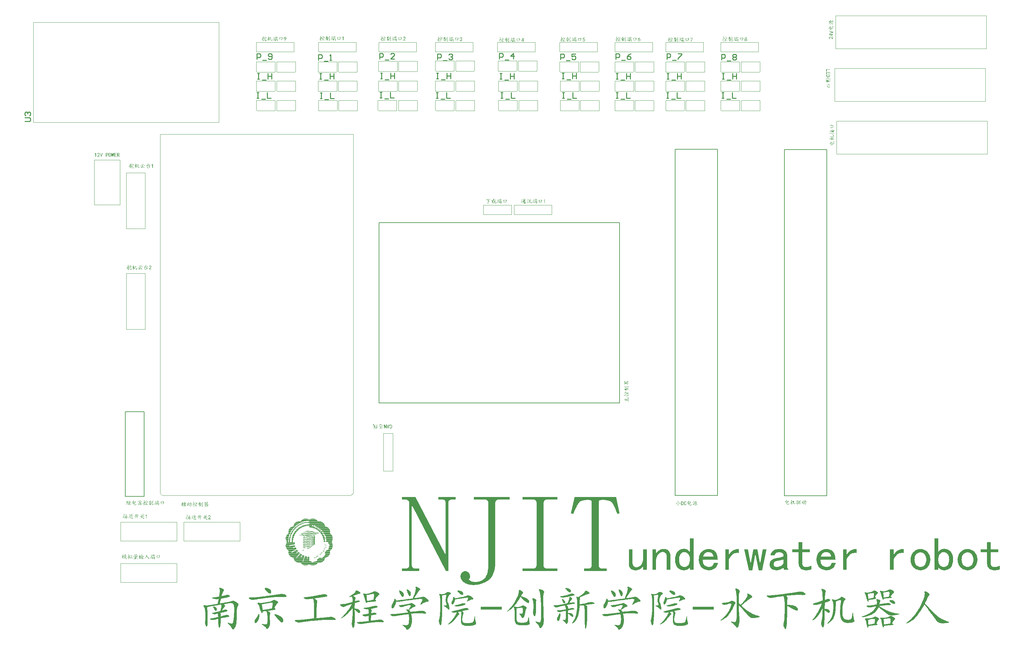
<source format=gto>
%FSLAX44Y44*%
%MOMM*%
G71*
G01*
G75*
G04 Layer_Color=65535*
%ADD10R,1.9050X2.1590*%
%ADD11C,0.7620*%
%ADD12C,1.2700*%
%ADD13C,3.0480*%
%ADD14C,0.5080*%
%ADD15C,3.0000*%
%ADD16O,3.0000X6.0000*%
%ADD17O,6.0000X3.0000*%
%ADD18O,5.0000X3.0000*%
%ADD19R,2.1590X2.1590*%
%ADD20C,2.1590*%
%ADD21R,2.1590X2.1590*%
%ADD22R,3.0000X3.0000*%
%ADD23C,3.0480*%
%ADD24C,3.5000*%
%ADD25O,20.0000X3.0000*%
%ADD26C,1.2700*%
%ADD27C,1.7780*%
%ADD28C,2.5400*%
%ADD29C,0.0762*%
%ADD30C,0.1270*%
%ADD31C,0.0508*%
%ADD32C,0.1016*%
%ADD33C,0.2540*%
G36*
X2106431Y1975441D02*
X2106534Y1975426D01*
X2106564D01*
X2106624Y1975411D01*
X2106728Y1975381D01*
X2106861Y1975337D01*
X2107144Y1975233D01*
X2107278Y1975173D01*
X2107396Y1975099D01*
X2107411Y1975084D01*
X2107441Y1975055D01*
X2107486Y1975010D01*
X2107530Y1974951D01*
X2107560Y1974861D01*
X2107575Y1974743D01*
X2107560Y1974624D01*
X2107515Y1974475D01*
Y1974460D01*
X2107500Y1974431D01*
X2107486Y1974386D01*
X2107471Y1974326D01*
X2107456Y1974237D01*
X2107441Y1974148D01*
X2107426Y1974029D01*
X2107396Y1973881D01*
X2107381Y1973717D01*
X2107367Y1973524D01*
X2107337Y1973301D01*
X2107322Y1973049D01*
X2107307Y1972766D01*
X2107292Y1972454D01*
X2107278Y1972098D01*
X2107292D01*
X2107322Y1972112D01*
X2107367Y1972127D01*
X2107426Y1972142D01*
X2107590Y1972202D01*
X2107783Y1972261D01*
X2108006Y1972335D01*
X2108243Y1972395D01*
X2108466Y1972469D01*
X2108674Y1972514D01*
X2108704D01*
X2108763Y1972529D01*
X2108853Y1972543D01*
X2109075D01*
X2109194Y1972529D01*
X2109313Y1972484D01*
X2109417Y1972425D01*
X2109432Y1972410D01*
X2109447Y1972395D01*
X2109462Y1972350D01*
X2109477Y1972291D01*
X2109447Y1972231D01*
X2109387Y1972142D01*
X2109343Y1972112D01*
X2109283Y1972068D01*
X2109209Y1972023D01*
X2109120Y1971979D01*
X2109090Y1971964D01*
X2109016Y1971934D01*
X2108882Y1971890D01*
X2108793Y1971860D01*
X2108689Y1971830D01*
X2108570Y1971786D01*
X2108436Y1971741D01*
X2108288Y1971696D01*
X2108124Y1971652D01*
X2107931Y1971607D01*
X2107738Y1971548D01*
X2107515Y1971503D01*
X2107278Y1971444D01*
Y1970315D01*
X2107292D01*
X2107322Y1970329D01*
X2107381Y1970344D01*
X2107456Y1970359D01*
X2107545Y1970374D01*
X2107649Y1970404D01*
X2107887Y1970448D01*
X2108154Y1970508D01*
X2108422Y1970582D01*
X2108674Y1970641D01*
X2108912Y1970701D01*
X2108942D01*
X2109001Y1970716D01*
X2109120Y1970731D01*
X2109254Y1970746D01*
X2109402Y1970731D01*
X2109566Y1970701D01*
X2109729Y1970641D01*
X2109893Y1970552D01*
X2109908Y1970538D01*
X2109952Y1970508D01*
X2109997Y1970448D01*
X2110026Y1970389D01*
Y1970315D01*
X2110011Y1970285D01*
X2109982Y1970255D01*
X2109937Y1970225D01*
X2109878Y1970196D01*
X2109789Y1970166D01*
X2109685Y1970136D01*
X2109655D01*
X2109610Y1970121D01*
X2109566Y1970107D01*
X2109491D01*
X2109387Y1970077D01*
X2109283Y1970062D01*
X2109150Y1970047D01*
X2109001Y1970017D01*
X2108823Y1969988D01*
X2108630Y1969943D01*
X2108407Y1969913D01*
X2108169Y1969869D01*
X2107887Y1969824D01*
X2107604Y1969780D01*
X2107278Y1969720D01*
Y1968234D01*
X2107292D01*
X2107307Y1968249D01*
X2107352D01*
X2107411Y1968264D01*
X2107545Y1968294D01*
X2107723Y1968353D01*
X2107901Y1968398D01*
X2108065Y1968457D01*
X2108214Y1968531D01*
X2108318Y1968591D01*
X2108333Y1968606D01*
X2108362Y1968621D01*
X2108407Y1968650D01*
X2108466Y1968665D01*
X2108540Y1968695D01*
X2108645Y1968710D01*
X2108763Y1968695D01*
X2108882Y1968680D01*
X2108897D01*
X2108942Y1968665D01*
X2109016Y1968636D01*
X2109105Y1968606D01*
X2109209Y1968576D01*
X2109328Y1968517D01*
X2109595Y1968383D01*
X2109610Y1968368D01*
X2109655Y1968353D01*
X2109700Y1968309D01*
X2109759Y1968249D01*
X2109803Y1968175D01*
X2109833Y1968101D01*
Y1968011D01*
X2109803Y1967907D01*
Y1967893D01*
X2109774Y1967863D01*
X2109759Y1967803D01*
X2109714Y1967714D01*
X2109685Y1967610D01*
X2109640Y1967477D01*
X2109595Y1967328D01*
X2109566Y1967164D01*
Y1967150D01*
X2109551Y1967075D01*
X2109536Y1966971D01*
X2109521Y1966838D01*
X2109506Y1966659D01*
Y1966451D01*
Y1966214D01*
Y1965946D01*
Y1965931D01*
Y1965916D01*
Y1965827D01*
X2109491Y1965679D01*
X2109477Y1965500D01*
X2109447Y1965292D01*
X2109387Y1965069D01*
X2109298Y1964832D01*
X2109179Y1964609D01*
X2109165Y1964579D01*
X2109120Y1964520D01*
X2109061Y1964445D01*
X2108971Y1964386D01*
X2108882Y1964326D01*
X2108778D01*
X2108734Y1964356D01*
X2108674Y1964401D01*
X2108630Y1964460D01*
X2108585Y1964549D01*
X2108570Y1964579D01*
X2108540Y1964638D01*
X2108481Y1964728D01*
X2108407Y1964861D01*
X2108303Y1964995D01*
X2108184Y1965129D01*
X2108035Y1965262D01*
X2107872Y1965381D01*
X2107857Y1965396D01*
X2107812Y1965426D01*
X2107753Y1965470D01*
X2107693Y1965530D01*
X2107664Y1965575D01*
X2107679Y1965619D01*
X2107693Y1965634D01*
X2107738Y1965649D01*
X2108124D01*
X2108333Y1965679D01*
X2108422Y1965693D01*
X2108496Y1965738D01*
X2108526Y1965768D01*
X2108540Y1965797D01*
X2108585Y1965857D01*
X2108615Y1965931D01*
X2108645Y1966020D01*
X2108674Y1966154D01*
X2108704Y1966303D01*
Y1966317D01*
X2108719Y1966377D01*
Y1966466D01*
X2108734Y1966585D01*
Y1966719D01*
X2108748Y1966867D01*
X2108734Y1967194D01*
Y1967209D01*
Y1967269D01*
X2108719Y1967343D01*
X2108704Y1967432D01*
X2108645Y1967640D01*
X2108600Y1967714D01*
X2108555Y1967789D01*
X2108526Y1967818D01*
X2108496Y1967833D01*
X2108436Y1967863D01*
X2108377Y1967878D01*
X2108288Y1967893D01*
X2108199D01*
X2108080Y1967878D01*
X2108065D01*
X2108020Y1967863D01*
X2107946D01*
X2107857Y1967848D01*
X2107738Y1967818D01*
X2107604Y1967803D01*
X2107456Y1967789D01*
X2107278Y1967759D01*
Y1967744D01*
Y1967714D01*
Y1967655D01*
Y1967581D01*
Y1967477D01*
Y1967358D01*
Y1967224D01*
Y1967061D01*
Y1966897D01*
Y1966704D01*
X2107263Y1966496D01*
Y1966273D01*
Y1965783D01*
X2107248Y1965233D01*
Y1965218D01*
Y1965173D01*
Y1965084D01*
Y1964995D01*
X2107233Y1964861D01*
Y1964728D01*
X2107218Y1964416D01*
X2107203Y1964089D01*
X2107188Y1963762D01*
X2107173Y1963613D01*
X2107159Y1963479D01*
X2107144Y1963361D01*
X2107129Y1963271D01*
Y1963257D01*
X2107114Y1963197D01*
X2107099Y1963123D01*
X2107069Y1963034D01*
X2106995Y1962826D01*
X2106951Y1962722D01*
X2106891Y1962647D01*
X2106861Y1962632D01*
X2106832D01*
X2106787Y1962647D01*
X2106713Y1962692D01*
X2106638Y1962781D01*
X2106594Y1962855D01*
X2106549Y1962930D01*
X2106505Y1963034D01*
X2106445Y1963152D01*
Y1963167D01*
X2106431Y1963182D01*
X2106401Y1963271D01*
X2106356Y1963405D01*
X2106326Y1963583D01*
X2106297Y1963806D01*
X2106282Y1964044D01*
X2106297Y1964312D01*
X2106356Y1964579D01*
Y1964594D01*
X2106371Y1964609D01*
Y1964668D01*
X2106386Y1964728D01*
X2106401Y1964817D01*
X2106431Y1964936D01*
X2106445Y1965069D01*
X2106475Y1965248D01*
X2106490Y1965426D01*
X2106520Y1965649D01*
X2106534Y1965901D01*
X2106564Y1966184D01*
X2106579Y1966496D01*
X2106594Y1966838D01*
X2106609Y1967224D01*
X2106624Y1967640D01*
X2106579D01*
X2106534Y1967625D01*
X2106460Y1967610D01*
X2106297Y1967581D01*
X2106074Y1967536D01*
X2105836Y1967491D01*
X2105569Y1967447D01*
X2105316Y1967387D01*
X2105078Y1967343D01*
Y1967313D01*
Y1967254D01*
Y1967135D01*
Y1966986D01*
X2105093Y1966793D01*
Y1966570D01*
Y1966317D01*
X2105108Y1966035D01*
Y1966020D01*
Y1966006D01*
Y1965961D01*
Y1965901D01*
Y1965753D01*
Y1965575D01*
X2105078Y1965367D01*
X2105063Y1965129D01*
X2105019Y1964891D01*
X2104960Y1964668D01*
X2104945Y1964638D01*
X2104930Y1964579D01*
X2104885Y1964505D01*
X2104841Y1964416D01*
X2104766Y1964356D01*
X2104677Y1964312D01*
X2104633Y1964326D01*
X2104588Y1964341D01*
X2104543Y1964371D01*
X2104484Y1964430D01*
X2104469Y1964445D01*
X2104439Y1964490D01*
X2104395Y1964564D01*
X2104350Y1964668D01*
X2104306Y1964787D01*
X2104276Y1964936D01*
X2104261Y1965084D01*
X2104276Y1965262D01*
Y1965277D01*
X2104291Y1965352D01*
X2104306Y1965441D01*
X2104321Y1965589D01*
X2104335Y1965753D01*
X2104350Y1965946D01*
X2104365Y1966154D01*
Y1966392D01*
Y1966407D01*
Y1966422D01*
Y1966511D01*
X2104350Y1966644D01*
Y1966808D01*
X2104321Y1966986D01*
X2104291Y1967179D01*
X2104246Y1967372D01*
X2104187Y1967551D01*
Y1967566D01*
X2104172Y1967625D01*
X2104142Y1967684D01*
Y1967759D01*
Y1967833D01*
X2104172Y1967893D01*
X2104231Y1967922D01*
X2104335Y1967907D01*
X2104350D01*
X2104395Y1967893D01*
X2104454Y1967878D01*
X2104529Y1967863D01*
X2104707Y1967818D01*
X2104900Y1967789D01*
X2105049D01*
X2105123Y1967803D01*
X2105212Y1967818D01*
X2105301D01*
X2105420Y1967848D01*
X2105569Y1967863D01*
X2105732Y1967893D01*
X2105910Y1967922D01*
X2106118Y1967967D01*
X2106356Y1968011D01*
X2106624Y1968056D01*
Y1969542D01*
X2106609D01*
X2106579Y1969527D01*
X2106534D01*
X2106460Y1969512D01*
X2106386Y1969497D01*
X2106282Y1969483D01*
X2106074Y1969438D01*
X2105821Y1969379D01*
X2105539Y1969334D01*
X2105271Y1969274D01*
X2105019Y1969215D01*
X2104989D01*
X2104915Y1969185D01*
X2104781Y1969156D01*
X2104618Y1969126D01*
X2104424Y1969066D01*
X2104216Y1969022D01*
X2103771Y1968888D01*
X2103741D01*
X2103667Y1968873D01*
X2103548Y1968858D01*
X2103414Y1968844D01*
X2103236Y1968858D01*
X2103043Y1968903D01*
X2102849Y1968977D01*
X2102641Y1969096D01*
X2102627Y1969111D01*
X2102567Y1969156D01*
X2102508Y1969215D01*
X2102463Y1969304D01*
X2102433Y1969379D01*
X2102448Y1969408D01*
X2102463Y1969453D01*
X2102508Y1969483D01*
X2102567Y1969512D01*
X2102656Y1969527D01*
X2102760Y1969542D01*
X2102790D01*
X2102879Y1969557D01*
X2103013Y1969572D01*
X2103191Y1969586D01*
X2103414Y1969616D01*
X2103667Y1969661D01*
X2103949Y1969705D01*
X2104246Y1969750D01*
X2104261D01*
X2104291Y1969765D01*
X2104335D01*
X2104395Y1969780D01*
X2104484Y1969794D01*
X2104588Y1969809D01*
X2104722Y1969839D01*
X2104855Y1969869D01*
X2105019Y1969899D01*
X2105197Y1969928D01*
X2105390Y1969958D01*
X2105598Y1970002D01*
X2105836Y1970047D01*
X2106074Y1970092D01*
X2106341Y1970136D01*
X2106624Y1970196D01*
Y1971206D01*
X2106594D01*
X2106520Y1971191D01*
X2106386Y1971176D01*
X2106237Y1971147D01*
X2106059Y1971132D01*
X2105866Y1971102D01*
X2105673Y1971087D01*
X2105316D01*
X2105197Y1971102D01*
X2105034Y1971117D01*
X2104870Y1971132D01*
X2104677Y1971161D01*
X2104484Y1971206D01*
X2104454Y1971176D01*
X2104380Y1971102D01*
X2104261Y1970998D01*
X2104113Y1970864D01*
X2103949Y1970731D01*
X2103771Y1970597D01*
X2103607Y1970478D01*
X2103444Y1970404D01*
X2103429D01*
X2103384Y1970389D01*
X2103340Y1970374D01*
X2103295D01*
X2103266Y1970404D01*
Y1970448D01*
X2103310Y1970523D01*
X2103355Y1970582D01*
X2103414Y1970641D01*
X2103429Y1970656D01*
X2103474Y1970716D01*
X2103548Y1970805D01*
X2103637Y1970939D01*
X2103741Y1971102D01*
X2103860Y1971310D01*
X2103994Y1971548D01*
X2104127Y1971830D01*
Y1971845D01*
X2104142Y1971860D01*
X2104157Y1971904D01*
X2104187Y1971964D01*
X2104231Y1972112D01*
X2104291Y1972291D01*
X2104350Y1972484D01*
X2104395Y1972692D01*
X2104410Y1972900D01*
X2104395Y1973078D01*
Y1973093D01*
Y1973153D01*
Y1973212D01*
Y1973286D01*
X2104424Y1973361D01*
X2104484Y1973420D01*
X2104573Y1973450D01*
X2104692Y1973435D01*
X2104707D01*
X2104751Y1973420D01*
X2104841Y1973390D01*
X2104930Y1973361D01*
X2105049Y1973331D01*
X2105168Y1973271D01*
X2105435Y1973138D01*
X2105450Y1973123D01*
X2105494Y1973108D01*
X2105539Y1973064D01*
X2105583Y1973004D01*
X2105628Y1972930D01*
X2105643Y1972856D01*
X2105613Y1972766D01*
X2105554Y1972662D01*
X2105539Y1972647D01*
X2105509Y1972603D01*
X2105450Y1972529D01*
X2105361Y1972425D01*
X2105242Y1972276D01*
X2105108Y1972083D01*
X2104930Y1971845D01*
X2104722Y1971563D01*
X2104751D01*
X2104796Y1971578D01*
X2104855D01*
X2104930Y1971592D01*
X2105019D01*
X2105257Y1971637D01*
X2105524Y1971682D01*
X2105851Y1971741D01*
X2106223Y1971815D01*
X2106624Y1971919D01*
Y1971934D01*
Y1971979D01*
Y1972038D01*
Y1972127D01*
Y1972231D01*
Y1972350D01*
X2106609Y1972647D01*
X2106594Y1972974D01*
X2106579Y1973316D01*
X2106549Y1973658D01*
X2106505Y1973970D01*
Y1973985D01*
Y1974000D01*
X2106490Y1974044D01*
Y1974104D01*
X2106460Y1974237D01*
X2106416Y1974416D01*
X2106371Y1974609D01*
X2106312Y1974817D01*
X2106252Y1974995D01*
X2106178Y1975159D01*
Y1975173D01*
X2106148Y1975218D01*
Y1975278D01*
Y1975337D01*
X2106178Y1975396D01*
X2106237Y1975441D01*
X2106297D01*
X2106356Y1975456D01*
X2106431Y1975441D01*
D02*
G37*
G36*
X2122122Y1971533D02*
X2122285Y1971488D01*
X2122434Y1971414D01*
X2122448Y1971399D01*
X2122478Y1971370D01*
X2122523Y1971325D01*
X2122552Y1971251D01*
X2122567Y1971176D01*
X2122552Y1971102D01*
X2122523Y1971057D01*
X2122478Y1971013D01*
X2122419Y1970983D01*
X2122345Y1970939D01*
X2122330Y1970924D01*
X2122270Y1970909D01*
X2122181Y1970864D01*
X2122062Y1970820D01*
X2121928Y1970775D01*
X2121780Y1970716D01*
X2121453Y1970612D01*
X2121438D01*
X2121379Y1970597D01*
X2121275Y1970567D01*
X2121141Y1970538D01*
X2120963Y1970493D01*
X2120769Y1970433D01*
X2120532Y1970374D01*
X2120264Y1970315D01*
X2120235D01*
X2120145Y1970285D01*
X2120012Y1970255D01*
X2119848Y1970225D01*
X2119655Y1970196D01*
X2119462Y1970181D01*
X2119269Y1970166D01*
X2119090D01*
X2119031Y1970181D01*
X2118957D01*
X2118853Y1970196D01*
X2118734Y1970225D01*
X2118600Y1970255D01*
X2118333Y1970344D01*
X2118318D01*
X2118288Y1970374D01*
X2118273Y1970404D01*
Y1970448D01*
Y1970463D01*
X2118303Y1970493D01*
X2118347Y1970523D01*
X2118407Y1970552D01*
X2118481Y1970582D01*
X2118585Y1970612D01*
X2118719Y1970641D01*
X2118867Y1970671D01*
X2118882D01*
X2118912Y1970686D01*
X2118957D01*
X2119031Y1970716D01*
X2119120Y1970731D01*
X2119239Y1970760D01*
X2119373Y1970790D01*
X2119521Y1970835D01*
X2119700Y1970879D01*
X2119878Y1970939D01*
X2120101Y1970998D01*
X2120324Y1971072D01*
X2120576Y1971147D01*
X2120829Y1971236D01*
X2121126Y1971340D01*
X2121423Y1971444D01*
X2121438D01*
X2121453Y1971459D01*
X2121527Y1971474D01*
X2121646Y1971503D01*
X2121795Y1971533D01*
X2121958Y1971548D01*
X2122122Y1971533D01*
D02*
G37*
G36*
X2096906Y1970315D02*
X2096921D01*
X2096936Y1970300D01*
X2096980D01*
X2097040Y1970285D01*
X2097188Y1970240D01*
X2097381Y1970181D01*
X2097589Y1970107D01*
X2097812Y1970017D01*
X2098035Y1969899D01*
X2098243Y1969780D01*
X2098273Y1969765D01*
X2098332Y1969720D01*
X2098421Y1969661D01*
X2098526Y1969586D01*
X2098629Y1969483D01*
X2098719Y1969349D01*
X2098793Y1969215D01*
X2098838Y1969066D01*
Y1969052D01*
X2098852Y1968992D01*
Y1968918D01*
Y1968829D01*
X2098838Y1968621D01*
X2098823Y1968517D01*
X2098778Y1968413D01*
Y1968398D01*
X2098748Y1968383D01*
X2098704Y1968353D01*
X2098555D01*
X2098421Y1968383D01*
X2098273Y1968457D01*
X2098169Y1968517D01*
X2098065Y1968591D01*
X2098035Y1968606D01*
X2097961Y1968665D01*
X2097842Y1968769D01*
X2097679Y1968888D01*
X2097485Y1969052D01*
X2097277Y1969260D01*
X2097040Y1969483D01*
X2096787Y1969750D01*
Y1969765D01*
X2096757Y1969780D01*
X2096698Y1969869D01*
X2096609Y1969973D01*
X2096549Y1970107D01*
X2096520Y1970166D01*
Y1970211D01*
Y1970270D01*
X2096549Y1970300D01*
X2096594Y1970329D01*
X2096668Y1970344D01*
X2096772D01*
X2096906Y1970315D01*
D02*
G37*
G36*
X2098808Y1972841D02*
X2098956Y1972796D01*
X2099135Y1972722D01*
X2099343Y1972603D01*
X2099373Y1972588D01*
X2099432Y1972529D01*
X2099536Y1972454D01*
X2099670Y1972335D01*
X2099818Y1972202D01*
X2099982Y1972038D01*
X2100145Y1971860D01*
X2100294Y1971652D01*
X2100309Y1971622D01*
X2100338Y1971563D01*
X2100383Y1971474D01*
X2100398Y1971384D01*
X2100383Y1971280D01*
X2100353Y1971236D01*
X2100309Y1971206D01*
X2100249Y1971176D01*
X2100160Y1971147D01*
X2099655D01*
X2099462Y1971132D01*
X2099224Y1971087D01*
X2098942Y1971028D01*
X2098644Y1970924D01*
X2098332Y1970790D01*
X2098318D01*
X2098303Y1970775D01*
X2098214Y1970731D01*
X2098095Y1970701D01*
X2097976Y1970671D01*
X2097901Y1970686D01*
X2097872Y1970716D01*
Y1970760D01*
X2097887Y1970805D01*
X2097931Y1970894D01*
X2097991Y1970998D01*
X2098095Y1971117D01*
Y1971132D01*
X2098124Y1971147D01*
X2098184Y1971236D01*
X2098273Y1971355D01*
X2098377Y1971503D01*
X2098451Y1971652D01*
X2098511Y1971801D01*
X2098526Y1971860D01*
X2098511Y1971904D01*
X2098496Y1971949D01*
X2098451Y1971979D01*
X2098436D01*
X2098392Y1971994D01*
X2098347D01*
X2098288Y1972009D01*
X2097887D01*
X2097738Y1971994D01*
X2097560Y1971979D01*
X2097366Y1971964D01*
X2097144Y1971934D01*
X2096891Y1971904D01*
X2096609Y1971860D01*
X2096594D01*
X2096534Y1971845D01*
X2096445Y1971830D01*
X2096341Y1971815D01*
X2096193Y1971801D01*
X2096014Y1971771D01*
X2095821Y1971741D01*
X2095598Y1971696D01*
X2095361Y1971652D01*
X2095093Y1971607D01*
X2094826Y1971563D01*
X2094528Y1971503D01*
X2093904Y1971399D01*
X2093251Y1971266D01*
Y1971251D01*
Y1971221D01*
Y1971176D01*
Y1971117D01*
Y1970954D01*
X2093236Y1970746D01*
X2093206Y1970493D01*
X2093147Y1970240D01*
X2093072Y1969973D01*
X2092953Y1969720D01*
X2092939Y1969691D01*
X2092894Y1969631D01*
X2092820Y1969542D01*
X2092745Y1969453D01*
X2092641Y1969393D01*
X2092597Y1969379D01*
X2092537Y1969364D01*
X2092493Y1969379D01*
X2092433Y1969408D01*
X2092374Y1969468D01*
X2092329Y1969542D01*
X2092314Y1969557D01*
X2092300Y1969631D01*
X2092255Y1969720D01*
X2092225Y1969854D01*
X2092210Y1970017D01*
Y1970196D01*
X2092255Y1970389D01*
X2092329Y1970612D01*
X2092344Y1970641D01*
X2092374Y1970716D01*
X2092419Y1970835D01*
X2092478Y1970998D01*
X2092537Y1971191D01*
X2092612Y1971399D01*
X2092671Y1971637D01*
X2092716Y1971890D01*
Y1971904D01*
Y1971919D01*
X2092731Y1971994D01*
X2092760Y1972098D01*
X2092805Y1972202D01*
X2092834Y1972291D01*
X2092894Y1972335D01*
X2092924Y1972350D01*
X2092953D01*
X2092983Y1972321D01*
X2093013Y1972276D01*
X2093028Y1972261D01*
X2093042Y1972231D01*
X2093072Y1972157D01*
X2093102Y1972083D01*
X2093132Y1971994D01*
X2093161Y1971875D01*
X2093191Y1971756D01*
Y1971622D01*
X2093221D01*
X2093295Y1971637D01*
X2093414Y1971667D01*
X2093578Y1971696D01*
X2093786Y1971741D01*
X2094008Y1971786D01*
X2094261Y1971845D01*
X2094543Y1971890D01*
X2095123Y1972009D01*
X2095717Y1972142D01*
X2096014Y1972202D01*
X2096297Y1972261D01*
X2096564Y1972321D01*
X2096817Y1972365D01*
X2096832D01*
X2096876Y1972380D01*
X2096936Y1972395D01*
X2097025Y1972410D01*
X2097114Y1972439D01*
X2097233Y1972454D01*
X2097485Y1972529D01*
X2097753Y1972588D01*
X2098020Y1972662D01*
X2098258Y1972737D01*
X2098347Y1972781D01*
X2098421Y1972811D01*
X2098436D01*
X2098481Y1972841D01*
X2098570D01*
X2098674Y1972856D01*
X2098808Y1972841D01*
D02*
G37*
G36*
X2120101Y1974223D02*
X2120205Y1974208D01*
X2120353Y1974178D01*
X2120532Y1974118D01*
X2120710Y1974059D01*
X2120903Y1973985D01*
X2121096Y1973881D01*
X2121111Y1973866D01*
X2121171Y1973821D01*
X2121245Y1973747D01*
X2121334Y1973643D01*
X2121423Y1973509D01*
X2121483Y1973346D01*
X2121527Y1973138D01*
X2121512Y1972900D01*
Y1972870D01*
X2121483Y1972811D01*
X2121438Y1972722D01*
X2121349Y1972662D01*
X2121275Y1972647D01*
X2121200Y1972633D01*
X2121111Y1972647D01*
X2121007Y1972677D01*
X2120888Y1972722D01*
X2120755Y1972811D01*
X2120591Y1972915D01*
X2120413Y1973049D01*
X2120383Y1973078D01*
X2120309Y1973153D01*
X2120190Y1973257D01*
X2120071Y1973390D01*
X2119922Y1973539D01*
X2119789Y1973688D01*
X2119670Y1973836D01*
X2119581Y1973970D01*
Y1973985D01*
X2119566Y1974014D01*
X2119551Y1974074D01*
X2119566Y1974133D01*
X2119610Y1974178D01*
X2119685Y1974223D01*
X2119744Y1974237D01*
X2120027D01*
X2120101Y1974223D01*
D02*
G37*
G36*
X2126104Y1975307D02*
X2126252Y1975278D01*
X2126431Y1975248D01*
X2126654Y1975188D01*
X2126669D01*
X2126728Y1975159D01*
X2126802Y1975129D01*
X2126877Y1975084D01*
X2126951Y1975010D01*
X2127010Y1974921D01*
X2127025Y1974817D01*
X2127010Y1974683D01*
Y1974668D01*
X2126995Y1974624D01*
X2126966Y1974534D01*
X2126951Y1974445D01*
X2126921Y1974326D01*
X2126891Y1974193D01*
X2126862Y1973911D01*
Y1973896D01*
Y1973821D01*
X2126847Y1973717D01*
Y1973628D01*
Y1973539D01*
X2126832Y1973435D01*
Y1973301D01*
X2126817Y1973153D01*
Y1972989D01*
X2126802Y1972796D01*
X2126787Y1972588D01*
Y1972350D01*
X2126772Y1972098D01*
X2128437Y1972335D01*
Y1972350D01*
X2128452Y1972380D01*
Y1972439D01*
X2128466Y1972499D01*
X2128511Y1972677D01*
X2128541Y1972900D01*
X2128570Y1973138D01*
X2128585Y1973390D01*
Y1973628D01*
X2128556Y1973821D01*
Y1973836D01*
X2128541Y1973896D01*
X2128556Y1973955D01*
X2128585Y1974014D01*
X2128630Y1974059D01*
X2128734Y1974074D01*
X2128793Y1974059D01*
X2128882Y1974044D01*
X2128972Y1974000D01*
X2129091Y1973940D01*
X2129105D01*
X2129135Y1973925D01*
X2129165Y1973896D01*
X2129224Y1973866D01*
X2129358Y1973777D01*
X2129521Y1973688D01*
X2129655Y1973569D01*
X2129774Y1973465D01*
X2129804Y1973420D01*
X2129819Y1973361D01*
Y1973331D01*
X2129804Y1973286D01*
X2129789Y1973271D01*
X2129774Y1973257D01*
X2129729Y1973212D01*
X2129685Y1973153D01*
X2129625Y1973064D01*
X2129566Y1972959D01*
X2129492Y1972841D01*
X2129417Y1972692D01*
X2129402Y1972677D01*
X2129388Y1972618D01*
X2129343Y1972529D01*
X2129284Y1972410D01*
X2129209Y1972261D01*
X2129135Y1972083D01*
X2129046Y1971875D01*
X2128942Y1971652D01*
X2128927Y1971622D01*
X2128897Y1971563D01*
X2128853Y1971459D01*
X2128778Y1971355D01*
X2128704Y1971251D01*
X2128630Y1971161D01*
X2128541Y1971117D01*
X2128511Y1971102D01*
X2128466Y1971117D01*
X2128452D01*
X2128437Y1971147D01*
X2128407Y1971191D01*
X2128377Y1971266D01*
X2128347Y1971370D01*
Y1971518D01*
Y1971726D01*
X2128362Y1971845D01*
X2128377Y1971979D01*
X2128347D01*
X2128288Y1971964D01*
X2128169Y1971934D01*
X2128021Y1971904D01*
X2127842Y1971860D01*
X2127634Y1971815D01*
X2127411Y1971771D01*
X2127189Y1971711D01*
X2126683Y1971592D01*
X2126193Y1971474D01*
X2125970Y1971414D01*
X2125762Y1971370D01*
X2125569Y1971310D01*
X2125405Y1971266D01*
X2125391D01*
X2125376Y1971251D01*
X2125331Y1971236D01*
X2125272Y1971221D01*
X2125138Y1971176D01*
X2124960Y1971117D01*
X2124767Y1971028D01*
X2124559Y1970939D01*
X2124350Y1970835D01*
X2124157Y1970731D01*
X2124142Y1970716D01*
X2124083Y1970686D01*
X2124009Y1970656D01*
X2123920Y1970641D01*
X2123815Y1970656D01*
X2123726Y1970701D01*
X2123697Y1970731D01*
X2123667Y1970790D01*
X2123637Y1970849D01*
X2123622Y1970939D01*
Y1970968D01*
Y1971028D01*
X2123607Y1971117D01*
Y1971221D01*
X2123637Y1971459D01*
X2123667Y1971563D01*
X2123712Y1971652D01*
Y1971667D01*
X2123741Y1971696D01*
X2123756Y1971741D01*
X2123786Y1971815D01*
X2123815Y1971904D01*
X2123830Y1972023D01*
X2123860Y1972172D01*
Y1972335D01*
Y1972350D01*
Y1972410D01*
Y1972514D01*
X2123845Y1972633D01*
X2123830Y1972766D01*
X2123801Y1972915D01*
X2123712Y1973227D01*
Y1973242D01*
X2123697Y1973286D01*
Y1973346D01*
X2123712Y1973405D01*
X2123756Y1973450D01*
X2123830Y1973479D01*
X2123964Y1973465D01*
X2124053Y1973450D01*
X2124157Y1973405D01*
X2124172D01*
X2124187Y1973390D01*
X2124261Y1973376D01*
X2124380Y1973331D01*
X2124499Y1973271D01*
X2124603Y1973182D01*
X2124677Y1973093D01*
X2124707Y1973034D01*
X2124722Y1972974D01*
Y1972915D01*
X2124692Y1972841D01*
Y1972826D01*
X2124662Y1972781D01*
X2124633Y1972707D01*
X2124603Y1972603D01*
X2124559Y1972484D01*
X2124529Y1972365D01*
X2124484Y1972098D01*
Y1972083D01*
Y1972038D01*
X2124499Y1971994D01*
X2124529Y1971919D01*
X2124573Y1971860D01*
X2124648Y1971815D01*
X2124752Y1971771D01*
X2124915D01*
X2124989Y1971786D01*
X2125079D01*
X2125227Y1971815D01*
X2125391Y1971830D01*
X2125599Y1971875D01*
X2125851Y1971919D01*
X2126119Y1971979D01*
Y1971994D01*
Y1972038D01*
Y1972098D01*
Y1972187D01*
Y1972291D01*
Y1972410D01*
Y1972692D01*
X2126104Y1973019D01*
X2126089Y1973346D01*
X2126074Y1973673D01*
X2126059Y1973970D01*
Y1973985D01*
Y1974000D01*
X2126044Y1974089D01*
X2126030Y1974223D01*
X2126015Y1974371D01*
X2125970Y1974549D01*
X2125940Y1974713D01*
X2125881Y1974861D01*
X2125822Y1974980D01*
Y1974995D01*
X2125792Y1975025D01*
X2125762Y1975129D01*
X2125747Y1975173D01*
Y1975233D01*
X2125777Y1975278D01*
X2125822Y1975307D01*
X2125866D01*
X2125911Y1975322D01*
X2126000D01*
X2126104Y1975307D01*
D02*
G37*
G36*
X2142151Y1972603D02*
X2142315Y1972543D01*
X2142330Y1972529D01*
X2142389Y1972499D01*
X2142493Y1972454D01*
X2142627Y1972380D01*
X2142791Y1972276D01*
X2142999Y1972157D01*
X2143221Y1972009D01*
X2143474Y1971830D01*
X2143489D01*
X2143504Y1971815D01*
X2143578Y1971741D01*
X2143667Y1971637D01*
X2143756Y1971518D01*
X2143831Y1971355D01*
X2143846Y1971280D01*
Y1971191D01*
X2143816Y1971102D01*
X2143786Y1971013D01*
X2143712Y1970909D01*
X2143623Y1970820D01*
X2143593Y1970790D01*
X2143563Y1970746D01*
X2143519Y1970686D01*
X2143474Y1970597D01*
X2143400Y1970478D01*
X2143325Y1970329D01*
X2143236Y1970151D01*
X2143147Y1969913D01*
X2143028Y1969646D01*
X2142924Y1969334D01*
X2142791Y1968962D01*
X2142672Y1968546D01*
X2142597Y1968309D01*
X2142523Y1968071D01*
X2142449Y1967803D01*
X2142374Y1967536D01*
X2142300Y1967239D01*
X2142226Y1966927D01*
X2142241Y1966912D01*
X2142270Y1966897D01*
X2142374Y1966793D01*
X2142493Y1966659D01*
X2142612Y1966511D01*
X2142642Y1966436D01*
X2142672Y1966362D01*
Y1966288D01*
X2142657Y1966228D01*
X2142597Y1966169D01*
X2142523Y1966124D01*
X2142389Y1966109D01*
X2142226Y1966095D01*
X2141825D01*
X2141676Y1966080D01*
X2141334D01*
X2141126Y1966065D01*
X2140903Y1966050D01*
X2140666D01*
X2140413Y1966035D01*
X2140146Y1966020D01*
X2139863Y1965991D01*
X2139551Y1965976D01*
X2139477D01*
X2139388Y1965961D01*
X2139269D01*
X2139120Y1965946D01*
X2138957Y1965931D01*
X2138749Y1965916D01*
X2138541Y1965901D01*
X2138318Y1965887D01*
X2138065Y1965872D01*
X2137545Y1965827D01*
X2137010Y1965783D01*
X2136461Y1965738D01*
Y1965723D01*
X2136446Y1965693D01*
X2136431Y1965649D01*
X2136416Y1965589D01*
X2136357Y1965441D01*
X2136297Y1965292D01*
X2136208Y1965159D01*
X2136178Y1965114D01*
X2136134Y1965069D01*
X2136089Y1965054D01*
X2136059Y1965069D01*
X2136015Y1965114D01*
X2135985Y1965173D01*
X2135970Y1965203D01*
X2135955Y1965262D01*
X2135941Y1965322D01*
X2135926Y1965396D01*
X2135896Y1965485D01*
X2135881Y1965589D01*
X2135851Y1965708D01*
X2135822Y1965842D01*
X2135792Y1966006D01*
X2135762Y1966184D01*
X2135733Y1966377D01*
X2135703Y1966600D01*
X2135658Y1966838D01*
X2135628Y1967105D01*
Y1967120D01*
X2135614Y1967164D01*
Y1967254D01*
X2135599Y1967358D01*
X2135584Y1967491D01*
X2135569Y1967640D01*
X2135539Y1967803D01*
X2135524Y1967997D01*
X2135465Y1968398D01*
X2135406Y1968844D01*
X2135346Y1969304D01*
X2135272Y1969750D01*
Y1969765D01*
X2135257Y1969794D01*
Y1969854D01*
X2135242Y1969943D01*
X2135227Y1970032D01*
X2135197Y1970151D01*
X2135138Y1970404D01*
X2135064Y1970686D01*
X2134989Y1970983D01*
X2134886Y1971251D01*
X2134767Y1971503D01*
X2134752Y1971533D01*
X2134722Y1971592D01*
X2134692Y1971682D01*
X2134677Y1971786D01*
Y1971875D01*
X2134722Y1971949D01*
X2134752Y1971979D01*
X2134811Y1971994D01*
X2134886D01*
X2134975Y1971979D01*
X2135004D01*
X2135064Y1971964D01*
X2135168Y1971934D01*
X2135287Y1971904D01*
X2135420Y1971875D01*
X2135569Y1971830D01*
X2135703Y1971786D01*
X2135836Y1971741D01*
X2135851D01*
X2135911Y1971726D01*
X2135955D01*
X2136015Y1971711D01*
X2136193D01*
X2136312Y1971696D01*
X2136431D01*
X2136594Y1971711D01*
X2136758D01*
X2136966Y1971726D01*
X2137189Y1971741D01*
X2137426Y1971771D01*
X2137709Y1971801D01*
X2137724D01*
X2137783Y1971815D01*
X2137857D01*
X2137961Y1971830D01*
X2138095Y1971845D01*
X2138244Y1971860D01*
X2138407Y1971890D01*
X2138585Y1971919D01*
X2138972Y1971964D01*
X2139373Y1972023D01*
X2139759Y1972098D01*
X2139952Y1972127D01*
X2140116Y1972157D01*
X2140131D01*
X2140160Y1972172D01*
X2140205D01*
X2140264Y1972187D01*
X2140413Y1972231D01*
X2140606Y1972276D01*
X2140814Y1972335D01*
X2141037Y1972395D01*
X2141245Y1972469D01*
X2141423Y1972543D01*
X2141438Y1972558D01*
X2141498Y1972573D01*
X2141587Y1972603D01*
X2141706Y1972618D01*
X2141839Y1972633D01*
X2141988D01*
X2142151Y1972603D01*
D02*
G37*
G36*
X2118927Y1968947D02*
X2118957D01*
X2119016Y1968918D01*
X2119120Y1968888D01*
X2119239Y1968844D01*
X2119388Y1968784D01*
X2119536Y1968710D01*
X2119700Y1968621D01*
X2119848Y1968502D01*
X2119863Y1968487D01*
X2119908Y1968442D01*
X2119952Y1968368D01*
X2120012Y1968279D01*
X2120041Y1968160D01*
X2120056Y1968011D01*
X2120027Y1967848D01*
X2119982Y1967759D01*
X2119937Y1967670D01*
X2119922Y1967655D01*
X2119878Y1967610D01*
X2119804Y1967566D01*
X2119700Y1967551D01*
X2119640Y1967566D01*
X2119566Y1967581D01*
X2119477Y1967625D01*
X2119388Y1967699D01*
X2119283Y1967789D01*
X2119180Y1967907D01*
X2119061Y1968056D01*
X2118927Y1968234D01*
Y1968249D01*
X2118912Y1968264D01*
X2118853Y1968368D01*
X2118793Y1968487D01*
X2118734Y1968636D01*
X2118689Y1968769D01*
Y1968829D01*
X2118704Y1968888D01*
X2118734Y1968933D01*
X2118778Y1968947D01*
X2118838Y1968962D01*
X2118927Y1968947D01*
D02*
G37*
G36*
X2089759Y1975471D02*
X2089863Y1975456D01*
X2089892D01*
X2089967Y1975426D01*
X2090071Y1975396D01*
X2090204Y1975352D01*
X2090353Y1975292D01*
X2090517Y1975233D01*
X2090665Y1975159D01*
X2090814Y1975069D01*
X2090829Y1975055D01*
X2090873Y1975025D01*
X2090918Y1974965D01*
X2090962Y1974891D01*
X2091007Y1974802D01*
X2091022Y1974683D01*
X2090992Y1974549D01*
X2090933Y1974386D01*
X2090918Y1974356D01*
Y1974326D01*
X2090903Y1974282D01*
X2090873Y1974208D01*
X2090858Y1974104D01*
X2090843Y1973985D01*
X2090814Y1973836D01*
X2090799Y1973658D01*
X2090769Y1973450D01*
X2090754Y1973197D01*
X2090739Y1972900D01*
X2090724Y1972573D01*
X2090710Y1972202D01*
X2090695Y1971786D01*
Y1971325D01*
X2090710D01*
X2090724Y1971340D01*
X2090769Y1971355D01*
X2090829Y1971370D01*
X2090977Y1971414D01*
X2091156Y1971444D01*
X2091349Y1971474D01*
X2091542Y1971488D01*
X2091735Y1971474D01*
X2091884Y1971414D01*
X2091898Y1971399D01*
X2091928Y1971384D01*
X2091973Y1971340D01*
X2092017Y1971280D01*
X2092047Y1971206D01*
X2092032Y1971132D01*
X2091988Y1971043D01*
X2091943Y1970983D01*
X2091884Y1970939D01*
X2091869Y1970924D01*
X2091809Y1970894D01*
X2091720Y1970849D01*
X2091601Y1970790D01*
X2091438Y1970716D01*
X2091230Y1970641D01*
X2090992Y1970567D01*
X2090695Y1970493D01*
Y1969007D01*
X2090710Y1969022D01*
X2090754Y1969052D01*
X2090814Y1969096D01*
X2090903Y1969156D01*
X2091096Y1969289D01*
X2091334Y1969438D01*
X2091542Y1969572D01*
X2091646Y1969631D01*
X2091720Y1969676D01*
X2091779Y1969691D01*
X2091824Y1969705D01*
X2091839Y1969676D01*
X2091824Y1969631D01*
X2091809Y1969616D01*
X2091779Y1969572D01*
X2091720Y1969483D01*
X2091616Y1969364D01*
X2091467Y1969200D01*
X2091274Y1969007D01*
X2091156Y1968888D01*
X2091022Y1968754D01*
X2090858Y1968621D01*
X2090695Y1968472D01*
Y1968442D01*
Y1968383D01*
Y1968279D01*
Y1968130D01*
Y1967952D01*
Y1967744D01*
Y1967521D01*
X2090710Y1967269D01*
Y1967016D01*
Y1966734D01*
X2090724Y1966184D01*
X2090739Y1965619D01*
Y1965367D01*
X2090754Y1965114D01*
Y1965099D01*
Y1965054D01*
Y1964995D01*
Y1964906D01*
Y1964802D01*
X2090739Y1964668D01*
X2090710Y1964386D01*
X2090650Y1964074D01*
X2090561Y1963732D01*
X2090427Y1963420D01*
X2090249Y1963123D01*
X2090219Y1963093D01*
X2090160Y1963019D01*
X2090056Y1962930D01*
X2089937Y1962855D01*
X2089803Y1962796D01*
X2089744Y1962781D01*
X2089670Y1962796D01*
X2089610Y1962826D01*
X2089551Y1962885D01*
X2089491Y1962959D01*
X2089447Y1963063D01*
Y1963078D01*
X2089432Y1963093D01*
X2089402Y1963167D01*
X2089343Y1963301D01*
X2089254Y1963450D01*
X2089120Y1963628D01*
X2088971Y1963836D01*
X2088778Y1964029D01*
X2088555Y1964222D01*
X2088525Y1964237D01*
X2088466Y1964297D01*
X2088392Y1964371D01*
X2088332Y1964445D01*
X2088302Y1964490D01*
Y1964520D01*
Y1964549D01*
X2088332Y1964564D01*
X2088451D01*
X2088540Y1964549D01*
X2088674Y1964520D01*
X2088689D01*
X2088704Y1964505D01*
X2088793Y1964490D01*
X2088927Y1964460D01*
X2089090Y1964430D01*
X2089268Y1964401D01*
X2089595D01*
X2089714Y1964430D01*
X2089729Y1964445D01*
X2089759Y1964460D01*
X2089803Y1964520D01*
X2089848Y1964624D01*
X2089907Y1964757D01*
X2089937Y1964846D01*
X2089952Y1964951D01*
X2089967Y1965084D01*
X2089996Y1965218D01*
Y1965381D01*
X2090011Y1965560D01*
Y1965575D01*
Y1965604D01*
Y1965664D01*
Y1965738D01*
Y1965827D01*
X2090026Y1965946D01*
Y1966080D01*
Y1966228D01*
Y1966392D01*
Y1966570D01*
X2090041Y1966971D01*
Y1967402D01*
Y1967878D01*
X2090026Y1967863D01*
X2089982Y1967833D01*
X2089892Y1967759D01*
X2089788Y1967684D01*
X2089670Y1967595D01*
X2089536Y1967477D01*
X2089224Y1967224D01*
X2088912Y1966956D01*
X2088600Y1966674D01*
X2088466Y1966540D01*
X2088347Y1966422D01*
X2088243Y1966317D01*
X2088169Y1966214D01*
X2088154Y1966199D01*
X2088109Y1966154D01*
X2088020Y1966095D01*
X2087916Y1966035D01*
X2087768Y1966006D01*
X2087574Y1966020D01*
X2087470Y1966035D01*
X2087352Y1966080D01*
X2087233Y1966139D01*
X2087099Y1966214D01*
X2087084D01*
X2087069Y1966228D01*
X2086995Y1966288D01*
X2086891Y1966377D01*
X2086802Y1966481D01*
X2086742Y1966585D01*
X2086727Y1966644D01*
X2086742Y1966689D01*
X2086757Y1966748D01*
X2086802Y1966793D01*
X2086876Y1966838D01*
X2086980Y1966867D01*
X2087010Y1966882D01*
X2087084Y1966897D01*
X2087218Y1966942D01*
X2087381Y1967001D01*
X2087574Y1967075D01*
X2087797Y1967164D01*
X2088035Y1967283D01*
X2088288Y1967402D01*
X2088302D01*
X2088317Y1967417D01*
X2088362Y1967447D01*
X2088407Y1967477D01*
X2088555Y1967566D01*
X2088763Y1967699D01*
X2089016Y1967863D01*
X2089313Y1968086D01*
X2089655Y1968338D01*
X2090041Y1968650D01*
Y1970374D01*
X2090011D01*
X2089922Y1970344D01*
X2089803Y1970315D01*
X2089640Y1970285D01*
X2089462Y1970240D01*
X2089283Y1970211D01*
X2089120Y1970181D01*
X2088971Y1970166D01*
X2088837D01*
X2088733Y1970181D01*
X2088615Y1970196D01*
X2088481Y1970225D01*
X2088332Y1970270D01*
X2088169Y1970344D01*
X2088154Y1970359D01*
X2088109Y1970374D01*
X2088050Y1970419D01*
X2087991Y1970463D01*
X2087961Y1970508D01*
Y1970552D01*
X2087976Y1970582D01*
X2088005Y1970597D01*
X2088050Y1970627D01*
X2088109Y1970641D01*
X2088124D01*
X2088199Y1970656D01*
X2088243Y1970671D01*
X2088317Y1970686D01*
X2088392Y1970716D01*
X2088496Y1970746D01*
X2088615Y1970775D01*
X2088748Y1970805D01*
X2088912Y1970849D01*
X2089090Y1970894D01*
X2089283Y1970939D01*
X2089521Y1971013D01*
X2089759Y1971072D01*
X2090041Y1971147D01*
Y1971161D01*
Y1971191D01*
Y1971236D01*
Y1971310D01*
Y1971399D01*
Y1971518D01*
Y1971637D01*
Y1971771D01*
X2090026Y1972083D01*
X2090011Y1972454D01*
X2089996Y1972856D01*
X2089982Y1973286D01*
Y1973301D01*
Y1973346D01*
Y1973405D01*
X2089967Y1973479D01*
X2089952Y1973584D01*
Y1973688D01*
X2089907Y1973955D01*
X2089863Y1974237D01*
X2089788Y1974534D01*
X2089699Y1974802D01*
X2089595Y1975040D01*
X2089580Y1975069D01*
X2089551Y1975129D01*
X2089521Y1975218D01*
X2089506Y1975307D01*
X2089521Y1975396D01*
X2089565Y1975456D01*
X2089625Y1975471D01*
X2089684Y1975486D01*
X2089759Y1975471D01*
D02*
G37*
G36*
X2113073Y1975069D02*
X2113102D01*
X2113162Y1975040D01*
X2113280Y1975010D01*
X2113414Y1974980D01*
X2113563Y1974921D01*
X2113726Y1974847D01*
X2113890Y1974757D01*
X2114053Y1974653D01*
X2114068Y1974639D01*
X2114113Y1974594D01*
X2114172Y1974534D01*
X2114232Y1974445D01*
X2114276Y1974341D01*
X2114306Y1974223D01*
X2114291Y1974074D01*
X2114276Y1974000D01*
X2114232Y1973911D01*
X2114217Y1973881D01*
Y1973851D01*
X2114202Y1973806D01*
X2114172Y1973747D01*
X2114157Y1973673D01*
X2114142Y1973569D01*
X2114128Y1973450D01*
X2114098Y1973301D01*
X2114083Y1973138D01*
X2114068Y1972945D01*
X2114053Y1972722D01*
Y1972469D01*
X2114038Y1972187D01*
X2114053Y1971875D01*
Y1971533D01*
Y1971518D01*
Y1971444D01*
Y1971340D01*
X2114068Y1971206D01*
Y1971043D01*
Y1970849D01*
X2114083Y1970627D01*
Y1970389D01*
X2114098Y1970136D01*
Y1969869D01*
X2114113Y1969319D01*
X2114128Y1968754D01*
X2114142Y1968205D01*
Y1968190D01*
Y1968145D01*
Y1968071D01*
Y1967967D01*
X2114157Y1967833D01*
Y1967684D01*
X2114172Y1967506D01*
Y1967328D01*
X2114187Y1967105D01*
Y1966882D01*
X2114217Y1966407D01*
X2114246Y1965872D01*
X2114291Y1965322D01*
Y1965307D01*
Y1965262D01*
X2114306Y1965173D01*
Y1965069D01*
Y1964951D01*
X2114291Y1964802D01*
Y1964638D01*
X2114276Y1964475D01*
X2114232Y1964089D01*
X2114142Y1963687D01*
X2114009Y1963301D01*
X2113919Y1963123D01*
X2113815Y1962944D01*
Y1962930D01*
X2113786Y1962915D01*
X2113711Y1962811D01*
X2113607Y1962707D01*
X2113474Y1962603D01*
X2113399Y1962558D01*
X2113325Y1962529D01*
X2113251Y1962514D01*
X2113177D01*
X2113102Y1962543D01*
X2113028Y1962603D01*
X2112954Y1962707D01*
X2112894Y1962826D01*
Y1962841D01*
X2112879Y1962855D01*
X2112865Y1962900D01*
X2112835Y1962959D01*
X2112760Y1963093D01*
X2112671Y1963271D01*
X2112567Y1963465D01*
X2112433Y1963673D01*
X2112285Y1963866D01*
X2112121Y1964044D01*
X2112107Y1964059D01*
X2112047Y1964118D01*
X2111988Y1964193D01*
X2111899Y1964282D01*
X2111824Y1964371D01*
X2111765Y1964445D01*
X2111720Y1964505D01*
X2111705Y1964549D01*
X2111720Y1964564D01*
X2111780D01*
X2111839Y1964549D01*
X2111913Y1964534D01*
X2112032Y1964505D01*
X2112181Y1964460D01*
X2112196D01*
X2112255Y1964430D01*
X2112344Y1964416D01*
X2112448Y1964386D01*
X2112567Y1964356D01*
X2112701Y1964326D01*
X2112954Y1964282D01*
X2113013D01*
X2113058Y1964312D01*
X2113132Y1964356D01*
X2113191Y1964430D01*
X2113251Y1964564D01*
X2113280Y1964638D01*
X2113310Y1964728D01*
X2113325Y1964846D01*
X2113340Y1964965D01*
Y1964980D01*
Y1964995D01*
Y1965054D01*
X2113355Y1965129D01*
Y1965218D01*
Y1965352D01*
X2113370Y1965500D01*
Y1965693D01*
Y1965916D01*
X2113385Y1966184D01*
Y1966481D01*
Y1966823D01*
X2113399Y1967209D01*
Y1967640D01*
Y1968115D01*
Y1968650D01*
Y1968665D01*
Y1968680D01*
Y1968725D01*
Y1968784D01*
Y1968933D01*
Y1969141D01*
Y1969379D01*
Y1969661D01*
X2113385Y1969973D01*
Y1970300D01*
X2113370Y1970656D01*
Y1971013D01*
X2113340Y1971726D01*
X2113325Y1972068D01*
X2113295Y1972395D01*
X2113280Y1972692D01*
X2113251Y1972959D01*
Y1972974D01*
Y1973019D01*
X2113236Y1973093D01*
X2113221Y1973182D01*
X2113206Y1973286D01*
X2113191Y1973405D01*
X2113147Y1973688D01*
X2113073Y1973985D01*
X2112998Y1974282D01*
X2112909Y1974534D01*
X2112865Y1974653D01*
X2112805Y1974743D01*
X2112790Y1974757D01*
X2112775Y1974817D01*
X2112746Y1974876D01*
X2112731Y1974951D01*
X2112746Y1975025D01*
X2112790Y1975069D01*
X2112835Y1975084D01*
X2112983D01*
X2113073Y1975069D01*
D02*
G37*
G36*
X2097129Y1967759D02*
X2097277Y1967744D01*
X2097441Y1967699D01*
X2097589Y1967610D01*
X2097604Y1967595D01*
X2097649Y1967566D01*
X2097693Y1967506D01*
X2097723Y1967447D01*
Y1967372D01*
Y1967328D01*
X2097693Y1967283D01*
X2097649Y1967239D01*
X2097589Y1967194D01*
X2097515Y1967150D01*
X2097411Y1967105D01*
X2097381Y1967090D01*
X2097307Y1967061D01*
X2097173Y1967016D01*
X2096980Y1966971D01*
X2096742Y1966897D01*
X2096460Y1966823D01*
X2096133Y1966763D01*
X2095747Y1966689D01*
X2095777Y1966674D01*
X2095821Y1966615D01*
X2095910Y1966540D01*
X2095999Y1966451D01*
X2096074Y1966347D01*
X2096118Y1966243D01*
X2096133Y1966139D01*
Y1966080D01*
X2096104Y1966035D01*
Y1966020D01*
X2096074Y1965976D01*
X2096044Y1965887D01*
X2096029Y1965827D01*
X2096014Y1965753D01*
X2095999Y1965664D01*
X2095985Y1965560D01*
X2095970Y1965426D01*
X2095955Y1965277D01*
X2095940Y1965114D01*
Y1964936D01*
X2095925Y1964728D01*
Y1964490D01*
X2095940D01*
X2096014Y1964505D01*
X2096104Y1964520D01*
X2096237Y1964534D01*
X2096386Y1964549D01*
X2096564Y1964579D01*
X2096757Y1964594D01*
X2096980Y1964624D01*
X2097411Y1964683D01*
X2097857Y1964757D01*
X2098065Y1964787D01*
X2098258Y1964817D01*
X2098436Y1964846D01*
X2098600Y1964876D01*
X2098629D01*
X2098674Y1964891D01*
X2098867D01*
X2099060Y1964876D01*
X2099268Y1964832D01*
X2099491Y1964757D01*
X2099714Y1964624D01*
X2099833Y1964534D01*
X2099937Y1964430D01*
X2099952Y1964401D01*
X2100011Y1964341D01*
X2100056Y1964252D01*
Y1964207D01*
Y1964148D01*
X2100041Y1964104D01*
X2100011Y1964059D01*
X2099952Y1964029D01*
X2099878Y1963999D01*
X2099759Y1963970D01*
X2099625Y1963955D01*
X2099447Y1963970D01*
X2099224Y1963985D01*
X2099164D01*
X2099090Y1963999D01*
X2098986D01*
X2098867Y1964014D01*
X2098704D01*
X2098526Y1964029D01*
X2098080D01*
X2097827Y1964014D01*
X2097545D01*
X2097233Y1963999D01*
X2096906Y1963970D01*
X2096549Y1963955D01*
X2096178Y1963910D01*
X2095777Y1963866D01*
X2095747D01*
X2095688Y1963851D01*
X2095569Y1963836D01*
X2095435Y1963821D01*
X2095257Y1963792D01*
X2095063Y1963777D01*
X2094855Y1963747D01*
X2094633Y1963717D01*
X2094157Y1963643D01*
X2093934Y1963598D01*
X2093726Y1963569D01*
X2093518Y1963524D01*
X2093340Y1963494D01*
X2093191Y1963450D01*
X2093072Y1963420D01*
X2093042D01*
X2092983Y1963405D01*
X2092864Y1963390D01*
X2092731D01*
X2092552Y1963405D01*
X2092359Y1963450D01*
X2092136Y1963524D01*
X2091913Y1963658D01*
X2091884Y1963673D01*
X2091824Y1963717D01*
X2091765Y1963792D01*
X2091720Y1963866D01*
X2091705Y1963910D01*
Y1963955D01*
X2091735Y1963985D01*
X2091779Y1964029D01*
X2091839Y1964059D01*
X2091928Y1964074D01*
X2092062Y1964089D01*
X2092210Y1964104D01*
X2092314D01*
X2092389Y1964118D01*
X2092493D01*
X2092612Y1964133D01*
X2092760D01*
X2092939Y1964148D01*
X2093132Y1964163D01*
X2093355Y1964178D01*
X2093592Y1964207D01*
X2093860Y1964222D01*
X2094157Y1964252D01*
X2094484Y1964297D01*
X2094841Y1964326D01*
X2095212Y1964371D01*
Y1964401D01*
Y1964460D01*
Y1964564D01*
Y1964683D01*
Y1964846D01*
Y1965010D01*
Y1965396D01*
X2095182Y1965783D01*
X2095167Y1965961D01*
X2095138Y1966124D01*
X2095108Y1966273D01*
X2095063Y1966392D01*
X2095034Y1966466D01*
X2094974Y1966511D01*
X2094930D01*
X2094885Y1966496D01*
X2094826D01*
X2094662Y1966481D01*
X2094454D01*
X2094246Y1966496D01*
X2094038Y1966526D01*
X2093845Y1966570D01*
X2093696Y1966659D01*
X2093681Y1966674D01*
X2093652Y1966704D01*
X2093622Y1966748D01*
X2093607Y1966808D01*
X2093622Y1966867D01*
X2093681Y1966942D01*
X2093741Y1966971D01*
X2093800Y1967001D01*
X2093889Y1967016D01*
X2093994Y1967046D01*
X2094023D01*
X2094097Y1967075D01*
X2094231Y1967090D01*
X2094410Y1967135D01*
X2094618Y1967179D01*
X2094870Y1967239D01*
X2095152Y1967298D01*
X2095450Y1967372D01*
X2095465D01*
X2095479Y1967387D01*
X2095524D01*
X2095583Y1967402D01*
X2095732Y1967447D01*
X2095925Y1967491D01*
X2096133Y1967551D01*
X2096341Y1967610D01*
X2096549Y1967670D01*
X2096728Y1967729D01*
X2096742D01*
X2096802Y1967744D01*
X2096891Y1967759D01*
X2097010Y1967774D01*
X2097129Y1967759D01*
D02*
G37*
G36*
X2151171Y1973985D02*
X2151498Y1973940D01*
X2151810Y1973851D01*
X2152122Y1973732D01*
X2152137D01*
X2152152Y1973717D01*
X2152196Y1973688D01*
X2152256Y1973658D01*
X2152389Y1973569D01*
X2152568Y1973435D01*
X2152746Y1973271D01*
X2152939Y1973064D01*
X2153103Y1972826D01*
X2153251Y1972543D01*
Y1972529D01*
X2153266Y1972514D01*
X2153281Y1972469D01*
X2153296Y1972410D01*
X2153326Y1972335D01*
X2153340Y1972246D01*
X2153385Y1972023D01*
X2153415Y1971756D01*
X2153430Y1971459D01*
X2153400Y1971132D01*
X2153340Y1970790D01*
Y1970775D01*
X2153326Y1970746D01*
X2153311Y1970701D01*
X2153281Y1970627D01*
X2153251Y1970552D01*
X2153207Y1970448D01*
X2153088Y1970225D01*
X2152999Y1970107D01*
X2152910Y1969973D01*
X2152791Y1969824D01*
X2152657Y1969691D01*
X2152523Y1969542D01*
X2152360Y1969408D01*
X2152181Y1969260D01*
X2151973Y1969126D01*
X2151988D01*
X2152003Y1969111D01*
X2152048Y1969096D01*
X2152107Y1969066D01*
X2152256Y1968977D01*
X2152449Y1968858D01*
X2152657Y1968710D01*
X2152865Y1968531D01*
X2153073Y1968309D01*
X2153251Y1968056D01*
Y1968041D01*
X2153266Y1968026D01*
X2153296Y1967982D01*
X2153326Y1967922D01*
X2153355Y1967863D01*
X2153385Y1967774D01*
X2153459Y1967551D01*
X2153519Y1967283D01*
X2153563Y1966971D01*
X2153578Y1966600D01*
X2153548Y1966184D01*
Y1966169D01*
X2153533Y1966139D01*
Y1966080D01*
X2153519Y1965991D01*
X2153489Y1965887D01*
X2153459Y1965783D01*
X2153370Y1965515D01*
X2153236Y1965218D01*
X2153043Y1964906D01*
X2152939Y1964742D01*
X2152805Y1964594D01*
X2152672Y1964445D01*
X2152508Y1964312D01*
X2152493Y1964297D01*
X2152464Y1964282D01*
X2152419Y1964252D01*
X2152345Y1964207D01*
X2152271Y1964148D01*
X2152166Y1964089D01*
X2152048Y1964029D01*
X2151929Y1963955D01*
X2151617Y1963836D01*
X2151275Y1963717D01*
X2150903Y1963643D01*
X2150695Y1963628D01*
X2150443D01*
X2150383Y1963643D01*
X2150294D01*
X2150205Y1963658D01*
X2150086Y1963673D01*
X2149819Y1963732D01*
X2149507Y1963821D01*
X2149180Y1963940D01*
X2148853Y1964118D01*
X2148690Y1964222D01*
X2148526Y1964341D01*
X2148511Y1964356D01*
X2148496Y1964371D01*
X2148452Y1964416D01*
X2148392Y1964475D01*
X2148333Y1964534D01*
X2148244Y1964624D01*
X2148169Y1964728D01*
X2148080Y1964846D01*
X2147991Y1964980D01*
X2147902Y1965129D01*
X2147813Y1965292D01*
X2147724Y1965470D01*
X2147649Y1965664D01*
X2147575Y1965872D01*
X2147456Y1966332D01*
X2148526Y1966511D01*
Y1966496D01*
X2148541Y1966481D01*
X2148556Y1966436D01*
X2148571Y1966377D01*
X2148630Y1966243D01*
X2148719Y1966065D01*
X2148823Y1965857D01*
X2148957Y1965649D01*
X2149106Y1965426D01*
X2149299Y1965233D01*
X2149328Y1965218D01*
X2149403Y1965159D01*
X2149507Y1965069D01*
X2149670Y1964980D01*
X2149863Y1964891D01*
X2150086Y1964817D01*
X2150354Y1964772D01*
X2150636Y1964757D01*
X2150710D01*
X2150770Y1964772D01*
X2150918Y1964802D01*
X2151097Y1964846D01*
X2151305Y1964936D01*
X2151513Y1965040D01*
X2151721Y1965203D01*
X2151914Y1965411D01*
X2151929Y1965441D01*
X2151988Y1965515D01*
X2152063Y1965649D01*
X2152152Y1965827D01*
X2152226Y1966035D01*
X2152285Y1966273D01*
X2152330Y1966540D01*
Y1966838D01*
Y1966852D01*
Y1966867D01*
X2152315Y1966912D01*
Y1966971D01*
X2152285Y1967120D01*
X2152226Y1967298D01*
X2152152Y1967491D01*
X2152048Y1967699D01*
X2151899Y1967907D01*
X2151706Y1968086D01*
X2151676Y1968101D01*
X2151602Y1968160D01*
X2151468Y1968234D01*
X2151275Y1968338D01*
X2151156Y1968383D01*
X2151022Y1968427D01*
X2150874Y1968487D01*
X2150710Y1968531D01*
X2150517Y1968591D01*
X2150324Y1968636D01*
X2150116Y1968680D01*
X2149893Y1968710D01*
Y1969483D01*
X2149953D01*
X2150012Y1969497D01*
X2150101Y1969512D01*
X2150205Y1969527D01*
X2150324Y1969542D01*
X2150591Y1969616D01*
X2150889Y1969691D01*
X2151186Y1969809D01*
X2151468Y1969958D01*
X2151587Y1970047D01*
X2151706Y1970136D01*
X2151736Y1970166D01*
X2151795Y1970240D01*
X2151884Y1970344D01*
X2151988Y1970508D01*
X2152077Y1970716D01*
X2152152Y1970954D01*
X2152211Y1971221D01*
Y1971533D01*
Y1971548D01*
Y1971578D01*
X2152196Y1971622D01*
Y1971682D01*
X2152152Y1971830D01*
X2152092Y1972009D01*
X2152003Y1972216D01*
X2151855Y1972425D01*
X2151676Y1972618D01*
X2151572Y1972707D01*
X2151438Y1972781D01*
X2151424D01*
X2151409Y1972796D01*
X2151364Y1972811D01*
X2151319Y1972841D01*
X2151171Y1972885D01*
X2150978Y1972945D01*
X2150755Y1972974D01*
X2150502Y1972989D01*
X2150220Y1972959D01*
X2150071Y1972915D01*
X2149923Y1972870D01*
X2149908D01*
X2149893Y1972856D01*
X2149848Y1972841D01*
X2149789Y1972796D01*
X2149641Y1972707D01*
X2149551Y1972633D01*
X2149462Y1972558D01*
X2149358Y1972454D01*
X2149254Y1972335D01*
X2149150Y1972202D01*
X2149046Y1972038D01*
X2148942Y1971875D01*
X2148838Y1971667D01*
X2148734Y1971444D01*
X2148645Y1971206D01*
X2147575Y1971384D01*
Y1971399D01*
X2147590Y1971429D01*
X2147620Y1971488D01*
X2147634Y1971563D01*
X2147679Y1971652D01*
X2147724Y1971756D01*
X2147828Y1972009D01*
X2147976Y1972291D01*
X2148140Y1972588D01*
X2148333Y1972885D01*
X2148556Y1973168D01*
X2148571Y1973182D01*
X2148586Y1973197D01*
X2148675Y1973286D01*
X2148808Y1973405D01*
X2149001Y1973539D01*
X2149239Y1973688D01*
X2149536Y1973821D01*
X2149863Y1973925D01*
X2150250Y1974000D01*
X2150294D01*
X2150354Y1974014D01*
X2150889D01*
X2151171Y1973985D01*
D02*
G37*
G36*
X2094528Y1970017D02*
X2094543D01*
X2094588Y1969988D01*
X2094677Y1969958D01*
X2094766Y1969913D01*
X2094885Y1969854D01*
X2095004Y1969765D01*
X2095138Y1969661D01*
X2095271Y1969542D01*
X2095286Y1969527D01*
X2095316Y1969483D01*
X2095361Y1969423D01*
X2095405Y1969349D01*
X2095435Y1969260D01*
Y1969185D01*
X2095390Y1969096D01*
X2095361Y1969066D01*
X2095301Y1969037D01*
X2095286D01*
X2095242Y1969007D01*
X2095167Y1968962D01*
X2095063Y1968903D01*
X2094944Y1968814D01*
X2094781Y1968695D01*
X2094618Y1968561D01*
X2094410Y1968383D01*
X2094380Y1968368D01*
X2094306Y1968294D01*
X2094187Y1968205D01*
X2094023Y1968086D01*
X2093830Y1967937D01*
X2093592Y1967789D01*
X2093325Y1967625D01*
X2093042Y1967462D01*
X2093028D01*
X2093013Y1967447D01*
X2092924Y1967402D01*
X2092820Y1967358D01*
X2092731Y1967328D01*
X2092656D01*
X2092641Y1967343D01*
Y1967372D01*
X2092671Y1967417D01*
X2092716Y1967477D01*
X2092790Y1967566D01*
X2092894Y1967670D01*
X2092909Y1967684D01*
X2092924Y1967699D01*
X2092998Y1967774D01*
X2093117Y1967893D01*
X2093265Y1968056D01*
X2093414Y1968234D01*
X2093578Y1968427D01*
X2093741Y1968621D01*
X2093875Y1968829D01*
X2093889Y1968858D01*
X2093919Y1968918D01*
X2093979Y1969022D01*
X2094038Y1969141D01*
X2094097Y1969289D01*
X2094142Y1969438D01*
X2094172Y1969601D01*
Y1969750D01*
Y1969765D01*
Y1969809D01*
X2094187Y1969869D01*
X2094202Y1969928D01*
X2094246Y1969988D01*
X2094306Y1970032D01*
X2094410Y1970047D01*
X2094528Y1970017D01*
D02*
G37*
G36*
X2111066Y1971904D02*
X2111156Y1971890D01*
X2111260Y1971875D01*
X2111379Y1971830D01*
X2111512Y1971801D01*
X2111795Y1971682D01*
X2111810Y1971667D01*
X2111854Y1971652D01*
X2111899Y1971607D01*
X2111958Y1971548D01*
X2112003Y1971474D01*
X2112032Y1971399D01*
Y1971295D01*
X2112003Y1971176D01*
Y1971161D01*
X2111973Y1971117D01*
X2111958Y1971028D01*
X2111928Y1970909D01*
X2111899Y1970760D01*
X2111869Y1970567D01*
X2111839Y1970329D01*
X2111824Y1970047D01*
Y1970032D01*
Y1970017D01*
Y1969973D01*
Y1969913D01*
Y1969765D01*
Y1969557D01*
Y1969334D01*
Y1969081D01*
X2111854Y1968561D01*
Y1968531D01*
Y1968442D01*
X2111869Y1968309D01*
X2111854Y1968145D01*
X2111839Y1967952D01*
X2111824Y1967744D01*
X2111765Y1967536D01*
X2111705Y1967313D01*
X2111691Y1967283D01*
X2111676Y1967239D01*
X2111616Y1967164D01*
X2111557Y1967090D01*
X2111483Y1967046D01*
X2111438Y1967031D01*
X2111393D01*
X2111349Y1967061D01*
X2111289Y1967090D01*
X2111230Y1967150D01*
X2111171Y1967224D01*
X2111156Y1967239D01*
X2111126Y1967313D01*
X2111066Y1967402D01*
X2111022Y1967521D01*
X2110977Y1967670D01*
X2110948Y1967833D01*
X2110933Y1967997D01*
X2110963Y1968175D01*
Y1968205D01*
X2110977Y1968264D01*
X2111007Y1968383D01*
X2111022Y1968561D01*
X2111052Y1968784D01*
Y1968933D01*
X2111066Y1969081D01*
Y1969245D01*
X2111081Y1969423D01*
Y1969631D01*
Y1969839D01*
Y1969854D01*
Y1969899D01*
Y1969958D01*
Y1970032D01*
X2111066Y1970136D01*
Y1970240D01*
X2111052Y1970493D01*
X2111022Y1970775D01*
X2110963Y1971043D01*
X2110903Y1971295D01*
X2110858Y1971414D01*
X2110814Y1971503D01*
X2110799Y1971518D01*
X2110784Y1971578D01*
X2110755Y1971652D01*
X2110740Y1971741D01*
Y1971815D01*
X2110784Y1971875D01*
X2110858Y1971919D01*
X2111007D01*
X2111066Y1971904D01*
D02*
G37*
G36*
X2121527Y1970196D02*
X2121616Y1970181D01*
X2121720Y1970136D01*
X2121735D01*
X2121765Y1970121D01*
X2121824Y1970092D01*
X2121899Y1970062D01*
X2122062Y1969988D01*
X2122240Y1969884D01*
X2122404Y1969765D01*
X2122463Y1969705D01*
X2122508Y1969631D01*
X2122538Y1969572D01*
Y1969497D01*
X2122523Y1969438D01*
X2122463Y1969364D01*
X2122448Y1969349D01*
X2122419Y1969319D01*
X2122389Y1969274D01*
X2122345Y1969215D01*
X2122285Y1969126D01*
X2122226Y1969037D01*
X2122151Y1968903D01*
X2122062Y1968754D01*
X2121958Y1968576D01*
X2121839Y1968353D01*
X2121706Y1968115D01*
X2121572Y1967833D01*
X2121423Y1967506D01*
X2121245Y1967150D01*
X2121067Y1966748D01*
X2121082D01*
X2121141Y1966778D01*
X2121230Y1966808D01*
X2121334Y1966838D01*
X2121468Y1966882D01*
X2121616Y1966927D01*
X2121928Y1967016D01*
X2122211Y1967090D01*
X2122345Y1967120D01*
X2122448Y1967135D01*
X2122523Y1967150D01*
X2122567Y1967135D01*
X2122582Y1967120D01*
X2122552Y1967075D01*
X2122538Y1967061D01*
X2122493Y1967031D01*
X2122434Y1966971D01*
X2122345Y1966912D01*
X2122240Y1966838D01*
X2122107Y1966748D01*
X2121943Y1966659D01*
X2121780Y1966570D01*
X2121765Y1966555D01*
X2121691Y1966526D01*
X2121587Y1966466D01*
X2121423Y1966392D01*
X2121230Y1966288D01*
X2120992Y1966154D01*
X2120710Y1966006D01*
X2120383Y1965827D01*
X2120368D01*
X2120338Y1965812D01*
X2120294Y1965783D01*
X2120235Y1965738D01*
X2120056Y1965649D01*
X2119848Y1965530D01*
X2119610Y1965381D01*
X2119358Y1965233D01*
X2119105Y1965069D01*
X2118867Y1964906D01*
X2118838Y1964891D01*
X2118763Y1964846D01*
X2118645Y1964802D01*
X2118511Y1964772D01*
X2118333D01*
X2118243Y1964787D01*
X2118139Y1964802D01*
X2118035Y1964846D01*
X2117946Y1964906D01*
X2117842Y1964980D01*
X2117738Y1965084D01*
X2117708Y1965114D01*
X2117649Y1965173D01*
X2117575Y1965248D01*
X2117500Y1965352D01*
X2117441Y1965456D01*
X2117411Y1965530D01*
X2117426Y1965575D01*
X2117456Y1965589D01*
X2117500Y1965619D01*
X2117708D01*
X2117812Y1965634D01*
X2117946Y1965649D01*
X2118080Y1965664D01*
X2118362Y1965738D01*
X2118377D01*
X2118407Y1965753D01*
X2118451Y1965768D01*
X2118511Y1965783D01*
X2118585Y1965812D01*
X2118674Y1965842D01*
X2118793Y1965887D01*
X2118927Y1965931D01*
X2119090Y1965991D01*
X2119283Y1966065D01*
X2119492Y1966139D01*
X2119729Y1966228D01*
X2120012Y1966332D01*
X2120309Y1966436D01*
X2120651Y1966570D01*
X2120665Y1966600D01*
X2120680Y1966674D01*
X2120710Y1966793D01*
X2120755Y1966956D01*
X2120799Y1967150D01*
X2120859Y1967358D01*
X2120918Y1967581D01*
X2120977Y1967833D01*
X2121096Y1968309D01*
X2121156Y1968531D01*
X2121200Y1968754D01*
X2121245Y1968947D01*
X2121275Y1969096D01*
X2121304Y1969230D01*
Y1969304D01*
Y1969319D01*
Y1969364D01*
Y1969423D01*
X2121290Y1969497D01*
Y1969601D01*
X2121275Y1969720D01*
X2121215Y1969988D01*
Y1970002D01*
Y1970047D01*
Y1970092D01*
X2121245Y1970151D01*
X2121304Y1970196D01*
X2121393Y1970211D01*
X2121527Y1970196D01*
D02*
G37*
G36*
X2095212Y1975010D02*
X2095227D01*
X2095301Y1974980D01*
X2095390Y1974951D01*
X2095524Y1974906D01*
X2095673Y1974832D01*
X2095851Y1974743D01*
X2096044Y1974639D01*
X2096252Y1974505D01*
X2096282Y1974490D01*
X2096341Y1974431D01*
X2096416Y1974341D01*
X2096505Y1974223D01*
X2096594Y1974074D01*
X2096638Y1973896D01*
X2096653Y1973673D01*
X2096638Y1973554D01*
X2096609Y1973435D01*
X2096594Y1973405D01*
X2096564Y1973331D01*
X2096520Y1973257D01*
X2096445Y1973168D01*
X2096341Y1973108D01*
X2096207D01*
X2096133Y1973138D01*
X2096059Y1973182D01*
X2095970Y1973257D01*
X2095866Y1973346D01*
X2095836Y1973376D01*
X2095777Y1973450D01*
X2095688Y1973569D01*
X2095569Y1973717D01*
X2095435Y1973896D01*
X2095286Y1974104D01*
X2095152Y1974312D01*
X2095034Y1974534D01*
X2095019Y1974564D01*
X2094989Y1974624D01*
X2094959Y1974713D01*
X2094944Y1974817D01*
Y1974906D01*
X2094989Y1974980D01*
X2095019Y1975010D01*
X2095063Y1975025D01*
X2095138D01*
X2095212Y1975010D01*
D02*
G37*
G36*
X2288238Y1969501D02*
X2288401Y1969456D01*
X2288550Y1969382D01*
X2288564Y1969367D01*
X2288594Y1969338D01*
X2288639Y1969293D01*
X2288669Y1969219D01*
X2288683Y1969144D01*
X2288669Y1969070D01*
X2288639Y1969026D01*
X2288594Y1968981D01*
X2288535Y1968951D01*
X2288461Y1968907D01*
X2288446Y1968892D01*
X2288386Y1968877D01*
X2288297Y1968832D01*
X2288178Y1968788D01*
X2288044Y1968743D01*
X2287896Y1968684D01*
X2287569Y1968580D01*
X2287554D01*
X2287495Y1968565D01*
X2287391Y1968535D01*
X2287257Y1968506D01*
X2287079Y1968461D01*
X2286885Y1968401D01*
X2286648Y1968342D01*
X2286380Y1968283D01*
X2286351D01*
X2286261Y1968253D01*
X2286128Y1968223D01*
X2285964Y1968193D01*
X2285771Y1968164D01*
X2285578Y1968149D01*
X2285385Y1968134D01*
X2285206D01*
X2285147Y1968149D01*
X2285073D01*
X2284969Y1968164D01*
X2284850Y1968193D01*
X2284716Y1968223D01*
X2284449Y1968312D01*
X2284434D01*
X2284404Y1968342D01*
X2284389Y1968372D01*
Y1968416D01*
Y1968431D01*
X2284419Y1968461D01*
X2284463Y1968491D01*
X2284523Y1968520D01*
X2284597Y1968550D01*
X2284701Y1968580D01*
X2284835Y1968609D01*
X2284984Y1968639D01*
X2284998D01*
X2285028Y1968654D01*
X2285073D01*
X2285147Y1968684D01*
X2285236Y1968699D01*
X2285355Y1968728D01*
X2285489Y1968758D01*
X2285637Y1968803D01*
X2285816Y1968847D01*
X2285994Y1968907D01*
X2286217Y1968966D01*
X2286440Y1969040D01*
X2286692Y1969115D01*
X2286945Y1969204D01*
X2287242Y1969308D01*
X2287539Y1969412D01*
X2287554D01*
X2287569Y1969427D01*
X2287643Y1969442D01*
X2287762Y1969471D01*
X2287911Y1969501D01*
X2288074Y1969516D01*
X2288238Y1969501D01*
D02*
G37*
G36*
X2263022Y1968283D02*
X2263037D01*
X2263052Y1968268D01*
X2263096D01*
X2263156Y1968253D01*
X2263304Y1968208D01*
X2263497Y1968149D01*
X2263705Y1968075D01*
X2263928Y1967985D01*
X2264151Y1967867D01*
X2264359Y1967748D01*
X2264389Y1967733D01*
X2264448Y1967688D01*
X2264538Y1967629D01*
X2264642Y1967554D01*
X2264745Y1967451D01*
X2264835Y1967317D01*
X2264909Y1967183D01*
X2264954Y1967034D01*
Y1967020D01*
X2264968Y1966960D01*
Y1966886D01*
Y1966797D01*
X2264954Y1966589D01*
X2264939Y1966485D01*
X2264894Y1966381D01*
Y1966366D01*
X2264864Y1966351D01*
X2264820Y1966321D01*
X2264671D01*
X2264538Y1966351D01*
X2264389Y1966425D01*
X2264285Y1966485D01*
X2264181Y1966559D01*
X2264151Y1966574D01*
X2264077Y1966633D01*
X2263958Y1966737D01*
X2263795Y1966856D01*
X2263601Y1967020D01*
X2263393Y1967228D01*
X2263156Y1967451D01*
X2262903Y1967718D01*
Y1967733D01*
X2262873Y1967748D01*
X2262814Y1967837D01*
X2262725Y1967941D01*
X2262665Y1968075D01*
X2262636Y1968134D01*
Y1968179D01*
Y1968238D01*
X2262665Y1968268D01*
X2262710Y1968297D01*
X2262784Y1968312D01*
X2262888D01*
X2263022Y1968283D01*
D02*
G37*
G36*
X2285043Y1966915D02*
X2285073D01*
X2285132Y1966886D01*
X2285236Y1966856D01*
X2285355Y1966812D01*
X2285504Y1966752D01*
X2285652Y1966678D01*
X2285816Y1966589D01*
X2285964Y1966470D01*
X2285979Y1966455D01*
X2286024Y1966410D01*
X2286068Y1966336D01*
X2286128Y1966247D01*
X2286157Y1966128D01*
X2286172Y1965979D01*
X2286142Y1965816D01*
X2286098Y1965727D01*
X2286053Y1965638D01*
X2286039Y1965623D01*
X2285994Y1965578D01*
X2285920Y1965534D01*
X2285816Y1965519D01*
X2285756Y1965534D01*
X2285682Y1965549D01*
X2285593Y1965593D01*
X2285504Y1965667D01*
X2285399Y1965757D01*
X2285296Y1965875D01*
X2285177Y1966024D01*
X2285043Y1966202D01*
Y1966217D01*
X2285028Y1966232D01*
X2284969Y1966336D01*
X2284909Y1966455D01*
X2284850Y1966604D01*
X2284805Y1966737D01*
Y1966797D01*
X2284820Y1966856D01*
X2284850Y1966901D01*
X2284894Y1966915D01*
X2284954Y1966930D01*
X2285043Y1966915D01*
D02*
G37*
G36*
X2272547Y1973409D02*
X2272650Y1973394D01*
X2272680D01*
X2272740Y1973379D01*
X2272844Y1973349D01*
X2272977Y1973305D01*
X2273260Y1973201D01*
X2273394Y1973141D01*
X2273512Y1973067D01*
X2273527Y1973052D01*
X2273557Y1973023D01*
X2273602Y1972978D01*
X2273646Y1972919D01*
X2273676Y1972829D01*
X2273691Y1972711D01*
X2273676Y1972592D01*
X2273631Y1972443D01*
Y1972428D01*
X2273616Y1972399D01*
X2273602Y1972354D01*
X2273587Y1972294D01*
X2273572Y1972205D01*
X2273557Y1972116D01*
X2273542Y1971997D01*
X2273512Y1971849D01*
X2273497Y1971685D01*
X2273483Y1971492D01*
X2273453Y1971269D01*
X2273438Y1971017D01*
X2273423Y1970734D01*
X2273408Y1970422D01*
X2273394Y1970066D01*
X2273408D01*
X2273438Y1970081D01*
X2273483Y1970095D01*
X2273542Y1970110D01*
X2273705Y1970170D01*
X2273899Y1970229D01*
X2274122Y1970303D01*
X2274359Y1970363D01*
X2274582Y1970437D01*
X2274790Y1970482D01*
X2274820D01*
X2274879Y1970497D01*
X2274969Y1970511D01*
X2275191D01*
X2275310Y1970497D01*
X2275429Y1970452D01*
X2275533Y1970393D01*
X2275548Y1970378D01*
X2275563Y1970363D01*
X2275578Y1970318D01*
X2275593Y1970259D01*
X2275563Y1970199D01*
X2275503Y1970110D01*
X2275459Y1970081D01*
X2275399Y1970036D01*
X2275325Y1969991D01*
X2275236Y1969947D01*
X2275206Y1969932D01*
X2275132Y1969902D01*
X2274998Y1969858D01*
X2274909Y1969828D01*
X2274805Y1969798D01*
X2274686Y1969754D01*
X2274552Y1969709D01*
X2274404Y1969664D01*
X2274240Y1969620D01*
X2274047Y1969575D01*
X2273854Y1969516D01*
X2273631Y1969471D01*
X2273394Y1969412D01*
Y1968283D01*
X2273408D01*
X2273438Y1968297D01*
X2273497Y1968312D01*
X2273572Y1968327D01*
X2273661Y1968342D01*
X2273765Y1968372D01*
X2274003Y1968416D01*
X2274270Y1968476D01*
X2274538Y1968550D01*
X2274790Y1968609D01*
X2275028Y1968669D01*
X2275058D01*
X2275117Y1968684D01*
X2275236Y1968699D01*
X2275370Y1968714D01*
X2275518Y1968699D01*
X2275682Y1968669D01*
X2275845Y1968609D01*
X2276009Y1968520D01*
X2276024Y1968506D01*
X2276068Y1968476D01*
X2276113Y1968416D01*
X2276142Y1968357D01*
Y1968283D01*
X2276127Y1968253D01*
X2276098Y1968223D01*
X2276053Y1968193D01*
X2275994Y1968164D01*
X2275905Y1968134D01*
X2275801Y1968104D01*
X2275771D01*
X2275726Y1968089D01*
X2275682Y1968075D01*
X2275607D01*
X2275503Y1968045D01*
X2275399Y1968030D01*
X2275266Y1968015D01*
X2275117Y1967985D01*
X2274939Y1967956D01*
X2274746Y1967911D01*
X2274523Y1967881D01*
X2274285Y1967837D01*
X2274003Y1967792D01*
X2273720Y1967748D01*
X2273394Y1967688D01*
Y1966202D01*
X2273408D01*
X2273423Y1966217D01*
X2273468D01*
X2273527Y1966232D01*
X2273661Y1966262D01*
X2273839Y1966321D01*
X2274017Y1966366D01*
X2274181Y1966425D01*
X2274330Y1966499D01*
X2274434Y1966559D01*
X2274449Y1966574D01*
X2274478Y1966589D01*
X2274523Y1966618D01*
X2274582Y1966633D01*
X2274657Y1966663D01*
X2274760Y1966678D01*
X2274879Y1966663D01*
X2274998Y1966648D01*
X2275013D01*
X2275058Y1966633D01*
X2275132Y1966604D01*
X2275221Y1966574D01*
X2275325Y1966544D01*
X2275444Y1966485D01*
X2275712Y1966351D01*
X2275726Y1966336D01*
X2275771Y1966321D01*
X2275815Y1966277D01*
X2275875Y1966217D01*
X2275919Y1966143D01*
X2275949Y1966069D01*
Y1965979D01*
X2275919Y1965875D01*
Y1965861D01*
X2275890Y1965831D01*
X2275875Y1965771D01*
X2275830Y1965682D01*
X2275801Y1965578D01*
X2275756Y1965444D01*
X2275712Y1965296D01*
X2275682Y1965132D01*
Y1965118D01*
X2275667Y1965043D01*
X2275652Y1964939D01*
X2275637Y1964806D01*
X2275622Y1964627D01*
Y1964419D01*
Y1964182D01*
Y1963914D01*
Y1963899D01*
Y1963884D01*
Y1963795D01*
X2275607Y1963647D01*
X2275593Y1963468D01*
X2275563Y1963260D01*
X2275503Y1963037D01*
X2275414Y1962800D01*
X2275295Y1962577D01*
X2275281Y1962547D01*
X2275236Y1962488D01*
X2275177Y1962413D01*
X2275087Y1962354D01*
X2274998Y1962294D01*
X2274894D01*
X2274850Y1962324D01*
X2274790Y1962369D01*
X2274746Y1962428D01*
X2274701Y1962517D01*
X2274686Y1962547D01*
X2274657Y1962606D01*
X2274597Y1962696D01*
X2274523Y1962829D01*
X2274419Y1962963D01*
X2274300Y1963097D01*
X2274151Y1963230D01*
X2273988Y1963349D01*
X2273973Y1963364D01*
X2273928Y1963394D01*
X2273869Y1963439D01*
X2273810Y1963498D01*
X2273780Y1963543D01*
X2273795Y1963587D01*
X2273810Y1963602D01*
X2273854Y1963617D01*
X2274240D01*
X2274449Y1963647D01*
X2274538Y1963661D01*
X2274612Y1963706D01*
X2274642Y1963736D01*
X2274657Y1963765D01*
X2274701Y1963825D01*
X2274731Y1963899D01*
X2274760Y1963988D01*
X2274790Y1964122D01*
X2274820Y1964271D01*
Y1964285D01*
X2274835Y1964345D01*
Y1964434D01*
X2274850Y1964553D01*
Y1964687D01*
X2274865Y1964835D01*
X2274850Y1965162D01*
Y1965177D01*
Y1965237D01*
X2274835Y1965311D01*
X2274820Y1965400D01*
X2274760Y1965608D01*
X2274716Y1965682D01*
X2274671Y1965757D01*
X2274642Y1965786D01*
X2274612Y1965801D01*
X2274552Y1965831D01*
X2274493Y1965846D01*
X2274404Y1965861D01*
X2274315D01*
X2274196Y1965846D01*
X2274181D01*
X2274136Y1965831D01*
X2274062D01*
X2273973Y1965816D01*
X2273854Y1965786D01*
X2273720Y1965771D01*
X2273572Y1965757D01*
X2273394Y1965727D01*
Y1965712D01*
Y1965682D01*
Y1965623D01*
Y1965549D01*
Y1965444D01*
Y1965326D01*
Y1965192D01*
Y1965029D01*
Y1964865D01*
Y1964672D01*
X2273379Y1964464D01*
Y1964241D01*
Y1963751D01*
X2273364Y1963201D01*
Y1963186D01*
Y1963141D01*
Y1963052D01*
Y1962963D01*
X2273349Y1962829D01*
Y1962696D01*
X2273334Y1962384D01*
X2273319Y1962057D01*
X2273304Y1961730D01*
X2273289Y1961581D01*
X2273275Y1961447D01*
X2273260Y1961329D01*
X2273245Y1961239D01*
Y1961225D01*
X2273230Y1961165D01*
X2273215Y1961091D01*
X2273185Y1961002D01*
X2273111Y1960794D01*
X2273067Y1960690D01*
X2273007Y1960615D01*
X2272977Y1960600D01*
X2272948D01*
X2272903Y1960615D01*
X2272829Y1960660D01*
X2272755Y1960749D01*
X2272710Y1960823D01*
X2272665Y1960898D01*
X2272621Y1961002D01*
X2272561Y1961120D01*
Y1961135D01*
X2272547Y1961150D01*
X2272517Y1961239D01*
X2272472Y1961373D01*
X2272442Y1961551D01*
X2272413Y1961774D01*
X2272398Y1962012D01*
X2272413Y1962280D01*
X2272472Y1962547D01*
Y1962562D01*
X2272487Y1962577D01*
Y1962636D01*
X2272502Y1962696D01*
X2272517Y1962785D01*
X2272547Y1962904D01*
X2272561Y1963037D01*
X2272591Y1963216D01*
X2272606Y1963394D01*
X2272636Y1963617D01*
X2272650Y1963869D01*
X2272680Y1964152D01*
X2272695Y1964464D01*
X2272710Y1964806D01*
X2272725Y1965192D01*
X2272740Y1965608D01*
X2272695D01*
X2272650Y1965593D01*
X2272576Y1965578D01*
X2272413Y1965549D01*
X2272190Y1965504D01*
X2271952Y1965459D01*
X2271685Y1965415D01*
X2271432Y1965355D01*
X2271194Y1965311D01*
Y1965281D01*
Y1965222D01*
Y1965103D01*
Y1964954D01*
X2271209Y1964761D01*
Y1964538D01*
Y1964285D01*
X2271224Y1964003D01*
Y1963988D01*
Y1963974D01*
Y1963929D01*
Y1963869D01*
Y1963721D01*
Y1963543D01*
X2271194Y1963335D01*
X2271180Y1963097D01*
X2271135Y1962859D01*
X2271075Y1962636D01*
X2271061Y1962606D01*
X2271046Y1962547D01*
X2271001Y1962473D01*
X2270957Y1962384D01*
X2270882Y1962324D01*
X2270793Y1962280D01*
X2270749Y1962294D01*
X2270704Y1962309D01*
X2270659Y1962339D01*
X2270600Y1962398D01*
X2270585Y1962413D01*
X2270555Y1962458D01*
X2270511Y1962532D01*
X2270466Y1962636D01*
X2270422Y1962755D01*
X2270392Y1962904D01*
X2270377Y1963052D01*
X2270392Y1963230D01*
Y1963245D01*
X2270407Y1963320D01*
X2270422Y1963409D01*
X2270437Y1963557D01*
X2270451Y1963721D01*
X2270466Y1963914D01*
X2270481Y1964122D01*
Y1964360D01*
Y1964375D01*
Y1964389D01*
Y1964479D01*
X2270466Y1964612D01*
Y1964776D01*
X2270437Y1964954D01*
X2270407Y1965147D01*
X2270362Y1965341D01*
X2270303Y1965519D01*
Y1965534D01*
X2270288Y1965593D01*
X2270258Y1965652D01*
Y1965727D01*
Y1965801D01*
X2270288Y1965861D01*
X2270347Y1965890D01*
X2270451Y1965875D01*
X2270466D01*
X2270511Y1965861D01*
X2270570Y1965846D01*
X2270645Y1965831D01*
X2270823Y1965786D01*
X2271016Y1965757D01*
X2271165D01*
X2271239Y1965771D01*
X2271328Y1965786D01*
X2271417D01*
X2271536Y1965816D01*
X2271685Y1965831D01*
X2271848Y1965861D01*
X2272026Y1965890D01*
X2272234Y1965935D01*
X2272472Y1965979D01*
X2272740Y1966024D01*
Y1967510D01*
X2272725D01*
X2272695Y1967495D01*
X2272650D01*
X2272576Y1967480D01*
X2272502Y1967465D01*
X2272398Y1967451D01*
X2272190Y1967406D01*
X2271937Y1967346D01*
X2271655Y1967302D01*
X2271387Y1967242D01*
X2271135Y1967183D01*
X2271105D01*
X2271031Y1967153D01*
X2270897Y1967124D01*
X2270734Y1967094D01*
X2270540Y1967034D01*
X2270332Y1966990D01*
X2269887Y1966856D01*
X2269857D01*
X2269783Y1966841D01*
X2269664Y1966826D01*
X2269530Y1966812D01*
X2269352Y1966826D01*
X2269159Y1966871D01*
X2268965Y1966945D01*
X2268757Y1967064D01*
X2268743Y1967079D01*
X2268683Y1967124D01*
X2268624Y1967183D01*
X2268579Y1967272D01*
X2268549Y1967346D01*
X2268564Y1967376D01*
X2268579Y1967421D01*
X2268624Y1967451D01*
X2268683Y1967480D01*
X2268772Y1967495D01*
X2268876Y1967510D01*
X2268906D01*
X2268995Y1967525D01*
X2269129Y1967540D01*
X2269307Y1967554D01*
X2269530Y1967584D01*
X2269783Y1967629D01*
X2270065Y1967673D01*
X2270362Y1967718D01*
X2270377D01*
X2270407Y1967733D01*
X2270451D01*
X2270511Y1967748D01*
X2270600Y1967762D01*
X2270704Y1967777D01*
X2270838Y1967807D01*
X2270972Y1967837D01*
X2271135Y1967867D01*
X2271313Y1967896D01*
X2271506Y1967926D01*
X2271714Y1967970D01*
X2271952Y1968015D01*
X2272190Y1968060D01*
X2272457Y1968104D01*
X2272740Y1968164D01*
Y1969174D01*
X2272710D01*
X2272636Y1969159D01*
X2272502Y1969144D01*
X2272353Y1969115D01*
X2272175Y1969100D01*
X2271982Y1969070D01*
X2271789Y1969055D01*
X2271432D01*
X2271313Y1969070D01*
X2271150Y1969085D01*
X2270986Y1969100D01*
X2270793Y1969129D01*
X2270600Y1969174D01*
X2270570Y1969144D01*
X2270496Y1969070D01*
X2270377Y1968966D01*
X2270228Y1968832D01*
X2270065Y1968699D01*
X2269887Y1968565D01*
X2269723Y1968446D01*
X2269560Y1968372D01*
X2269545D01*
X2269500Y1968357D01*
X2269456Y1968342D01*
X2269411D01*
X2269382Y1968372D01*
Y1968416D01*
X2269426Y1968491D01*
X2269471Y1968550D01*
X2269530Y1968609D01*
X2269545Y1968624D01*
X2269590Y1968684D01*
X2269664Y1968773D01*
X2269753Y1968907D01*
X2269857Y1969070D01*
X2269976Y1969278D01*
X2270110Y1969516D01*
X2270243Y1969798D01*
Y1969813D01*
X2270258Y1969828D01*
X2270273Y1969872D01*
X2270303Y1969932D01*
X2270347Y1970081D01*
X2270407Y1970259D01*
X2270466Y1970452D01*
X2270511Y1970660D01*
X2270526Y1970868D01*
X2270511Y1971046D01*
Y1971061D01*
Y1971121D01*
Y1971180D01*
Y1971254D01*
X2270540Y1971329D01*
X2270600Y1971388D01*
X2270689Y1971418D01*
X2270808Y1971403D01*
X2270823D01*
X2270867Y1971388D01*
X2270957Y1971358D01*
X2271046Y1971329D01*
X2271165Y1971299D01*
X2271284Y1971239D01*
X2271551Y1971106D01*
X2271566Y1971091D01*
X2271610Y1971076D01*
X2271655Y1971031D01*
X2271700Y1970972D01*
X2271744Y1970898D01*
X2271759Y1970824D01*
X2271729Y1970734D01*
X2271670Y1970630D01*
X2271655Y1970615D01*
X2271625Y1970571D01*
X2271566Y1970497D01*
X2271477Y1970393D01*
X2271358Y1970244D01*
X2271224Y1970051D01*
X2271046Y1969813D01*
X2270838Y1969531D01*
X2270867D01*
X2270912Y1969546D01*
X2270972D01*
X2271046Y1969560D01*
X2271135D01*
X2271373Y1969605D01*
X2271640Y1969650D01*
X2271967Y1969709D01*
X2272339Y1969783D01*
X2272740Y1969887D01*
Y1969902D01*
Y1969947D01*
Y1970006D01*
Y1970095D01*
Y1970199D01*
Y1970318D01*
X2272725Y1970615D01*
X2272710Y1970942D01*
X2272695Y1971284D01*
X2272665Y1971626D01*
X2272621Y1971938D01*
Y1971953D01*
Y1971968D01*
X2272606Y1972012D01*
Y1972072D01*
X2272576Y1972205D01*
X2272532Y1972384D01*
X2272487Y1972577D01*
X2272428Y1972785D01*
X2272368Y1972963D01*
X2272294Y1973127D01*
Y1973141D01*
X2272264Y1973186D01*
Y1973246D01*
Y1973305D01*
X2272294Y1973364D01*
X2272353Y1973409D01*
X2272413D01*
X2272472Y1973424D01*
X2272547Y1973409D01*
D02*
G37*
G36*
X2292220Y1973275D02*
X2292368Y1973246D01*
X2292547Y1973216D01*
X2292770Y1973156D01*
X2292784D01*
X2292844Y1973127D01*
X2292918Y1973097D01*
X2292993Y1973052D01*
X2293067Y1972978D01*
X2293126Y1972889D01*
X2293141Y1972785D01*
X2293126Y1972651D01*
Y1972636D01*
X2293111Y1972592D01*
X2293082Y1972502D01*
X2293067Y1972413D01*
X2293037Y1972294D01*
X2293007Y1972161D01*
X2292978Y1971879D01*
Y1971864D01*
Y1971789D01*
X2292963Y1971685D01*
Y1971596D01*
Y1971507D01*
X2292948Y1971403D01*
Y1971269D01*
X2292933Y1971121D01*
Y1970957D01*
X2292918Y1970764D01*
X2292903Y1970556D01*
Y1970318D01*
X2292888Y1970066D01*
X2294553Y1970303D01*
Y1970318D01*
X2294568Y1970348D01*
Y1970407D01*
X2294582Y1970467D01*
X2294627Y1970645D01*
X2294657Y1970868D01*
X2294686Y1971106D01*
X2294701Y1971358D01*
Y1971596D01*
X2294672Y1971789D01*
Y1971804D01*
X2294657Y1971864D01*
X2294672Y1971923D01*
X2294701Y1971983D01*
X2294746Y1972027D01*
X2294850Y1972042D01*
X2294909Y1972027D01*
X2294998Y1972012D01*
X2295088Y1971968D01*
X2295206Y1971908D01*
X2295221D01*
X2295251Y1971893D01*
X2295281Y1971864D01*
X2295340Y1971834D01*
X2295474Y1971745D01*
X2295637Y1971656D01*
X2295771Y1971537D01*
X2295890Y1971433D01*
X2295920Y1971388D01*
X2295935Y1971329D01*
Y1971299D01*
X2295920Y1971254D01*
X2295905Y1971239D01*
X2295890Y1971225D01*
X2295845Y1971180D01*
X2295801Y1971121D01*
X2295741Y1971031D01*
X2295682Y1970927D01*
X2295608Y1970809D01*
X2295533Y1970660D01*
X2295518Y1970645D01*
X2295504Y1970586D01*
X2295459Y1970497D01*
X2295400Y1970378D01*
X2295325Y1970229D01*
X2295251Y1970051D01*
X2295162Y1969843D01*
X2295058Y1969620D01*
X2295043Y1969590D01*
X2295013Y1969531D01*
X2294969Y1969427D01*
X2294894Y1969323D01*
X2294820Y1969219D01*
X2294746Y1969129D01*
X2294657Y1969085D01*
X2294627Y1969070D01*
X2294582Y1969085D01*
X2294568D01*
X2294553Y1969115D01*
X2294523Y1969159D01*
X2294493Y1969234D01*
X2294464Y1969338D01*
Y1969486D01*
Y1969694D01*
X2294478Y1969813D01*
X2294493Y1969947D01*
X2294464D01*
X2294404Y1969932D01*
X2294285Y1969902D01*
X2294137Y1969872D01*
X2293958Y1969828D01*
X2293750Y1969783D01*
X2293527Y1969739D01*
X2293304Y1969679D01*
X2292799Y1969560D01*
X2292309Y1969442D01*
X2292086Y1969382D01*
X2291878Y1969338D01*
X2291685Y1969278D01*
X2291521Y1969234D01*
X2291507D01*
X2291492Y1969219D01*
X2291447Y1969204D01*
X2291388Y1969189D01*
X2291254Y1969144D01*
X2291076Y1969085D01*
X2290883Y1968996D01*
X2290674Y1968907D01*
X2290466Y1968803D01*
X2290273Y1968699D01*
X2290258Y1968684D01*
X2290199Y1968654D01*
X2290125Y1968624D01*
X2290036Y1968609D01*
X2289931Y1968624D01*
X2289842Y1968669D01*
X2289813Y1968699D01*
X2289783Y1968758D01*
X2289753Y1968817D01*
X2289738Y1968907D01*
Y1968936D01*
Y1968996D01*
X2289724Y1969085D01*
Y1969189D01*
X2289753Y1969427D01*
X2289783Y1969531D01*
X2289828Y1969620D01*
Y1969635D01*
X2289857Y1969664D01*
X2289872Y1969709D01*
X2289902Y1969783D01*
X2289931Y1969872D01*
X2289946Y1969991D01*
X2289976Y1970140D01*
Y1970303D01*
Y1970318D01*
Y1970378D01*
Y1970482D01*
X2289961Y1970601D01*
X2289946Y1970734D01*
X2289917Y1970883D01*
X2289828Y1971195D01*
Y1971210D01*
X2289813Y1971254D01*
Y1971314D01*
X2289828Y1971373D01*
X2289872Y1971418D01*
X2289946Y1971447D01*
X2290080Y1971433D01*
X2290169Y1971418D01*
X2290273Y1971373D01*
X2290288D01*
X2290303Y1971358D01*
X2290377Y1971344D01*
X2290496Y1971299D01*
X2290615Y1971239D01*
X2290719Y1971150D01*
X2290793Y1971061D01*
X2290823Y1971002D01*
X2290838Y1970942D01*
Y1970883D01*
X2290808Y1970809D01*
Y1970794D01*
X2290779Y1970749D01*
X2290749Y1970675D01*
X2290719Y1970571D01*
X2290674Y1970452D01*
X2290645Y1970333D01*
X2290600Y1970066D01*
Y1970051D01*
Y1970006D01*
X2290615Y1969962D01*
X2290645Y1969887D01*
X2290689Y1969828D01*
X2290764Y1969783D01*
X2290868Y1969739D01*
X2291031D01*
X2291105Y1969754D01*
X2291195D01*
X2291343Y1969783D01*
X2291507Y1969798D01*
X2291715Y1969843D01*
X2291967Y1969887D01*
X2292235Y1969947D01*
Y1969962D01*
Y1970006D01*
Y1970066D01*
Y1970155D01*
Y1970259D01*
Y1970378D01*
Y1970660D01*
X2292220Y1970987D01*
X2292205Y1971314D01*
X2292190Y1971641D01*
X2292175Y1971938D01*
Y1971953D01*
Y1971968D01*
X2292160Y1972057D01*
X2292146Y1972191D01*
X2292131Y1972339D01*
X2292086Y1972517D01*
X2292056Y1972681D01*
X2291997Y1972829D01*
X2291938Y1972948D01*
Y1972963D01*
X2291908Y1972993D01*
X2291878Y1973097D01*
X2291863Y1973141D01*
Y1973201D01*
X2291893Y1973246D01*
X2291938Y1973275D01*
X2291982D01*
X2292027Y1973290D01*
X2292116D01*
X2292220Y1973275D01*
D02*
G37*
G36*
X2308268Y1970571D02*
X2308431Y1970511D01*
X2308446Y1970497D01*
X2308505Y1970467D01*
X2308609Y1970422D01*
X2308743Y1970348D01*
X2308907Y1970244D01*
X2309115Y1970125D01*
X2309337Y1969977D01*
X2309590Y1969798D01*
X2309605D01*
X2309620Y1969783D01*
X2309694Y1969709D01*
X2309783Y1969605D01*
X2309872Y1969486D01*
X2309947Y1969323D01*
X2309962Y1969248D01*
Y1969159D01*
X2309932Y1969070D01*
X2309902Y1968981D01*
X2309828Y1968877D01*
X2309739Y1968788D01*
X2309709Y1968758D01*
X2309679Y1968714D01*
X2309635Y1968654D01*
X2309590Y1968565D01*
X2309516Y1968446D01*
X2309441Y1968297D01*
X2309352Y1968119D01*
X2309263Y1967881D01*
X2309144Y1967614D01*
X2309040Y1967302D01*
X2308907Y1966930D01*
X2308788Y1966514D01*
X2308713Y1966277D01*
X2308639Y1966039D01*
X2308565Y1965771D01*
X2308490Y1965504D01*
X2308416Y1965207D01*
X2308342Y1964895D01*
X2308357Y1964880D01*
X2308386Y1964865D01*
X2308490Y1964761D01*
X2308609Y1964627D01*
X2308728Y1964479D01*
X2308758Y1964404D01*
X2308788Y1964330D01*
Y1964256D01*
X2308773Y1964196D01*
X2308713Y1964137D01*
X2308639Y1964092D01*
X2308505Y1964077D01*
X2308342Y1964063D01*
X2307941D01*
X2307792Y1964048D01*
X2307450D01*
X2307242Y1964033D01*
X2307019Y1964018D01*
X2306782D01*
X2306529Y1964003D01*
X2306262Y1963988D01*
X2305979Y1963959D01*
X2305667Y1963944D01*
X2305593D01*
X2305504Y1963929D01*
X2305385D01*
X2305236Y1963914D01*
X2305073Y1963899D01*
X2304865Y1963884D01*
X2304657Y1963869D01*
X2304434Y1963855D01*
X2304181Y1963840D01*
X2303661Y1963795D01*
X2303126Y1963751D01*
X2302576Y1963706D01*
Y1963691D01*
X2302562Y1963661D01*
X2302547Y1963617D01*
X2302532Y1963557D01*
X2302473Y1963409D01*
X2302413Y1963260D01*
X2302324Y1963127D01*
X2302294Y1963082D01*
X2302250Y1963037D01*
X2302205Y1963022D01*
X2302175Y1963037D01*
X2302131Y1963082D01*
X2302101Y1963141D01*
X2302086Y1963171D01*
X2302071Y1963230D01*
X2302056Y1963290D01*
X2302042Y1963364D01*
X2302012Y1963453D01*
X2301997Y1963557D01*
X2301967Y1963676D01*
X2301938Y1963810D01*
X2301908Y1963974D01*
X2301878Y1964152D01*
X2301848Y1964345D01*
X2301819Y1964568D01*
X2301774Y1964806D01*
X2301744Y1965073D01*
Y1965088D01*
X2301730Y1965132D01*
Y1965222D01*
X2301715Y1965326D01*
X2301700Y1965459D01*
X2301685Y1965608D01*
X2301655Y1965771D01*
X2301640Y1965965D01*
X2301581Y1966366D01*
X2301522Y1966812D01*
X2301462Y1967272D01*
X2301388Y1967718D01*
Y1967733D01*
X2301373Y1967762D01*
Y1967822D01*
X2301358Y1967911D01*
X2301343Y1968000D01*
X2301313Y1968119D01*
X2301254Y1968372D01*
X2301180Y1968654D01*
X2301105Y1968951D01*
X2301001Y1969219D01*
X2300883Y1969471D01*
X2300868Y1969501D01*
X2300838Y1969560D01*
X2300808Y1969650D01*
X2300793Y1969754D01*
Y1969843D01*
X2300838Y1969917D01*
X2300868Y1969947D01*
X2300927Y1969962D01*
X2301001D01*
X2301091Y1969947D01*
X2301120D01*
X2301180Y1969932D01*
X2301284Y1969902D01*
X2301403Y1969872D01*
X2301536Y1969843D01*
X2301685Y1969798D01*
X2301819Y1969754D01*
X2301953Y1969709D01*
X2301967D01*
X2302027Y1969694D01*
X2302071D01*
X2302131Y1969679D01*
X2302309D01*
X2302428Y1969664D01*
X2302547D01*
X2302710Y1969679D01*
X2302874D01*
X2303082Y1969694D01*
X2303305Y1969709D01*
X2303542Y1969739D01*
X2303825Y1969769D01*
X2303840D01*
X2303899Y1969783D01*
X2303973D01*
X2304077Y1969798D01*
X2304211Y1969813D01*
X2304360Y1969828D01*
X2304523Y1969858D01*
X2304701Y1969887D01*
X2305088Y1969932D01*
X2305489Y1969991D01*
X2305875Y1970066D01*
X2306068Y1970095D01*
X2306232Y1970125D01*
X2306247D01*
X2306276Y1970140D01*
X2306321D01*
X2306380Y1970155D01*
X2306529Y1970199D01*
X2306722Y1970244D01*
X2306930Y1970303D01*
X2307153Y1970363D01*
X2307361Y1970437D01*
X2307540Y1970511D01*
X2307554Y1970526D01*
X2307614Y1970541D01*
X2307703Y1970571D01*
X2307822Y1970586D01*
X2307955Y1970601D01*
X2308104D01*
X2308268Y1970571D01*
D02*
G37*
G36*
X2264924Y1970809D02*
X2265072Y1970764D01*
X2265251Y1970690D01*
X2265459Y1970571D01*
X2265488Y1970556D01*
X2265548Y1970497D01*
X2265652Y1970422D01*
X2265786Y1970303D01*
X2265934Y1970170D01*
X2266098Y1970006D01*
X2266261Y1969828D01*
X2266410Y1969620D01*
X2266425Y1969590D01*
X2266454Y1969531D01*
X2266499Y1969442D01*
X2266514Y1969352D01*
X2266499Y1969248D01*
X2266469Y1969204D01*
X2266425Y1969174D01*
X2266365Y1969144D01*
X2266276Y1969115D01*
X2265771D01*
X2265578Y1969100D01*
X2265340Y1969055D01*
X2265058Y1968996D01*
X2264760Y1968892D01*
X2264448Y1968758D01*
X2264433D01*
X2264419Y1968743D01*
X2264330Y1968699D01*
X2264211Y1968669D01*
X2264092Y1968639D01*
X2264017Y1968654D01*
X2263988Y1968684D01*
Y1968728D01*
X2264003Y1968773D01*
X2264047Y1968862D01*
X2264107Y1968966D01*
X2264211Y1969085D01*
Y1969100D01*
X2264240Y1969115D01*
X2264300Y1969204D01*
X2264389Y1969323D01*
X2264493Y1969471D01*
X2264567Y1969620D01*
X2264627Y1969769D01*
X2264642Y1969828D01*
X2264627Y1969872D01*
X2264612Y1969917D01*
X2264567Y1969947D01*
X2264552D01*
X2264508Y1969962D01*
X2264463D01*
X2264404Y1969977D01*
X2264003D01*
X2263854Y1969962D01*
X2263676Y1969947D01*
X2263483Y1969932D01*
X2263260Y1969902D01*
X2263007Y1969872D01*
X2262725Y1969828D01*
X2262710D01*
X2262650Y1969813D01*
X2262561Y1969798D01*
X2262457Y1969783D01*
X2262309Y1969769D01*
X2262130Y1969739D01*
X2261937Y1969709D01*
X2261714Y1969664D01*
X2261477Y1969620D01*
X2261209Y1969575D01*
X2260942Y1969531D01*
X2260644Y1969471D01*
X2260020Y1969367D01*
X2259367Y1969234D01*
Y1969219D01*
Y1969189D01*
Y1969144D01*
Y1969085D01*
Y1968922D01*
X2259352Y1968714D01*
X2259322Y1968461D01*
X2259263Y1968208D01*
X2259188Y1967941D01*
X2259069Y1967688D01*
X2259055Y1967659D01*
X2259010Y1967599D01*
X2258936Y1967510D01*
X2258861Y1967421D01*
X2258757Y1967361D01*
X2258713Y1967346D01*
X2258653Y1967332D01*
X2258609Y1967346D01*
X2258549Y1967376D01*
X2258490Y1967436D01*
X2258445Y1967510D01*
X2258430Y1967525D01*
X2258416Y1967599D01*
X2258371Y1967688D01*
X2258341Y1967822D01*
X2258326Y1967985D01*
Y1968164D01*
X2258371Y1968357D01*
X2258445Y1968580D01*
X2258460Y1968609D01*
X2258490Y1968684D01*
X2258535Y1968803D01*
X2258594Y1968966D01*
X2258653Y1969159D01*
X2258728Y1969367D01*
X2258787Y1969605D01*
X2258832Y1969858D01*
Y1969872D01*
Y1969887D01*
X2258846Y1969962D01*
X2258876Y1970066D01*
X2258921Y1970170D01*
X2258951Y1970259D01*
X2259010Y1970303D01*
X2259040Y1970318D01*
X2259069D01*
X2259099Y1970289D01*
X2259129Y1970244D01*
X2259144Y1970229D01*
X2259158Y1970199D01*
X2259188Y1970125D01*
X2259218Y1970051D01*
X2259248Y1969962D01*
X2259277Y1969843D01*
X2259307Y1969724D01*
Y1969590D01*
X2259337D01*
X2259411Y1969605D01*
X2259530Y1969635D01*
X2259693Y1969664D01*
X2259901Y1969709D01*
X2260124Y1969754D01*
X2260377Y1969813D01*
X2260659Y1969858D01*
X2261239Y1969977D01*
X2261833Y1970110D01*
X2262130Y1970170D01*
X2262413Y1970229D01*
X2262680Y1970289D01*
X2262933Y1970333D01*
X2262948D01*
X2262992Y1970348D01*
X2263052Y1970363D01*
X2263141Y1970378D01*
X2263230Y1970407D01*
X2263349Y1970422D01*
X2263601Y1970497D01*
X2263869Y1970556D01*
X2264136Y1970630D01*
X2264374Y1970705D01*
X2264463Y1970749D01*
X2264538Y1970779D01*
X2264552D01*
X2264597Y1970809D01*
X2264686D01*
X2264790Y1970824D01*
X2264924Y1970809D01*
D02*
G37*
G36*
X2260644Y1967985D02*
X2260659D01*
X2260704Y1967956D01*
X2260793Y1967926D01*
X2260882Y1967881D01*
X2261001Y1967822D01*
X2261120Y1967733D01*
X2261254Y1967629D01*
X2261387Y1967510D01*
X2261402Y1967495D01*
X2261432Y1967451D01*
X2261477Y1967391D01*
X2261521Y1967317D01*
X2261551Y1967228D01*
Y1967153D01*
X2261506Y1967064D01*
X2261477Y1967034D01*
X2261417Y1967005D01*
X2261402D01*
X2261358Y1966975D01*
X2261283Y1966930D01*
X2261179Y1966871D01*
X2261060Y1966782D01*
X2260897Y1966663D01*
X2260734Y1966529D01*
X2260526Y1966351D01*
X2260496Y1966336D01*
X2260422Y1966262D01*
X2260303Y1966173D01*
X2260139Y1966054D01*
X2259946Y1965905D01*
X2259708Y1965757D01*
X2259441Y1965593D01*
X2259158Y1965430D01*
X2259144D01*
X2259129Y1965415D01*
X2259040Y1965370D01*
X2258936Y1965326D01*
X2258846Y1965296D01*
X2258772D01*
X2258757Y1965311D01*
Y1965341D01*
X2258787Y1965385D01*
X2258832Y1965444D01*
X2258906Y1965534D01*
X2259010Y1965638D01*
X2259025Y1965652D01*
X2259040Y1965667D01*
X2259114Y1965742D01*
X2259233Y1965861D01*
X2259381Y1966024D01*
X2259530Y1966202D01*
X2259693Y1966396D01*
X2259857Y1966589D01*
X2259991Y1966797D01*
X2260005Y1966826D01*
X2260035Y1966886D01*
X2260095Y1966990D01*
X2260154Y1967109D01*
X2260213Y1967257D01*
X2260258Y1967406D01*
X2260288Y1967569D01*
Y1967718D01*
Y1967733D01*
Y1967777D01*
X2260303Y1967837D01*
X2260318Y1967896D01*
X2260362Y1967956D01*
X2260422Y1968000D01*
X2260526Y1968015D01*
X2260644Y1967985D01*
D02*
G37*
G36*
X2263245Y1965727D02*
X2263393Y1965712D01*
X2263557Y1965667D01*
X2263705Y1965578D01*
X2263720Y1965563D01*
X2263765Y1965534D01*
X2263809Y1965474D01*
X2263839Y1965415D01*
Y1965341D01*
Y1965296D01*
X2263809Y1965251D01*
X2263765Y1965207D01*
X2263705Y1965162D01*
X2263631Y1965118D01*
X2263527Y1965073D01*
X2263497Y1965058D01*
X2263423Y1965029D01*
X2263289Y1964984D01*
X2263096Y1964939D01*
X2262858Y1964865D01*
X2262576Y1964791D01*
X2262249Y1964731D01*
X2261863Y1964657D01*
X2261893Y1964642D01*
X2261937Y1964583D01*
X2262026Y1964508D01*
X2262115Y1964419D01*
X2262190Y1964315D01*
X2262234Y1964211D01*
X2262249Y1964107D01*
Y1964048D01*
X2262220Y1964003D01*
Y1963988D01*
X2262190Y1963944D01*
X2262160Y1963855D01*
X2262145Y1963795D01*
X2262130Y1963721D01*
X2262115Y1963632D01*
X2262101Y1963528D01*
X2262086Y1963394D01*
X2262071Y1963245D01*
X2262056Y1963082D01*
Y1962904D01*
X2262041Y1962696D01*
Y1962458D01*
X2262056D01*
X2262130Y1962473D01*
X2262220Y1962488D01*
X2262353Y1962502D01*
X2262502Y1962517D01*
X2262680Y1962547D01*
X2262873Y1962562D01*
X2263096Y1962592D01*
X2263527Y1962651D01*
X2263973Y1962725D01*
X2264181Y1962755D01*
X2264374Y1962785D01*
X2264552Y1962814D01*
X2264716Y1962844D01*
X2264745D01*
X2264790Y1962859D01*
X2264983D01*
X2265176Y1962844D01*
X2265385Y1962800D01*
X2265607Y1962725D01*
X2265830Y1962592D01*
X2265949Y1962502D01*
X2266053Y1962398D01*
X2266068Y1962369D01*
X2266127Y1962309D01*
X2266172Y1962220D01*
Y1962175D01*
Y1962116D01*
X2266157Y1962072D01*
X2266127Y1962027D01*
X2266068Y1961997D01*
X2265994Y1961967D01*
X2265875Y1961938D01*
X2265741Y1961923D01*
X2265563Y1961938D01*
X2265340Y1961953D01*
X2265280D01*
X2265206Y1961967D01*
X2265102D01*
X2264983Y1961982D01*
X2264820D01*
X2264642Y1961997D01*
X2264196D01*
X2263943Y1961982D01*
X2263661D01*
X2263349Y1961967D01*
X2263022Y1961938D01*
X2262665Y1961923D01*
X2262294Y1961878D01*
X2261893Y1961834D01*
X2261863D01*
X2261803Y1961819D01*
X2261685Y1961804D01*
X2261551Y1961789D01*
X2261373Y1961759D01*
X2261179Y1961745D01*
X2260971Y1961715D01*
X2260748Y1961685D01*
X2260273Y1961611D01*
X2260050Y1961566D01*
X2259842Y1961537D01*
X2259634Y1961492D01*
X2259456Y1961462D01*
X2259307Y1961418D01*
X2259188Y1961388D01*
X2259158D01*
X2259099Y1961373D01*
X2258980Y1961358D01*
X2258846D01*
X2258668Y1961373D01*
X2258475Y1961418D01*
X2258252Y1961492D01*
X2258029Y1961626D01*
X2258000Y1961641D01*
X2257940Y1961685D01*
X2257881Y1961759D01*
X2257836Y1961834D01*
X2257821Y1961878D01*
Y1961923D01*
X2257851Y1961953D01*
X2257896Y1961997D01*
X2257955Y1962027D01*
X2258044Y1962042D01*
X2258178Y1962057D01*
X2258326Y1962072D01*
X2258430D01*
X2258505Y1962086D01*
X2258609D01*
X2258728Y1962101D01*
X2258876D01*
X2259055Y1962116D01*
X2259248Y1962131D01*
X2259471Y1962146D01*
X2259708Y1962175D01*
X2259976Y1962190D01*
X2260273Y1962220D01*
X2260600Y1962265D01*
X2260957Y1962294D01*
X2261328Y1962339D01*
Y1962369D01*
Y1962428D01*
Y1962532D01*
Y1962651D01*
Y1962814D01*
Y1962978D01*
Y1963364D01*
X2261298Y1963751D01*
X2261283Y1963929D01*
X2261254Y1964092D01*
X2261224Y1964241D01*
X2261179Y1964360D01*
X2261150Y1964434D01*
X2261090Y1964479D01*
X2261046D01*
X2261001Y1964464D01*
X2260942D01*
X2260778Y1964449D01*
X2260570D01*
X2260362Y1964464D01*
X2260154Y1964494D01*
X2259961Y1964538D01*
X2259812Y1964627D01*
X2259798Y1964642D01*
X2259768Y1964672D01*
X2259738Y1964716D01*
X2259723Y1964776D01*
X2259738Y1964835D01*
X2259798Y1964910D01*
X2259857Y1964939D01*
X2259916Y1964969D01*
X2260005Y1964984D01*
X2260110Y1965014D01*
X2260139D01*
X2260213Y1965043D01*
X2260347Y1965058D01*
X2260526Y1965103D01*
X2260734Y1965147D01*
X2260986Y1965207D01*
X2261268Y1965266D01*
X2261566Y1965341D01*
X2261581D01*
X2261595Y1965355D01*
X2261640D01*
X2261699Y1965370D01*
X2261848Y1965415D01*
X2262041Y1965459D01*
X2262249Y1965519D01*
X2262457Y1965578D01*
X2262665Y1965638D01*
X2262844Y1965697D01*
X2262858D01*
X2262918Y1965712D01*
X2263007Y1965727D01*
X2263126Y1965742D01*
X2263245Y1965727D01*
D02*
G37*
G36*
X2294790Y1968283D02*
X2294805D01*
X2294835Y1968268D01*
X2294924Y1968208D01*
X2294969Y1968164D01*
X2294998Y1968119D01*
X2295013Y1968075D01*
X2294998Y1968015D01*
X2294984Y1967985D01*
X2294954Y1967956D01*
X2294894Y1967911D01*
X2294835Y1967867D01*
X2294731Y1967807D01*
X2294612Y1967733D01*
X2294464Y1967659D01*
X2294434Y1967644D01*
X2294404D01*
X2294359Y1967614D01*
X2294300Y1967599D01*
X2294226Y1967569D01*
X2294122Y1967525D01*
X2294003Y1967495D01*
X2293854Y1967436D01*
X2293676Y1967391D01*
X2293483Y1967332D01*
X2293260Y1967257D01*
X2293007Y1967183D01*
X2292725Y1967109D01*
X2292413Y1967020D01*
X2292056Y1966915D01*
X2292071Y1966901D01*
X2292116Y1966841D01*
X2292175Y1966767D01*
X2292235Y1966678D01*
X2292264Y1966574D01*
X2292279Y1966470D01*
X2292249Y1966366D01*
X2292220Y1966306D01*
X2292175Y1966262D01*
X2292160Y1966247D01*
X2292116Y1966202D01*
X2292041Y1966128D01*
X2291938Y1966009D01*
X2291789Y1965846D01*
X2291700Y1965727D01*
X2291596Y1965608D01*
X2291492Y1965474D01*
X2291373Y1965311D01*
X2291239Y1965147D01*
X2291105Y1964954D01*
X2291120D01*
X2291165Y1964969D01*
X2291239Y1964984D01*
X2291328Y1964999D01*
X2291447Y1965014D01*
X2291581Y1965043D01*
X2291729Y1965073D01*
X2291893Y1965118D01*
X2292264Y1965192D01*
X2292681Y1965296D01*
X2293096Y1965400D01*
X2293513Y1965519D01*
X2293527D01*
X2293557Y1965534D01*
X2293617Y1965549D01*
X2293691Y1965578D01*
X2293869Y1965638D01*
X2294092Y1965712D01*
X2294330Y1965786D01*
X2294553Y1965890D01*
X2294746Y1965965D01*
X2294820Y1966009D01*
X2294880Y1966054D01*
X2294894Y1966069D01*
X2294924Y1966083D01*
X2294984Y1966113D01*
X2295073Y1966143D01*
X2295177Y1966158D01*
X2295296D01*
X2295429Y1966128D01*
X2295593Y1966083D01*
X2295608Y1966069D01*
X2295667Y1966054D01*
X2295756Y1966009D01*
X2295860Y1965965D01*
X2295994Y1965890D01*
X2296128Y1965816D01*
X2296425Y1965638D01*
X2296440Y1965623D01*
X2296484Y1965593D01*
X2296544Y1965549D01*
X2296603Y1965474D01*
X2296648Y1965400D01*
X2296678Y1965326D01*
Y1965237D01*
X2296633Y1965162D01*
Y1965147D01*
X2296603Y1965118D01*
X2296573Y1965058D01*
X2296529Y1964969D01*
X2296484Y1964850D01*
X2296440Y1964702D01*
X2296410Y1964508D01*
X2296366Y1964271D01*
Y1964256D01*
Y1964241D01*
X2296351Y1964152D01*
X2296336Y1964003D01*
X2296321Y1963810D01*
X2296306Y1963572D01*
X2296291Y1963290D01*
X2296276Y1962978D01*
Y1962636D01*
Y1962621D01*
Y1962592D01*
Y1962547D01*
Y1962488D01*
X2296261Y1962309D01*
X2296247Y1962101D01*
X2296232Y1961864D01*
X2296187Y1961641D01*
X2296143Y1961403D01*
X2296068Y1961210D01*
X2296053Y1961195D01*
X2296024Y1961135D01*
X2295979Y1961046D01*
X2295920Y1960942D01*
X2295845Y1960809D01*
X2295741Y1960690D01*
X2295637Y1960556D01*
X2295504Y1960437D01*
X2295489Y1960422D01*
X2295444Y1960392D01*
X2295385Y1960363D01*
X2295311Y1960348D01*
X2295221Y1960333D01*
X2295147Y1960363D01*
X2295058Y1960437D01*
X2295028Y1960482D01*
X2294998Y1960556D01*
Y1960571D01*
X2294969Y1960630D01*
X2294924Y1960719D01*
X2294850Y1960838D01*
X2294731Y1960972D01*
X2294597Y1961135D01*
X2294419Y1961314D01*
X2294196Y1961507D01*
X2294166Y1961537D01*
X2294107Y1961596D01*
X2294018Y1961670D01*
X2293943Y1961759D01*
X2293899Y1961834D01*
Y1961864D01*
X2293914Y1961893D01*
X2293943Y1961908D01*
X2293988Y1961923D01*
X2294062Y1961908D01*
X2294166Y1961893D01*
X2294196D01*
X2294270Y1961878D01*
X2294374Y1961849D01*
X2294508Y1961834D01*
X2294790Y1961789D01*
X2294924D01*
X2295028Y1961804D01*
X2295043D01*
X2295073Y1961834D01*
X2295117Y1961864D01*
X2295162Y1961938D01*
X2295221Y1962057D01*
X2295281Y1962220D01*
X2295311Y1962324D01*
X2295340Y1962443D01*
X2295355Y1962577D01*
X2295385Y1962725D01*
Y1962740D01*
Y1962770D01*
X2295400Y1962814D01*
Y1962874D01*
X2295429Y1963037D01*
X2295444Y1963245D01*
X2295474Y1963468D01*
X2295489Y1963736D01*
X2295504Y1963988D01*
Y1964241D01*
Y1964256D01*
Y1964271D01*
Y1964360D01*
X2295489Y1964479D01*
X2295474Y1964627D01*
X2295444Y1964776D01*
X2295400Y1964924D01*
X2295340Y1965043D01*
X2295266Y1965132D01*
X2295251Y1965147D01*
X2295221Y1965162D01*
X2295162Y1965192D01*
X2295088Y1965222D01*
X2294984Y1965237D01*
X2294865Y1965251D01*
X2294716Y1965266D01*
X2294553Y1965251D01*
X2294538D01*
X2294464Y1965237D01*
X2294345Y1965222D01*
X2294181Y1965192D01*
X2293973Y1965132D01*
X2293706Y1965073D01*
X2293379Y1964999D01*
X2293007Y1964895D01*
X2293022D01*
X2293037Y1964880D01*
X2293111Y1964850D01*
X2293215Y1964806D01*
X2293319Y1964731D01*
X2293438Y1964642D01*
X2293527Y1964538D01*
X2293572Y1964434D01*
X2293587Y1964360D01*
X2293572Y1964300D01*
Y1964285D01*
X2293557Y1964241D01*
X2293542Y1964167D01*
X2293527Y1964092D01*
X2293483Y1963869D01*
X2293453Y1963647D01*
Y1963632D01*
Y1963602D01*
X2293438Y1963528D01*
Y1963453D01*
X2293423Y1963364D01*
Y1963245D01*
X2293394Y1962993D01*
Y1962978D01*
Y1962933D01*
X2293379Y1962859D01*
X2293364Y1962755D01*
X2293334Y1962636D01*
X2293304Y1962502D01*
X2293215Y1962190D01*
Y1962175D01*
X2293186Y1962116D01*
X2293156Y1962057D01*
X2293126Y1961967D01*
X2293067Y1961893D01*
X2293022Y1961819D01*
X2292948Y1961759D01*
X2292888Y1961745D01*
X2292874D01*
X2292844Y1961774D01*
X2292829Y1961804D01*
X2292799Y1961849D01*
X2292770Y1961923D01*
X2292740Y1962027D01*
X2292710Y1962161D01*
Y1962175D01*
X2292695Y1962235D01*
Y1962309D01*
Y1962428D01*
X2292681Y1962547D01*
Y1962681D01*
X2292710Y1962993D01*
Y1963008D01*
X2292725Y1963067D01*
Y1963156D01*
X2292740Y1963260D01*
X2292755Y1963394D01*
Y1963543D01*
X2292770Y1963884D01*
Y1963899D01*
Y1963959D01*
Y1964063D01*
X2292755Y1964182D01*
X2292740Y1964315D01*
X2292725Y1964464D01*
X2292651Y1964776D01*
X2291046Y1964538D01*
X2291061Y1964523D01*
X2291105Y1964464D01*
X2291150Y1964389D01*
X2291224Y1964300D01*
X2291269Y1964182D01*
X2291328Y1964077D01*
X2291343Y1963959D01*
Y1963855D01*
Y1963840D01*
X2291328Y1963810D01*
Y1963736D01*
X2291313Y1963647D01*
X2291299Y1963513D01*
X2291284Y1963349D01*
X2291269Y1963156D01*
X2291254Y1962933D01*
Y1962904D01*
Y1962829D01*
X2291239Y1962711D01*
X2291224Y1962577D01*
X2291150Y1962265D01*
X2291105Y1962131D01*
X2291046Y1962012D01*
X2291031Y1961997D01*
X2291016Y1961967D01*
X2290942Y1961908D01*
X2290883Y1961893D01*
X2290823D01*
X2290764Y1961923D01*
X2290689Y1961982D01*
Y1961997D01*
X2290660Y1962027D01*
X2290645Y1962086D01*
X2290615Y1962175D01*
X2290585Y1962280D01*
X2290571Y1962428D01*
X2290585Y1962592D01*
X2290600Y1962785D01*
Y1962814D01*
X2290615Y1962889D01*
X2290630Y1963022D01*
X2290645Y1963201D01*
Y1963439D01*
Y1963706D01*
Y1964048D01*
X2290630Y1964419D01*
X2289263Y1964241D01*
X2289322Y1963884D01*
Y1963855D01*
Y1963795D01*
Y1963691D01*
Y1963557D01*
Y1963409D01*
Y1963230D01*
X2289308Y1962829D01*
Y1962428D01*
X2289293Y1962220D01*
Y1962042D01*
X2289278Y1961878D01*
X2289263Y1961730D01*
X2289248Y1961611D01*
X2289233Y1961537D01*
Y1961522D01*
X2289218Y1961492D01*
X2289203Y1961433D01*
X2289174Y1961373D01*
X2289114Y1961254D01*
X2289070Y1961210D01*
X2289025Y1961180D01*
X2289010D01*
X2288981Y1961195D01*
X2288951Y1961210D01*
X2288906Y1961239D01*
X2288847Y1961299D01*
X2288787Y1961373D01*
X2288728Y1961477D01*
Y1961492D01*
X2288698Y1961537D01*
X2288669Y1961596D01*
X2288654Y1961685D01*
X2288624Y1961774D01*
X2288609Y1961893D01*
X2288594Y1962012D01*
X2288609Y1962131D01*
Y1962146D01*
X2288624Y1962190D01*
Y1962265D01*
X2288639Y1962354D01*
X2288654Y1962473D01*
X2288669Y1962621D01*
X2288683Y1962785D01*
X2288698Y1962963D01*
Y1962993D01*
Y1963052D01*
Y1963141D01*
Y1963260D01*
Y1963394D01*
X2288683Y1963543D01*
X2288639Y1963825D01*
Y1963840D01*
X2288624Y1963884D01*
X2288609Y1963959D01*
X2288579Y1964033D01*
X2288505Y1964241D01*
X2288401Y1964449D01*
Y1964464D01*
X2288386Y1964494D01*
X2288371Y1964583D01*
Y1964627D01*
X2288401Y1964672D01*
X2288461Y1964702D01*
X2288550Y1964716D01*
X2288743D01*
X2288921Y1964687D01*
X2289144Y1964657D01*
X2289426D01*
X2289605Y1964672D01*
X2289724Y1964687D01*
X2289842Y1964702D01*
X2289991Y1964731D01*
X2290140Y1964761D01*
X2290318Y1964791D01*
X2290511Y1964835D01*
X2290526Y1964850D01*
X2290541Y1964880D01*
X2290571Y1964924D01*
X2290615Y1964999D01*
X2290674Y1965088D01*
X2290734Y1965192D01*
X2290808Y1965311D01*
X2290883Y1965459D01*
X2291031Y1965757D01*
X2291195Y1966113D01*
X2291343Y1966499D01*
X2291462Y1966915D01*
X2291447D01*
X2291417Y1966901D01*
X2291358D01*
X2291269Y1966886D01*
X2290779D01*
X2290719Y1966901D01*
X2290645Y1966915D01*
X2290481Y1966945D01*
X2290303Y1967005D01*
X2290288D01*
X2290273Y1967020D01*
X2290214Y1967064D01*
X2290184Y1967094D01*
Y1967124D01*
Y1967153D01*
X2290214Y1967183D01*
X2290229D01*
X2290258Y1967198D01*
X2290333Y1967228D01*
X2290392Y1967242D01*
X2290466Y1967272D01*
X2290556Y1967287D01*
X2290660Y1967317D01*
X2290793Y1967346D01*
X2290942Y1967391D01*
X2291120Y1967421D01*
X2291328Y1967465D01*
X2291551Y1967510D01*
X2291819Y1967569D01*
X2291833D01*
X2291878Y1967584D01*
X2291938Y1967614D01*
X2292027Y1967644D01*
X2292131Y1967673D01*
X2292249Y1967718D01*
X2292532Y1967807D01*
X2292844Y1967911D01*
X2293171Y1968015D01*
X2293498Y1968104D01*
X2293780Y1968193D01*
X2293795D01*
X2293810Y1968208D01*
X2293899Y1968223D01*
X2294018Y1968253D01*
X2294181Y1968283D01*
X2294345Y1968312D01*
X2294657D01*
X2294790Y1968283D01*
D02*
G37*
G36*
X2318862Y1965014D02*
X2320289D01*
Y1964003D01*
X2318862D01*
Y1961745D01*
X2317733D01*
Y1964003D01*
X2313156D01*
Y1965014D01*
X2317970Y1971968D01*
X2318862D01*
Y1965014D01*
D02*
G37*
G36*
X2279189Y1973038D02*
X2279218D01*
X2279278Y1973008D01*
X2279397Y1972978D01*
X2279530Y1972948D01*
X2279679Y1972889D01*
X2279842Y1972815D01*
X2280006Y1972725D01*
X2280169Y1972621D01*
X2280184Y1972607D01*
X2280229Y1972562D01*
X2280288Y1972502D01*
X2280347Y1972413D01*
X2280392Y1972309D01*
X2280422Y1972191D01*
X2280407Y1972042D01*
X2280392Y1971968D01*
X2280347Y1971879D01*
X2280333Y1971849D01*
Y1971819D01*
X2280318Y1971774D01*
X2280288Y1971715D01*
X2280273Y1971641D01*
X2280258Y1971537D01*
X2280244Y1971418D01*
X2280214Y1971269D01*
X2280199Y1971106D01*
X2280184Y1970913D01*
X2280169Y1970690D01*
Y1970437D01*
X2280154Y1970155D01*
X2280169Y1969843D01*
Y1969501D01*
Y1969486D01*
Y1969412D01*
Y1969308D01*
X2280184Y1969174D01*
Y1969011D01*
Y1968817D01*
X2280199Y1968595D01*
Y1968357D01*
X2280214Y1968104D01*
Y1967837D01*
X2280229Y1967287D01*
X2280244Y1966722D01*
X2280258Y1966173D01*
Y1966158D01*
Y1966113D01*
Y1966039D01*
Y1965935D01*
X2280273Y1965801D01*
Y1965652D01*
X2280288Y1965474D01*
Y1965296D01*
X2280303Y1965073D01*
Y1964850D01*
X2280333Y1964375D01*
X2280362Y1963840D01*
X2280407Y1963290D01*
Y1963275D01*
Y1963230D01*
X2280422Y1963141D01*
Y1963037D01*
Y1962919D01*
X2280407Y1962770D01*
Y1962606D01*
X2280392Y1962443D01*
X2280347Y1962057D01*
X2280258Y1961655D01*
X2280125Y1961269D01*
X2280035Y1961091D01*
X2279931Y1960912D01*
Y1960898D01*
X2279902Y1960883D01*
X2279827Y1960779D01*
X2279723Y1960675D01*
X2279590Y1960571D01*
X2279515Y1960526D01*
X2279441Y1960497D01*
X2279367Y1960482D01*
X2279292D01*
X2279218Y1960511D01*
X2279144Y1960571D01*
X2279070Y1960675D01*
X2279010Y1960794D01*
Y1960809D01*
X2278995Y1960823D01*
X2278981Y1960868D01*
X2278951Y1960927D01*
X2278876Y1961061D01*
X2278787Y1961239D01*
X2278683Y1961433D01*
X2278549Y1961641D01*
X2278401Y1961834D01*
X2278237Y1962012D01*
X2278223Y1962027D01*
X2278163Y1962086D01*
X2278104Y1962161D01*
X2278015Y1962250D01*
X2277940Y1962339D01*
X2277881Y1962413D01*
X2277836Y1962473D01*
X2277822Y1962517D01*
X2277836Y1962532D01*
X2277896D01*
X2277955Y1962517D01*
X2278029Y1962502D01*
X2278148Y1962473D01*
X2278297Y1962428D01*
X2278312D01*
X2278371Y1962398D01*
X2278460Y1962384D01*
X2278564Y1962354D01*
X2278683Y1962324D01*
X2278817Y1962294D01*
X2279070Y1962250D01*
X2279129D01*
X2279174Y1962280D01*
X2279248Y1962324D01*
X2279307Y1962398D01*
X2279367Y1962532D01*
X2279397Y1962606D01*
X2279426Y1962696D01*
X2279441Y1962814D01*
X2279456Y1962933D01*
Y1962948D01*
Y1962963D01*
Y1963022D01*
X2279471Y1963097D01*
Y1963186D01*
Y1963320D01*
X2279486Y1963468D01*
Y1963661D01*
Y1963884D01*
X2279500Y1964152D01*
Y1964449D01*
Y1964791D01*
X2279515Y1965177D01*
Y1965608D01*
Y1966083D01*
Y1966618D01*
Y1966633D01*
Y1966648D01*
Y1966693D01*
Y1966752D01*
Y1966901D01*
Y1967109D01*
Y1967346D01*
Y1967629D01*
X2279500Y1967941D01*
Y1968268D01*
X2279486Y1968624D01*
Y1968981D01*
X2279456Y1969694D01*
X2279441Y1970036D01*
X2279411Y1970363D01*
X2279397Y1970660D01*
X2279367Y1970927D01*
Y1970942D01*
Y1970987D01*
X2279352Y1971061D01*
X2279337Y1971150D01*
X2279322Y1971254D01*
X2279307Y1971373D01*
X2279263Y1971656D01*
X2279189Y1971953D01*
X2279114Y1972250D01*
X2279025Y1972502D01*
X2278981Y1972621D01*
X2278921Y1972711D01*
X2278906Y1972725D01*
X2278891Y1972785D01*
X2278862Y1972844D01*
X2278847Y1972919D01*
X2278862Y1972993D01*
X2278906Y1973038D01*
X2278951Y1973052D01*
X2279099D01*
X2279189Y1973038D01*
D02*
G37*
G36*
X2277182Y1969872D02*
X2277272Y1969858D01*
X2277376Y1969843D01*
X2277495Y1969798D01*
X2277628Y1969769D01*
X2277911Y1969650D01*
X2277926Y1969635D01*
X2277970Y1969620D01*
X2278015Y1969575D01*
X2278074Y1969516D01*
X2278119Y1969442D01*
X2278148Y1969367D01*
Y1969263D01*
X2278119Y1969144D01*
Y1969129D01*
X2278089Y1969085D01*
X2278074Y1968996D01*
X2278044Y1968877D01*
X2278015Y1968728D01*
X2277985Y1968535D01*
X2277955Y1968297D01*
X2277940Y1968015D01*
Y1968000D01*
Y1967985D01*
Y1967941D01*
Y1967881D01*
Y1967733D01*
Y1967525D01*
Y1967302D01*
Y1967049D01*
X2277970Y1966529D01*
Y1966499D01*
Y1966410D01*
X2277985Y1966277D01*
X2277970Y1966113D01*
X2277955Y1965920D01*
X2277940Y1965712D01*
X2277881Y1965504D01*
X2277822Y1965281D01*
X2277807Y1965251D01*
X2277792Y1965207D01*
X2277732Y1965132D01*
X2277673Y1965058D01*
X2277599Y1965014D01*
X2277554Y1964999D01*
X2277509D01*
X2277465Y1965029D01*
X2277405Y1965058D01*
X2277346Y1965118D01*
X2277287Y1965192D01*
X2277272Y1965207D01*
X2277242Y1965281D01*
X2277182Y1965370D01*
X2277138Y1965489D01*
X2277093Y1965638D01*
X2277064Y1965801D01*
X2277049Y1965965D01*
X2277079Y1966143D01*
Y1966173D01*
X2277093Y1966232D01*
X2277123Y1966351D01*
X2277138Y1966529D01*
X2277168Y1966752D01*
Y1966901D01*
X2277182Y1967049D01*
Y1967213D01*
X2277197Y1967391D01*
Y1967599D01*
Y1967807D01*
Y1967822D01*
Y1967867D01*
Y1967926D01*
Y1968000D01*
X2277182Y1968104D01*
Y1968208D01*
X2277168Y1968461D01*
X2277138Y1968743D01*
X2277079Y1969011D01*
X2277019Y1969263D01*
X2276974Y1969382D01*
X2276930Y1969471D01*
X2276915Y1969486D01*
X2276900Y1969546D01*
X2276871Y1969620D01*
X2276856Y1969709D01*
Y1969783D01*
X2276900Y1969843D01*
X2276974Y1969887D01*
X2277123D01*
X2277182Y1969872D01*
D02*
G37*
G36*
X2287643Y1968164D02*
X2287732Y1968149D01*
X2287836Y1968104D01*
X2287851D01*
X2287881Y1968089D01*
X2287940Y1968060D01*
X2288015Y1968030D01*
X2288178Y1967956D01*
X2288356Y1967852D01*
X2288520Y1967733D01*
X2288579Y1967673D01*
X2288624Y1967599D01*
X2288654Y1967540D01*
Y1967465D01*
X2288639Y1967406D01*
X2288579Y1967332D01*
X2288564Y1967317D01*
X2288535Y1967287D01*
X2288505Y1967242D01*
X2288461Y1967183D01*
X2288401Y1967094D01*
X2288342Y1967005D01*
X2288267Y1966871D01*
X2288178Y1966722D01*
X2288074Y1966544D01*
X2287955Y1966321D01*
X2287822Y1966083D01*
X2287688Y1965801D01*
X2287539Y1965474D01*
X2287361Y1965118D01*
X2287183Y1964716D01*
X2287198D01*
X2287257Y1964746D01*
X2287346Y1964776D01*
X2287450Y1964806D01*
X2287584Y1964850D01*
X2287732Y1964895D01*
X2288044Y1964984D01*
X2288327Y1965058D01*
X2288461Y1965088D01*
X2288564Y1965103D01*
X2288639Y1965118D01*
X2288683Y1965103D01*
X2288698Y1965088D01*
X2288669Y1965043D01*
X2288654Y1965029D01*
X2288609Y1964999D01*
X2288550Y1964939D01*
X2288461Y1964880D01*
X2288356Y1964806D01*
X2288223Y1964716D01*
X2288059Y1964627D01*
X2287896Y1964538D01*
X2287881Y1964523D01*
X2287807Y1964494D01*
X2287703Y1964434D01*
X2287539Y1964360D01*
X2287346Y1964256D01*
X2287108Y1964122D01*
X2286826Y1963974D01*
X2286499Y1963795D01*
X2286484D01*
X2286454Y1963780D01*
X2286410Y1963751D01*
X2286351Y1963706D01*
X2286172Y1963617D01*
X2285964Y1963498D01*
X2285726Y1963349D01*
X2285474Y1963201D01*
X2285221Y1963037D01*
X2284984Y1962874D01*
X2284954Y1962859D01*
X2284879Y1962814D01*
X2284761Y1962770D01*
X2284627Y1962740D01*
X2284449D01*
X2284359Y1962755D01*
X2284255Y1962770D01*
X2284151Y1962814D01*
X2284062Y1962874D01*
X2283958Y1962948D01*
X2283854Y1963052D01*
X2283824Y1963082D01*
X2283765Y1963141D01*
X2283691Y1963216D01*
X2283616Y1963320D01*
X2283557Y1963424D01*
X2283527Y1963498D01*
X2283542Y1963543D01*
X2283572Y1963557D01*
X2283616Y1963587D01*
X2283824D01*
X2283929Y1963602D01*
X2284062Y1963617D01*
X2284196Y1963632D01*
X2284478Y1963706D01*
X2284493D01*
X2284523Y1963721D01*
X2284567Y1963736D01*
X2284627Y1963751D01*
X2284701Y1963780D01*
X2284790Y1963810D01*
X2284909Y1963855D01*
X2285043Y1963899D01*
X2285206Y1963959D01*
X2285399Y1964033D01*
X2285608Y1964107D01*
X2285845Y1964196D01*
X2286128Y1964300D01*
X2286425Y1964404D01*
X2286767Y1964538D01*
X2286781Y1964568D01*
X2286796Y1964642D01*
X2286826Y1964761D01*
X2286871Y1964924D01*
X2286915Y1965118D01*
X2286975Y1965326D01*
X2287034Y1965549D01*
X2287094Y1965801D01*
X2287212Y1966277D01*
X2287272Y1966499D01*
X2287316Y1966722D01*
X2287361Y1966915D01*
X2287391Y1967064D01*
X2287420Y1967198D01*
Y1967272D01*
Y1967287D01*
Y1967332D01*
Y1967391D01*
X2287406Y1967465D01*
Y1967569D01*
X2287391Y1967688D01*
X2287331Y1967956D01*
Y1967970D01*
Y1968015D01*
Y1968060D01*
X2287361Y1968119D01*
X2287420Y1968164D01*
X2287509Y1968179D01*
X2287643Y1968164D01*
D02*
G37*
G36*
X2255875Y1973439D02*
X2255979Y1973424D01*
X2256008D01*
X2256083Y1973394D01*
X2256187Y1973364D01*
X2256320Y1973320D01*
X2256469Y1973260D01*
X2256633Y1973201D01*
X2256781Y1973127D01*
X2256930Y1973038D01*
X2256945Y1973023D01*
X2256989Y1972993D01*
X2257034Y1972933D01*
X2257078Y1972859D01*
X2257123Y1972770D01*
X2257138Y1972651D01*
X2257108Y1972517D01*
X2257049Y1972354D01*
X2257034Y1972324D01*
Y1972294D01*
X2257019Y1972250D01*
X2256989Y1972176D01*
X2256974Y1972072D01*
X2256959Y1971953D01*
X2256930Y1971804D01*
X2256915Y1971626D01*
X2256885Y1971418D01*
X2256870Y1971165D01*
X2256855Y1970868D01*
X2256841Y1970541D01*
X2256826Y1970170D01*
X2256811Y1969754D01*
Y1969293D01*
X2256826D01*
X2256841Y1969308D01*
X2256885Y1969323D01*
X2256945Y1969338D01*
X2257093Y1969382D01*
X2257272Y1969412D01*
X2257465Y1969442D01*
X2257658Y1969456D01*
X2257851Y1969442D01*
X2258000Y1969382D01*
X2258014Y1969367D01*
X2258044Y1969352D01*
X2258089Y1969308D01*
X2258133Y1969248D01*
X2258163Y1969174D01*
X2258148Y1969100D01*
X2258104Y1969011D01*
X2258059Y1968951D01*
X2258000Y1968907D01*
X2257985Y1968892D01*
X2257925Y1968862D01*
X2257836Y1968817D01*
X2257717Y1968758D01*
X2257554Y1968684D01*
X2257346Y1968609D01*
X2257108Y1968535D01*
X2256811Y1968461D01*
Y1966975D01*
X2256826Y1966990D01*
X2256870Y1967020D01*
X2256930Y1967064D01*
X2257019Y1967124D01*
X2257212Y1967257D01*
X2257450Y1967406D01*
X2257658Y1967540D01*
X2257762Y1967599D01*
X2257836Y1967644D01*
X2257896Y1967659D01*
X2257940Y1967673D01*
X2257955Y1967644D01*
X2257940Y1967599D01*
X2257925Y1967584D01*
X2257896Y1967540D01*
X2257836Y1967451D01*
X2257732Y1967332D01*
X2257583Y1967168D01*
X2257390Y1966975D01*
X2257272Y1966856D01*
X2257138Y1966722D01*
X2256974Y1966589D01*
X2256811Y1966440D01*
Y1966410D01*
Y1966351D01*
Y1966247D01*
Y1966098D01*
Y1965920D01*
Y1965712D01*
Y1965489D01*
X2256826Y1965237D01*
Y1964984D01*
Y1964702D01*
X2256841Y1964152D01*
X2256855Y1963587D01*
Y1963335D01*
X2256870Y1963082D01*
Y1963067D01*
Y1963022D01*
Y1962963D01*
Y1962874D01*
Y1962770D01*
X2256855Y1962636D01*
X2256826Y1962354D01*
X2256766Y1962042D01*
X2256677Y1961700D01*
X2256543Y1961388D01*
X2256365Y1961091D01*
X2256335Y1961061D01*
X2256276Y1960987D01*
X2256172Y1960898D01*
X2256053Y1960823D01*
X2255919Y1960764D01*
X2255860Y1960749D01*
X2255786Y1960764D01*
X2255726Y1960794D01*
X2255667Y1960853D01*
X2255607Y1960927D01*
X2255563Y1961031D01*
Y1961046D01*
X2255548Y1961061D01*
X2255518Y1961135D01*
X2255459Y1961269D01*
X2255370Y1961418D01*
X2255236Y1961596D01*
X2255087Y1961804D01*
X2254894Y1961997D01*
X2254671Y1962190D01*
X2254641Y1962205D01*
X2254582Y1962265D01*
X2254508Y1962339D01*
X2254448Y1962413D01*
X2254418Y1962458D01*
Y1962488D01*
Y1962517D01*
X2254448Y1962532D01*
X2254567D01*
X2254656Y1962517D01*
X2254790Y1962488D01*
X2254805D01*
X2254820Y1962473D01*
X2254909Y1962458D01*
X2255043Y1962428D01*
X2255206Y1962398D01*
X2255384Y1962369D01*
X2255711D01*
X2255830Y1962398D01*
X2255845Y1962413D01*
X2255875Y1962428D01*
X2255919Y1962488D01*
X2255964Y1962592D01*
X2256023Y1962725D01*
X2256053Y1962814D01*
X2256068Y1962919D01*
X2256083Y1963052D01*
X2256113Y1963186D01*
Y1963349D01*
X2256127Y1963528D01*
Y1963543D01*
Y1963572D01*
Y1963632D01*
Y1963706D01*
Y1963795D01*
X2256142Y1963914D01*
Y1964048D01*
Y1964196D01*
Y1964360D01*
Y1964538D01*
X2256157Y1964939D01*
Y1965370D01*
Y1965846D01*
X2256142Y1965831D01*
X2256098Y1965801D01*
X2256008Y1965727D01*
X2255904Y1965652D01*
X2255786Y1965563D01*
X2255652Y1965444D01*
X2255340Y1965192D01*
X2255028Y1964924D01*
X2254716Y1964642D01*
X2254582Y1964508D01*
X2254463Y1964389D01*
X2254359Y1964285D01*
X2254285Y1964182D01*
X2254270Y1964167D01*
X2254225Y1964122D01*
X2254136Y1964063D01*
X2254032Y1964003D01*
X2253884Y1963974D01*
X2253690Y1963988D01*
X2253586Y1964003D01*
X2253468Y1964048D01*
X2253349Y1964107D01*
X2253215Y1964182D01*
X2253200D01*
X2253185Y1964196D01*
X2253111Y1964256D01*
X2253007Y1964345D01*
X2252918Y1964449D01*
X2252858Y1964553D01*
X2252843Y1964612D01*
X2252858Y1964657D01*
X2252873Y1964716D01*
X2252918Y1964761D01*
X2252992Y1964806D01*
X2253096Y1964835D01*
X2253126Y1964850D01*
X2253200Y1964865D01*
X2253334Y1964910D01*
X2253497Y1964969D01*
X2253690Y1965043D01*
X2253913Y1965132D01*
X2254151Y1965251D01*
X2254404Y1965370D01*
X2254418D01*
X2254433Y1965385D01*
X2254478Y1965415D01*
X2254523Y1965444D01*
X2254671Y1965534D01*
X2254879Y1965667D01*
X2255132Y1965831D01*
X2255429Y1966054D01*
X2255771Y1966306D01*
X2256157Y1966618D01*
Y1968342D01*
X2256127D01*
X2256038Y1968312D01*
X2255919Y1968283D01*
X2255756Y1968253D01*
X2255578Y1968208D01*
X2255399Y1968179D01*
X2255236Y1968149D01*
X2255087Y1968134D01*
X2254953D01*
X2254849Y1968149D01*
X2254731Y1968164D01*
X2254597Y1968193D01*
X2254448Y1968238D01*
X2254285Y1968312D01*
X2254270Y1968327D01*
X2254225Y1968342D01*
X2254166Y1968387D01*
X2254106Y1968431D01*
X2254077Y1968476D01*
Y1968520D01*
X2254092Y1968550D01*
X2254121Y1968565D01*
X2254166Y1968595D01*
X2254225Y1968609D01*
X2254240D01*
X2254315Y1968624D01*
X2254359Y1968639D01*
X2254433Y1968654D01*
X2254508Y1968684D01*
X2254612Y1968714D01*
X2254731Y1968743D01*
X2254864Y1968773D01*
X2255028Y1968817D01*
X2255206Y1968862D01*
X2255399Y1968907D01*
X2255637Y1968981D01*
X2255875Y1969040D01*
X2256157Y1969115D01*
Y1969129D01*
Y1969159D01*
Y1969204D01*
Y1969278D01*
Y1969367D01*
Y1969486D01*
Y1969605D01*
Y1969739D01*
X2256142Y1970051D01*
X2256127Y1970422D01*
X2256113Y1970824D01*
X2256098Y1971254D01*
Y1971269D01*
Y1971314D01*
Y1971373D01*
X2256083Y1971447D01*
X2256068Y1971552D01*
Y1971656D01*
X2256023Y1971923D01*
X2255979Y1972205D01*
X2255904Y1972502D01*
X2255815Y1972770D01*
X2255711Y1973008D01*
X2255696Y1973038D01*
X2255667Y1973097D01*
X2255637Y1973186D01*
X2255622Y1973275D01*
X2255637Y1973364D01*
X2255681Y1973424D01*
X2255741Y1973439D01*
X2255800Y1973454D01*
X2255875Y1973439D01*
D02*
G37*
G36*
X2128674Y1970315D02*
X2128689D01*
X2128719Y1970300D01*
X2128808Y1970240D01*
X2128853Y1970196D01*
X2128882Y1970151D01*
X2128897Y1970107D01*
X2128882Y1970047D01*
X2128868Y1970017D01*
X2128838Y1969988D01*
X2128778Y1969943D01*
X2128719Y1969899D01*
X2128615Y1969839D01*
X2128496Y1969765D01*
X2128347Y1969691D01*
X2128318Y1969676D01*
X2128288D01*
X2128244Y1969646D01*
X2128184Y1969631D01*
X2128110Y1969601D01*
X2128006Y1969557D01*
X2127887Y1969527D01*
X2127738Y1969468D01*
X2127560Y1969423D01*
X2127367Y1969364D01*
X2127144Y1969289D01*
X2126891Y1969215D01*
X2126609Y1969141D01*
X2126297Y1969052D01*
X2125940Y1968947D01*
X2125955Y1968933D01*
X2126000Y1968873D01*
X2126059Y1968799D01*
X2126119Y1968710D01*
X2126148Y1968606D01*
X2126163Y1968502D01*
X2126134Y1968398D01*
X2126104Y1968338D01*
X2126059Y1968294D01*
X2126044Y1968279D01*
X2126000Y1968234D01*
X2125925Y1968160D01*
X2125822Y1968041D01*
X2125673Y1967878D01*
X2125584Y1967759D01*
X2125480Y1967640D01*
X2125376Y1967506D01*
X2125257Y1967343D01*
X2125123Y1967179D01*
X2124989Y1966986D01*
X2125004D01*
X2125049Y1967001D01*
X2125123Y1967016D01*
X2125212Y1967031D01*
X2125331Y1967046D01*
X2125465Y1967075D01*
X2125614Y1967105D01*
X2125777Y1967150D01*
X2126148Y1967224D01*
X2126564Y1967328D01*
X2126980Y1967432D01*
X2127397Y1967551D01*
X2127411D01*
X2127441Y1967566D01*
X2127501Y1967581D01*
X2127575Y1967610D01*
X2127753Y1967670D01*
X2127976Y1967744D01*
X2128214Y1967818D01*
X2128437Y1967922D01*
X2128630Y1967997D01*
X2128704Y1968041D01*
X2128764Y1968086D01*
X2128778Y1968101D01*
X2128808Y1968115D01*
X2128868Y1968145D01*
X2128957Y1968175D01*
X2129061Y1968190D01*
X2129180D01*
X2129313Y1968160D01*
X2129477Y1968115D01*
X2129492Y1968101D01*
X2129551Y1968086D01*
X2129640Y1968041D01*
X2129744Y1967997D01*
X2129878Y1967922D01*
X2130012Y1967848D01*
X2130309Y1967670D01*
X2130324Y1967655D01*
X2130368Y1967625D01*
X2130428Y1967581D01*
X2130487Y1967506D01*
X2130532Y1967432D01*
X2130562Y1967358D01*
Y1967269D01*
X2130517Y1967194D01*
Y1967179D01*
X2130487Y1967150D01*
X2130457Y1967090D01*
X2130413Y1967001D01*
X2130368Y1966882D01*
X2130324Y1966734D01*
X2130294Y1966540D01*
X2130249Y1966303D01*
Y1966288D01*
Y1966273D01*
X2130235Y1966184D01*
X2130220Y1966035D01*
X2130205Y1965842D01*
X2130190Y1965604D01*
X2130175Y1965322D01*
X2130160Y1965010D01*
Y1964668D01*
Y1964653D01*
Y1964624D01*
Y1964579D01*
Y1964520D01*
X2130146Y1964341D01*
X2130131Y1964133D01*
X2130116Y1963896D01*
X2130071Y1963673D01*
X2130027Y1963435D01*
X2129952Y1963242D01*
X2129937Y1963227D01*
X2129908Y1963167D01*
X2129863Y1963078D01*
X2129804Y1962974D01*
X2129729Y1962841D01*
X2129625Y1962722D01*
X2129521Y1962588D01*
X2129388Y1962469D01*
X2129373Y1962454D01*
X2129328Y1962424D01*
X2129269Y1962395D01*
X2129194Y1962380D01*
X2129105Y1962365D01*
X2129031Y1962395D01*
X2128942Y1962469D01*
X2128912Y1962514D01*
X2128882Y1962588D01*
Y1962603D01*
X2128853Y1962662D01*
X2128808Y1962751D01*
X2128734Y1962870D01*
X2128615Y1963004D01*
X2128481Y1963167D01*
X2128303Y1963346D01*
X2128080Y1963539D01*
X2128050Y1963569D01*
X2127991Y1963628D01*
X2127902Y1963702D01*
X2127827Y1963792D01*
X2127783Y1963866D01*
Y1963896D01*
X2127798Y1963925D01*
X2127827Y1963940D01*
X2127872Y1963955D01*
X2127946Y1963940D01*
X2128050Y1963925D01*
X2128080D01*
X2128154Y1963910D01*
X2128258Y1963881D01*
X2128392Y1963866D01*
X2128674Y1963821D01*
X2128808D01*
X2128912Y1963836D01*
X2128927D01*
X2128957Y1963866D01*
X2129001Y1963896D01*
X2129046Y1963970D01*
X2129105Y1964089D01*
X2129165Y1964252D01*
X2129194Y1964356D01*
X2129224Y1964475D01*
X2129239Y1964609D01*
X2129269Y1964757D01*
Y1964772D01*
Y1964802D01*
X2129284Y1964846D01*
Y1964906D01*
X2129313Y1965069D01*
X2129328Y1965277D01*
X2129358Y1965500D01*
X2129373Y1965768D01*
X2129388Y1966020D01*
Y1966273D01*
Y1966288D01*
Y1966303D01*
Y1966392D01*
X2129373Y1966511D01*
X2129358Y1966659D01*
X2129328Y1966808D01*
X2129284Y1966956D01*
X2129224Y1967075D01*
X2129150Y1967164D01*
X2129135Y1967179D01*
X2129105Y1967194D01*
X2129046Y1967224D01*
X2128972Y1967254D01*
X2128868Y1967269D01*
X2128749Y1967283D01*
X2128600Y1967298D01*
X2128437Y1967283D01*
X2128422D01*
X2128347Y1967269D01*
X2128229Y1967254D01*
X2128065Y1967224D01*
X2127857Y1967164D01*
X2127590Y1967105D01*
X2127263Y1967031D01*
X2126891Y1966927D01*
X2126906D01*
X2126921Y1966912D01*
X2126995Y1966882D01*
X2127099Y1966838D01*
X2127203Y1966763D01*
X2127322Y1966674D01*
X2127411Y1966570D01*
X2127456Y1966466D01*
X2127471Y1966392D01*
X2127456Y1966332D01*
Y1966317D01*
X2127441Y1966273D01*
X2127426Y1966199D01*
X2127411Y1966124D01*
X2127367Y1965901D01*
X2127337Y1965679D01*
Y1965664D01*
Y1965634D01*
X2127322Y1965560D01*
Y1965485D01*
X2127307Y1965396D01*
Y1965277D01*
X2127278Y1965025D01*
Y1965010D01*
Y1964965D01*
X2127263Y1964891D01*
X2127248Y1964787D01*
X2127218Y1964668D01*
X2127189Y1964534D01*
X2127099Y1964222D01*
Y1964207D01*
X2127070Y1964148D01*
X2127040Y1964089D01*
X2127010Y1963999D01*
X2126951Y1963925D01*
X2126906Y1963851D01*
X2126832Y1963792D01*
X2126772Y1963777D01*
X2126758D01*
X2126728Y1963806D01*
X2126713Y1963836D01*
X2126683Y1963881D01*
X2126654Y1963955D01*
X2126624Y1964059D01*
X2126594Y1964193D01*
Y1964207D01*
X2126579Y1964267D01*
Y1964341D01*
Y1964460D01*
X2126564Y1964579D01*
Y1964713D01*
X2126594Y1965025D01*
Y1965040D01*
X2126609Y1965099D01*
Y1965188D01*
X2126624Y1965292D01*
X2126639Y1965426D01*
Y1965575D01*
X2126654Y1965916D01*
Y1965931D01*
Y1965991D01*
Y1966095D01*
X2126639Y1966214D01*
X2126624Y1966347D01*
X2126609Y1966496D01*
X2126535Y1966808D01*
X2124930Y1966570D01*
X2124945Y1966555D01*
X2124989Y1966496D01*
X2125034Y1966422D01*
X2125108Y1966332D01*
X2125153Y1966214D01*
X2125212Y1966109D01*
X2125227Y1965991D01*
Y1965887D01*
Y1965872D01*
X2125212Y1965842D01*
Y1965768D01*
X2125197Y1965679D01*
X2125183Y1965545D01*
X2125168Y1965381D01*
X2125153Y1965188D01*
X2125138Y1964965D01*
Y1964936D01*
Y1964861D01*
X2125123Y1964742D01*
X2125108Y1964609D01*
X2125034Y1964297D01*
X2124989Y1964163D01*
X2124930Y1964044D01*
X2124915Y1964029D01*
X2124900Y1963999D01*
X2124826Y1963940D01*
X2124767Y1963925D01*
X2124707D01*
X2124648Y1963955D01*
X2124573Y1964014D01*
Y1964029D01*
X2124544Y1964059D01*
X2124529Y1964118D01*
X2124499Y1964207D01*
X2124469Y1964312D01*
X2124454Y1964460D01*
X2124469Y1964624D01*
X2124484Y1964817D01*
Y1964846D01*
X2124499Y1964921D01*
X2124514Y1965054D01*
X2124529Y1965233D01*
Y1965470D01*
Y1965738D01*
Y1966080D01*
X2124514Y1966451D01*
X2123147Y1966273D01*
X2123206Y1965916D01*
Y1965887D01*
Y1965827D01*
Y1965723D01*
Y1965589D01*
Y1965441D01*
Y1965262D01*
X2123192Y1964861D01*
Y1964460D01*
X2123177Y1964252D01*
Y1964074D01*
X2123162Y1963910D01*
X2123147Y1963762D01*
X2123132Y1963643D01*
X2123117Y1963569D01*
Y1963554D01*
X2123102Y1963524D01*
X2123087Y1963465D01*
X2123058Y1963405D01*
X2122998Y1963286D01*
X2122954Y1963242D01*
X2122909Y1963212D01*
X2122894D01*
X2122865Y1963227D01*
X2122835Y1963242D01*
X2122790Y1963271D01*
X2122731Y1963331D01*
X2122671Y1963405D01*
X2122612Y1963509D01*
Y1963524D01*
X2122582Y1963569D01*
X2122552Y1963628D01*
X2122538Y1963717D01*
X2122508Y1963806D01*
X2122493Y1963925D01*
X2122478Y1964044D01*
X2122493Y1964163D01*
Y1964178D01*
X2122508Y1964222D01*
Y1964297D01*
X2122523Y1964386D01*
X2122538Y1964505D01*
X2122552Y1964653D01*
X2122567Y1964817D01*
X2122582Y1964995D01*
Y1965025D01*
Y1965084D01*
Y1965173D01*
Y1965292D01*
Y1965426D01*
X2122567Y1965575D01*
X2122523Y1965857D01*
Y1965872D01*
X2122508Y1965916D01*
X2122493Y1965991D01*
X2122463Y1966065D01*
X2122389Y1966273D01*
X2122285Y1966481D01*
Y1966496D01*
X2122270Y1966526D01*
X2122255Y1966615D01*
Y1966659D01*
X2122285Y1966704D01*
X2122345Y1966734D01*
X2122434Y1966748D01*
X2122627D01*
X2122805Y1966719D01*
X2123028Y1966689D01*
X2123310D01*
X2123489Y1966704D01*
X2123607Y1966719D01*
X2123726Y1966734D01*
X2123875Y1966763D01*
X2124024Y1966793D01*
X2124202Y1966823D01*
X2124395Y1966867D01*
X2124410Y1966882D01*
X2124425Y1966912D01*
X2124454Y1966956D01*
X2124499Y1967031D01*
X2124559Y1967120D01*
X2124618Y1967224D01*
X2124692Y1967343D01*
X2124767Y1967491D01*
X2124915Y1967789D01*
X2125079Y1968145D01*
X2125227Y1968531D01*
X2125346Y1968947D01*
X2125331D01*
X2125301Y1968933D01*
X2125242D01*
X2125153Y1968918D01*
X2124662D01*
X2124603Y1968933D01*
X2124529Y1968947D01*
X2124365Y1968977D01*
X2124187Y1969037D01*
X2124172D01*
X2124157Y1969052D01*
X2124098Y1969096D01*
X2124068Y1969126D01*
Y1969156D01*
Y1969185D01*
X2124098Y1969215D01*
X2124113D01*
X2124142Y1969230D01*
X2124217Y1969260D01*
X2124276Y1969274D01*
X2124350Y1969304D01*
X2124440Y1969319D01*
X2124544Y1969349D01*
X2124677Y1969379D01*
X2124826Y1969423D01*
X2125004Y1969453D01*
X2125212Y1969497D01*
X2125435Y1969542D01*
X2125703Y1969601D01*
X2125717D01*
X2125762Y1969616D01*
X2125822Y1969646D01*
X2125911Y1969676D01*
X2126015Y1969705D01*
X2126134Y1969750D01*
X2126416Y1969839D01*
X2126728Y1969943D01*
X2127055Y1970047D01*
X2127382Y1970136D01*
X2127664Y1970225D01*
X2127679D01*
X2127694Y1970240D01*
X2127783Y1970255D01*
X2127902Y1970285D01*
X2128065Y1970315D01*
X2128229Y1970344D01*
X2128541D01*
X2128674Y1970315D01*
D02*
G37*
G36*
X1824651Y1974635D02*
X1824815Y1974575D01*
X1824830Y1974561D01*
X1824889Y1974531D01*
X1824993Y1974486D01*
X1825127Y1974412D01*
X1825291Y1974308D01*
X1825499Y1974189D01*
X1825721Y1974041D01*
X1825974Y1973862D01*
X1825989D01*
X1826004Y1973847D01*
X1826078Y1973773D01*
X1826167Y1973669D01*
X1826256Y1973550D01*
X1826331Y1973387D01*
X1826346Y1973312D01*
Y1973223D01*
X1826316Y1973134D01*
X1826286Y1973045D01*
X1826212Y1972941D01*
X1826123Y1972852D01*
X1826093Y1972822D01*
X1826063Y1972778D01*
X1826019Y1972718D01*
X1825974Y1972629D01*
X1825900Y1972510D01*
X1825825Y1972361D01*
X1825736Y1972183D01*
X1825647Y1971945D01*
X1825528Y1971678D01*
X1825424Y1971366D01*
X1825291Y1970994D01*
X1825172Y1970578D01*
X1825097Y1970341D01*
X1825023Y1970103D01*
X1824949Y1969835D01*
X1824874Y1969568D01*
X1824800Y1969271D01*
X1824726Y1968959D01*
X1824741Y1968944D01*
X1824770Y1968929D01*
X1824874Y1968825D01*
X1824993Y1968691D01*
X1825112Y1968543D01*
X1825142Y1968468D01*
X1825172Y1968394D01*
Y1968320D01*
X1825157Y1968260D01*
X1825097Y1968201D01*
X1825023Y1968156D01*
X1824889Y1968141D01*
X1824726Y1968127D01*
X1824325D01*
X1824176Y1968112D01*
X1823834D01*
X1823626Y1968097D01*
X1823403Y1968082D01*
X1823166D01*
X1822913Y1968067D01*
X1822646Y1968052D01*
X1822363Y1968023D01*
X1822051Y1968008D01*
X1821977D01*
X1821888Y1967993D01*
X1821769D01*
X1821620Y1967978D01*
X1821457Y1967963D01*
X1821249Y1967948D01*
X1821041Y1967934D01*
X1820818Y1967919D01*
X1820565Y1967904D01*
X1820045Y1967859D01*
X1819510Y1967815D01*
X1818961Y1967770D01*
Y1967755D01*
X1818946Y1967725D01*
X1818931Y1967681D01*
X1818916Y1967621D01*
X1818857Y1967473D01*
X1818797Y1967324D01*
X1818708Y1967191D01*
X1818678Y1967146D01*
X1818634Y1967101D01*
X1818589Y1967086D01*
X1818559Y1967101D01*
X1818515Y1967146D01*
X1818485Y1967205D01*
X1818470Y1967235D01*
X1818455Y1967294D01*
X1818441Y1967354D01*
X1818426Y1967428D01*
X1818396Y1967517D01*
X1818381Y1967621D01*
X1818351Y1967740D01*
X1818322Y1967874D01*
X1818292Y1968038D01*
X1818262Y1968216D01*
X1818233Y1968409D01*
X1818203Y1968632D01*
X1818158Y1968870D01*
X1818128Y1969137D01*
Y1969152D01*
X1818114Y1969196D01*
Y1969286D01*
X1818099Y1969390D01*
X1818084Y1969523D01*
X1818069Y1969672D01*
X1818039Y1969835D01*
X1818024Y1970029D01*
X1817965Y1970430D01*
X1817906Y1970876D01*
X1817846Y1971336D01*
X1817772Y1971782D01*
Y1971797D01*
X1817757Y1971826D01*
Y1971886D01*
X1817742Y1971975D01*
X1817727Y1972064D01*
X1817697Y1972183D01*
X1817638Y1972436D01*
X1817564Y1972718D01*
X1817489Y1973015D01*
X1817386Y1973283D01*
X1817267Y1973535D01*
X1817252Y1973565D01*
X1817222Y1973624D01*
X1817192Y1973714D01*
X1817177Y1973818D01*
Y1973907D01*
X1817222Y1973981D01*
X1817252Y1974011D01*
X1817311Y1974026D01*
X1817386D01*
X1817475Y1974011D01*
X1817504D01*
X1817564Y1973996D01*
X1817668Y1973966D01*
X1817787Y1973936D01*
X1817920Y1973907D01*
X1818069Y1973862D01*
X1818203Y1973818D01*
X1818336Y1973773D01*
X1818351D01*
X1818411Y1973758D01*
X1818455D01*
X1818515Y1973743D01*
X1818693D01*
X1818812Y1973728D01*
X1818931D01*
X1819094Y1973743D01*
X1819258D01*
X1819466Y1973758D01*
X1819689Y1973773D01*
X1819926Y1973803D01*
X1820209Y1973833D01*
X1820224D01*
X1820283Y1973847D01*
X1820357D01*
X1820461Y1973862D01*
X1820595Y1973877D01*
X1820744Y1973892D01*
X1820907Y1973922D01*
X1821085Y1973951D01*
X1821472Y1973996D01*
X1821873Y1974055D01*
X1822259Y1974130D01*
X1822452Y1974159D01*
X1822616Y1974189D01*
X1822631D01*
X1822660Y1974204D01*
X1822705D01*
X1822764Y1974219D01*
X1822913Y1974263D01*
X1823106Y1974308D01*
X1823314Y1974367D01*
X1823537Y1974427D01*
X1823745Y1974501D01*
X1823923Y1974575D01*
X1823938Y1974590D01*
X1823998Y1974605D01*
X1824087Y1974635D01*
X1824206Y1974650D01*
X1824339Y1974665D01*
X1824488D01*
X1824651Y1974635D01*
D02*
G37*
G36*
X1781308Y1974873D02*
X1781456Y1974828D01*
X1781635Y1974754D01*
X1781843Y1974635D01*
X1781873Y1974620D01*
X1781932Y1974561D01*
X1782036Y1974486D01*
X1782170Y1974367D01*
X1782318Y1974234D01*
X1782482Y1974070D01*
X1782645Y1973892D01*
X1782794Y1973684D01*
X1782809Y1973654D01*
X1782838Y1973595D01*
X1782883Y1973506D01*
X1782898Y1973416D01*
X1782883Y1973312D01*
X1782853Y1973268D01*
X1782809Y1973238D01*
X1782749Y1973208D01*
X1782660Y1973179D01*
X1782155D01*
X1781962Y1973164D01*
X1781724Y1973119D01*
X1781442Y1973060D01*
X1781144Y1972956D01*
X1780832Y1972822D01*
X1780818D01*
X1780803Y1972807D01*
X1780714Y1972763D01*
X1780595Y1972733D01*
X1780476Y1972703D01*
X1780401Y1972718D01*
X1780372Y1972748D01*
Y1972792D01*
X1780387Y1972837D01*
X1780431Y1972926D01*
X1780491Y1973030D01*
X1780595Y1973149D01*
Y1973164D01*
X1780624Y1973179D01*
X1780684Y1973268D01*
X1780773Y1973387D01*
X1780877Y1973535D01*
X1780951Y1973684D01*
X1781011Y1973833D01*
X1781026Y1973892D01*
X1781011Y1973936D01*
X1780996Y1973981D01*
X1780951Y1974011D01*
X1780936D01*
X1780892Y1974026D01*
X1780847D01*
X1780788Y1974041D01*
X1780387D01*
X1780238Y1974026D01*
X1780060Y1974011D01*
X1779866Y1973996D01*
X1779644Y1973966D01*
X1779391Y1973936D01*
X1779109Y1973892D01*
X1779094D01*
X1779034Y1973877D01*
X1778945Y1973862D01*
X1778841Y1973847D01*
X1778693Y1973833D01*
X1778514Y1973803D01*
X1778321Y1973773D01*
X1778098Y1973728D01*
X1777861Y1973684D01*
X1777593Y1973639D01*
X1777326Y1973595D01*
X1777028Y1973535D01*
X1776404Y1973431D01*
X1775751Y1973298D01*
Y1973283D01*
Y1973253D01*
Y1973208D01*
Y1973149D01*
Y1972986D01*
X1775736Y1972778D01*
X1775706Y1972525D01*
X1775647Y1972272D01*
X1775572Y1972005D01*
X1775453Y1971752D01*
X1775439Y1971723D01*
X1775394Y1971663D01*
X1775320Y1971574D01*
X1775245Y1971485D01*
X1775141Y1971425D01*
X1775097Y1971411D01*
X1775037Y1971396D01*
X1774993Y1971411D01*
X1774933Y1971440D01*
X1774874Y1971500D01*
X1774829Y1971574D01*
X1774814Y1971589D01*
X1774800Y1971663D01*
X1774755Y1971752D01*
X1774725Y1971886D01*
X1774710Y1972049D01*
Y1972228D01*
X1774755Y1972421D01*
X1774829Y1972644D01*
X1774844Y1972673D01*
X1774874Y1972748D01*
X1774919Y1972867D01*
X1774978Y1973030D01*
X1775037Y1973223D01*
X1775112Y1973431D01*
X1775171Y1973669D01*
X1775216Y1973922D01*
Y1973936D01*
Y1973951D01*
X1775231Y1974026D01*
X1775260Y1974130D01*
X1775305Y1974234D01*
X1775334Y1974323D01*
X1775394Y1974367D01*
X1775424Y1974382D01*
X1775453D01*
X1775483Y1974353D01*
X1775513Y1974308D01*
X1775528Y1974293D01*
X1775542Y1974263D01*
X1775572Y1974189D01*
X1775602Y1974115D01*
X1775632Y1974026D01*
X1775661Y1973907D01*
X1775691Y1973788D01*
Y1973654D01*
X1775721D01*
X1775795Y1973669D01*
X1775914Y1973699D01*
X1776078Y1973728D01*
X1776286Y1973773D01*
X1776508Y1973818D01*
X1776761Y1973877D01*
X1777043Y1973922D01*
X1777623Y1974041D01*
X1778217Y1974174D01*
X1778514Y1974234D01*
X1778797Y1974293D01*
X1779064Y1974353D01*
X1779317Y1974397D01*
X1779332D01*
X1779376Y1974412D01*
X1779436Y1974427D01*
X1779525Y1974442D01*
X1779614Y1974471D01*
X1779733Y1974486D01*
X1779985Y1974561D01*
X1780253Y1974620D01*
X1780520Y1974694D01*
X1780758Y1974769D01*
X1780847Y1974813D01*
X1780921Y1974843D01*
X1780936D01*
X1780981Y1974873D01*
X1781070D01*
X1781174Y1974888D01*
X1781308Y1974873D01*
D02*
G37*
G36*
X1788931Y1977473D02*
X1789034Y1977458D01*
X1789064D01*
X1789124Y1977443D01*
X1789228Y1977413D01*
X1789361Y1977369D01*
X1789644Y1977265D01*
X1789778Y1977206D01*
X1789896Y1977131D01*
X1789911Y1977116D01*
X1789941Y1977087D01*
X1789986Y1977042D01*
X1790030Y1976983D01*
X1790060Y1976893D01*
X1790075Y1976775D01*
X1790060Y1976656D01*
X1790015Y1976507D01*
Y1976492D01*
X1790000Y1976463D01*
X1789986Y1976418D01*
X1789971Y1976358D01*
X1789956Y1976269D01*
X1789941Y1976180D01*
X1789926Y1976061D01*
X1789896Y1975913D01*
X1789881Y1975749D01*
X1789867Y1975556D01*
X1789837Y1975333D01*
X1789822Y1975081D01*
X1789807Y1974798D01*
X1789792Y1974486D01*
X1789778Y1974130D01*
X1789792D01*
X1789822Y1974144D01*
X1789867Y1974159D01*
X1789926Y1974174D01*
X1790090Y1974234D01*
X1790283Y1974293D01*
X1790506Y1974367D01*
X1790743Y1974427D01*
X1790966Y1974501D01*
X1791174Y1974546D01*
X1791204D01*
X1791263Y1974561D01*
X1791353Y1974575D01*
X1791575D01*
X1791694Y1974561D01*
X1791813Y1974516D01*
X1791917Y1974457D01*
X1791932Y1974442D01*
X1791947Y1974427D01*
X1791962Y1974382D01*
X1791977Y1974323D01*
X1791947Y1974263D01*
X1791887Y1974174D01*
X1791843Y1974144D01*
X1791783Y1974100D01*
X1791709Y1974055D01*
X1791620Y1974011D01*
X1791590Y1973996D01*
X1791516Y1973966D01*
X1791382Y1973922D01*
X1791293Y1973892D01*
X1791189Y1973862D01*
X1791070Y1973818D01*
X1790936Y1973773D01*
X1790788Y1973728D01*
X1790624Y1973684D01*
X1790431Y1973639D01*
X1790238Y1973580D01*
X1790015Y1973535D01*
X1789778Y1973476D01*
Y1972347D01*
X1789792D01*
X1789822Y1972361D01*
X1789881Y1972376D01*
X1789956Y1972391D01*
X1790045Y1972406D01*
X1790149Y1972436D01*
X1790387Y1972480D01*
X1790654Y1972540D01*
X1790922Y1972614D01*
X1791174Y1972673D01*
X1791412Y1972733D01*
X1791442D01*
X1791501Y1972748D01*
X1791620Y1972763D01*
X1791754Y1972778D01*
X1791902Y1972763D01*
X1792066Y1972733D01*
X1792229Y1972673D01*
X1792393Y1972584D01*
X1792408Y1972569D01*
X1792452Y1972540D01*
X1792497Y1972480D01*
X1792526Y1972421D01*
Y1972347D01*
X1792511Y1972317D01*
X1792482Y1972287D01*
X1792437Y1972257D01*
X1792378Y1972228D01*
X1792289Y1972198D01*
X1792185Y1972168D01*
X1792155D01*
X1792110Y1972153D01*
X1792066Y1972139D01*
X1791991D01*
X1791887Y1972109D01*
X1791783Y1972094D01*
X1791650Y1972079D01*
X1791501Y1972049D01*
X1791323Y1972020D01*
X1791130Y1971975D01*
X1790907Y1971945D01*
X1790669Y1971901D01*
X1790387Y1971856D01*
X1790104Y1971812D01*
X1789778Y1971752D01*
Y1970266D01*
X1789792D01*
X1789807Y1970281D01*
X1789852D01*
X1789911Y1970296D01*
X1790045Y1970326D01*
X1790223Y1970385D01*
X1790401Y1970430D01*
X1790565Y1970489D01*
X1790714Y1970564D01*
X1790818Y1970623D01*
X1790833Y1970638D01*
X1790862Y1970653D01*
X1790907Y1970682D01*
X1790966Y1970697D01*
X1791040Y1970727D01*
X1791145Y1970742D01*
X1791263Y1970727D01*
X1791382Y1970712D01*
X1791397D01*
X1791442Y1970697D01*
X1791516Y1970668D01*
X1791605Y1970638D01*
X1791709Y1970608D01*
X1791828Y1970549D01*
X1792095Y1970415D01*
X1792110Y1970400D01*
X1792155Y1970385D01*
X1792200Y1970341D01*
X1792259Y1970281D01*
X1792303Y1970207D01*
X1792333Y1970133D01*
Y1970043D01*
X1792303Y1969939D01*
Y1969925D01*
X1792274Y1969895D01*
X1792259Y1969835D01*
X1792214Y1969746D01*
X1792185Y1969642D01*
X1792140Y1969509D01*
X1792095Y1969360D01*
X1792066Y1969196D01*
Y1969182D01*
X1792051Y1969107D01*
X1792036Y1969003D01*
X1792021Y1968870D01*
X1792006Y1968691D01*
Y1968483D01*
Y1968246D01*
Y1967978D01*
Y1967963D01*
Y1967948D01*
Y1967859D01*
X1791991Y1967711D01*
X1791977Y1967532D01*
X1791947Y1967324D01*
X1791887Y1967101D01*
X1791798Y1966864D01*
X1791679Y1966641D01*
X1791665Y1966611D01*
X1791620Y1966552D01*
X1791561Y1966477D01*
X1791471Y1966418D01*
X1791382Y1966358D01*
X1791278D01*
X1791234Y1966388D01*
X1791174Y1966433D01*
X1791130Y1966492D01*
X1791085Y1966581D01*
X1791070Y1966611D01*
X1791040Y1966670D01*
X1790981Y1966760D01*
X1790907Y1966893D01*
X1790803Y1967027D01*
X1790684Y1967161D01*
X1790535Y1967294D01*
X1790372Y1967413D01*
X1790357Y1967428D01*
X1790312Y1967458D01*
X1790253Y1967502D01*
X1790193Y1967562D01*
X1790164Y1967607D01*
X1790179Y1967651D01*
X1790193Y1967666D01*
X1790238Y1967681D01*
X1790624D01*
X1790833Y1967711D01*
X1790922Y1967725D01*
X1790996Y1967770D01*
X1791026Y1967800D01*
X1791040Y1967829D01*
X1791085Y1967889D01*
X1791115Y1967963D01*
X1791145Y1968052D01*
X1791174Y1968186D01*
X1791204Y1968335D01*
Y1968349D01*
X1791219Y1968409D01*
Y1968498D01*
X1791234Y1968617D01*
Y1968751D01*
X1791248Y1968899D01*
X1791234Y1969226D01*
Y1969241D01*
Y1969301D01*
X1791219Y1969375D01*
X1791204Y1969464D01*
X1791145Y1969672D01*
X1791100Y1969746D01*
X1791055Y1969821D01*
X1791026Y1969850D01*
X1790996Y1969865D01*
X1790936Y1969895D01*
X1790877Y1969910D01*
X1790788Y1969925D01*
X1790699D01*
X1790580Y1969910D01*
X1790565D01*
X1790520Y1969895D01*
X1790446D01*
X1790357Y1969880D01*
X1790238Y1969850D01*
X1790104Y1969835D01*
X1789956Y1969821D01*
X1789778Y1969791D01*
Y1969776D01*
Y1969746D01*
Y1969687D01*
Y1969612D01*
Y1969509D01*
Y1969390D01*
Y1969256D01*
Y1969093D01*
Y1968929D01*
Y1968736D01*
X1789763Y1968528D01*
Y1968305D01*
Y1967815D01*
X1789748Y1967265D01*
Y1967250D01*
Y1967205D01*
Y1967116D01*
Y1967027D01*
X1789733Y1966893D01*
Y1966760D01*
X1789718Y1966448D01*
X1789703Y1966121D01*
X1789688Y1965794D01*
X1789673Y1965645D01*
X1789659Y1965511D01*
X1789644Y1965393D01*
X1789629Y1965303D01*
Y1965289D01*
X1789614Y1965229D01*
X1789599Y1965155D01*
X1789569Y1965066D01*
X1789495Y1964858D01*
X1789451Y1964754D01*
X1789391Y1964679D01*
X1789361Y1964664D01*
X1789332D01*
X1789287Y1964679D01*
X1789213Y1964724D01*
X1789138Y1964813D01*
X1789094Y1964887D01*
X1789049Y1964962D01*
X1789005Y1965066D01*
X1788945Y1965184D01*
Y1965199D01*
X1788931Y1965214D01*
X1788901Y1965303D01*
X1788856Y1965437D01*
X1788826Y1965615D01*
X1788797Y1965838D01*
X1788782Y1966076D01*
X1788797Y1966344D01*
X1788856Y1966611D01*
Y1966626D01*
X1788871Y1966641D01*
Y1966700D01*
X1788886Y1966760D01*
X1788901Y1966849D01*
X1788931Y1966968D01*
X1788945Y1967101D01*
X1788975Y1967280D01*
X1788990Y1967458D01*
X1789020Y1967681D01*
X1789034Y1967934D01*
X1789064Y1968216D01*
X1789079Y1968528D01*
X1789094Y1968870D01*
X1789109Y1969256D01*
X1789124Y1969672D01*
X1789079D01*
X1789034Y1969657D01*
X1788960Y1969642D01*
X1788797Y1969612D01*
X1788574Y1969568D01*
X1788336Y1969523D01*
X1788069Y1969479D01*
X1787816Y1969419D01*
X1787578Y1969375D01*
Y1969345D01*
Y1969286D01*
Y1969167D01*
Y1969018D01*
X1787593Y1968825D01*
Y1968602D01*
Y1968349D01*
X1787608Y1968067D01*
Y1968052D01*
Y1968038D01*
Y1967993D01*
Y1967934D01*
Y1967785D01*
Y1967607D01*
X1787578Y1967399D01*
X1787563Y1967161D01*
X1787519Y1966923D01*
X1787460Y1966700D01*
X1787445Y1966670D01*
X1787430Y1966611D01*
X1787385Y1966537D01*
X1787341Y1966448D01*
X1787266Y1966388D01*
X1787177Y1966344D01*
X1787133Y1966358D01*
X1787088Y1966373D01*
X1787043Y1966403D01*
X1786984Y1966462D01*
X1786969Y1966477D01*
X1786939Y1966522D01*
X1786895Y1966596D01*
X1786850Y1966700D01*
X1786806Y1966819D01*
X1786776Y1966968D01*
X1786761Y1967116D01*
X1786776Y1967294D01*
Y1967309D01*
X1786791Y1967384D01*
X1786806Y1967473D01*
X1786821Y1967621D01*
X1786835Y1967785D01*
X1786850Y1967978D01*
X1786865Y1968186D01*
Y1968424D01*
Y1968439D01*
Y1968454D01*
Y1968543D01*
X1786850Y1968676D01*
Y1968840D01*
X1786821Y1969018D01*
X1786791Y1969211D01*
X1786746Y1969404D01*
X1786687Y1969583D01*
Y1969598D01*
X1786672Y1969657D01*
X1786642Y1969716D01*
Y1969791D01*
Y1969865D01*
X1786672Y1969925D01*
X1786731Y1969954D01*
X1786835Y1969939D01*
X1786850D01*
X1786895Y1969925D01*
X1786954Y1969910D01*
X1787029Y1969895D01*
X1787207Y1969850D01*
X1787400Y1969821D01*
X1787549D01*
X1787623Y1969835D01*
X1787712Y1969850D01*
X1787801D01*
X1787920Y1969880D01*
X1788069Y1969895D01*
X1788232Y1969925D01*
X1788410Y1969954D01*
X1788618Y1969999D01*
X1788856Y1970043D01*
X1789124Y1970088D01*
Y1971574D01*
X1789109D01*
X1789079Y1971559D01*
X1789034D01*
X1788960Y1971544D01*
X1788886Y1971529D01*
X1788782Y1971514D01*
X1788574Y1971470D01*
X1788321Y1971411D01*
X1788039Y1971366D01*
X1787771Y1971306D01*
X1787519Y1971247D01*
X1787489D01*
X1787415Y1971217D01*
X1787281Y1971188D01*
X1787118Y1971158D01*
X1786924Y1971098D01*
X1786716Y1971054D01*
X1786271Y1970920D01*
X1786241D01*
X1786167Y1970905D01*
X1786048Y1970890D01*
X1785914Y1970876D01*
X1785736Y1970890D01*
X1785543Y1970935D01*
X1785349Y1971009D01*
X1785141Y1971128D01*
X1785127Y1971143D01*
X1785067Y1971188D01*
X1785008Y1971247D01*
X1784963Y1971336D01*
X1784933Y1971411D01*
X1784948Y1971440D01*
X1784963Y1971485D01*
X1785008Y1971514D01*
X1785067Y1971544D01*
X1785156Y1971559D01*
X1785260Y1971574D01*
X1785290D01*
X1785379Y1971589D01*
X1785513Y1971604D01*
X1785691Y1971618D01*
X1785914Y1971648D01*
X1786167Y1971693D01*
X1786449Y1971737D01*
X1786746Y1971782D01*
X1786761D01*
X1786791Y1971797D01*
X1786835D01*
X1786895Y1971812D01*
X1786984Y1971826D01*
X1787088Y1971841D01*
X1787222Y1971871D01*
X1787355Y1971901D01*
X1787519Y1971931D01*
X1787697Y1971960D01*
X1787890Y1971990D01*
X1788098Y1972034D01*
X1788336Y1972079D01*
X1788574Y1972124D01*
X1788841Y1972168D01*
X1789124Y1972228D01*
Y1973238D01*
X1789094D01*
X1789020Y1973223D01*
X1788886Y1973208D01*
X1788737Y1973179D01*
X1788559Y1973164D01*
X1788366Y1973134D01*
X1788173Y1973119D01*
X1787816D01*
X1787697Y1973134D01*
X1787534Y1973149D01*
X1787370Y1973164D01*
X1787177Y1973194D01*
X1786984Y1973238D01*
X1786954Y1973208D01*
X1786880Y1973134D01*
X1786761Y1973030D01*
X1786613Y1972896D01*
X1786449Y1972763D01*
X1786271Y1972629D01*
X1786107Y1972510D01*
X1785944Y1972436D01*
X1785929D01*
X1785884Y1972421D01*
X1785840Y1972406D01*
X1785795D01*
X1785766Y1972436D01*
Y1972480D01*
X1785810Y1972555D01*
X1785855Y1972614D01*
X1785914Y1972673D01*
X1785929Y1972688D01*
X1785974Y1972748D01*
X1786048Y1972837D01*
X1786137Y1972971D01*
X1786241Y1973134D01*
X1786360Y1973342D01*
X1786494Y1973580D01*
X1786627Y1973862D01*
Y1973877D01*
X1786642Y1973892D01*
X1786657Y1973936D01*
X1786687Y1973996D01*
X1786731Y1974144D01*
X1786791Y1974323D01*
X1786850Y1974516D01*
X1786895Y1974724D01*
X1786910Y1974932D01*
X1786895Y1975110D01*
Y1975125D01*
Y1975185D01*
Y1975244D01*
Y1975318D01*
X1786924Y1975393D01*
X1786984Y1975452D01*
X1787073Y1975482D01*
X1787192Y1975467D01*
X1787207D01*
X1787251Y1975452D01*
X1787341Y1975422D01*
X1787430Y1975393D01*
X1787549Y1975363D01*
X1787668Y1975303D01*
X1787935Y1975170D01*
X1787950Y1975155D01*
X1787994Y1975140D01*
X1788039Y1975096D01*
X1788083Y1975036D01*
X1788128Y1974962D01*
X1788143Y1974888D01*
X1788113Y1974798D01*
X1788054Y1974694D01*
X1788039Y1974679D01*
X1788009Y1974635D01*
X1787950Y1974561D01*
X1787861Y1974457D01*
X1787742Y1974308D01*
X1787608Y1974115D01*
X1787430Y1973877D01*
X1787222Y1973595D01*
X1787251D01*
X1787296Y1973610D01*
X1787355D01*
X1787430Y1973624D01*
X1787519D01*
X1787757Y1973669D01*
X1788024Y1973714D01*
X1788351Y1973773D01*
X1788723Y1973847D01*
X1789124Y1973951D01*
Y1973966D01*
Y1974011D01*
Y1974070D01*
Y1974159D01*
Y1974263D01*
Y1974382D01*
X1789109Y1974679D01*
X1789094Y1975006D01*
X1789079Y1975348D01*
X1789049Y1975690D01*
X1789005Y1976002D01*
Y1976017D01*
Y1976032D01*
X1788990Y1976076D01*
Y1976136D01*
X1788960Y1976269D01*
X1788916Y1976448D01*
X1788871Y1976641D01*
X1788812Y1976849D01*
X1788752Y1977027D01*
X1788678Y1977191D01*
Y1977206D01*
X1788648Y1977250D01*
Y1977310D01*
Y1977369D01*
X1788678Y1977428D01*
X1788737Y1977473D01*
X1788797D01*
X1788856Y1977488D01*
X1788931Y1977473D01*
D02*
G37*
G36*
X1808604Y1977339D02*
X1808752Y1977310D01*
X1808931Y1977280D01*
X1809154Y1977220D01*
X1809169D01*
X1809228Y1977191D01*
X1809302Y1977161D01*
X1809377Y1977116D01*
X1809451Y1977042D01*
X1809510Y1976953D01*
X1809525Y1976849D01*
X1809510Y1976715D01*
Y1976700D01*
X1809495Y1976656D01*
X1809466Y1976566D01*
X1809451Y1976477D01*
X1809421Y1976358D01*
X1809391Y1976225D01*
X1809362Y1975943D01*
Y1975928D01*
Y1975853D01*
X1809347Y1975749D01*
Y1975660D01*
Y1975571D01*
X1809332Y1975467D01*
Y1975333D01*
X1809317Y1975185D01*
Y1975021D01*
X1809302Y1974828D01*
X1809287Y1974620D01*
Y1974382D01*
X1809272Y1974130D01*
X1810937Y1974367D01*
Y1974382D01*
X1810952Y1974412D01*
Y1974471D01*
X1810966Y1974531D01*
X1811011Y1974709D01*
X1811041Y1974932D01*
X1811070Y1975170D01*
X1811085Y1975422D01*
Y1975660D01*
X1811056Y1975853D01*
Y1975868D01*
X1811041Y1975928D01*
X1811056Y1975987D01*
X1811085Y1976046D01*
X1811130Y1976091D01*
X1811234Y1976106D01*
X1811293Y1976091D01*
X1811382Y1976076D01*
X1811472Y1976032D01*
X1811591Y1975972D01*
X1811605D01*
X1811635Y1975957D01*
X1811665Y1975928D01*
X1811724Y1975898D01*
X1811858Y1975809D01*
X1812021Y1975720D01*
X1812155Y1975601D01*
X1812274Y1975497D01*
X1812304Y1975452D01*
X1812319Y1975393D01*
Y1975363D01*
X1812304Y1975318D01*
X1812289Y1975303D01*
X1812274Y1975289D01*
X1812229Y1975244D01*
X1812185Y1975185D01*
X1812125Y1975096D01*
X1812066Y1974991D01*
X1811992Y1974873D01*
X1811917Y1974724D01*
X1811902Y1974709D01*
X1811888Y1974650D01*
X1811843Y1974561D01*
X1811784Y1974442D01*
X1811709Y1974293D01*
X1811635Y1974115D01*
X1811546Y1973907D01*
X1811442Y1973684D01*
X1811427Y1973654D01*
X1811397Y1973595D01*
X1811353Y1973491D01*
X1811278Y1973387D01*
X1811204Y1973283D01*
X1811130Y1973194D01*
X1811041Y1973149D01*
X1811011Y1973134D01*
X1810966Y1973149D01*
X1810952D01*
X1810937Y1973179D01*
X1810907Y1973223D01*
X1810877Y1973298D01*
X1810847Y1973402D01*
Y1973550D01*
Y1973758D01*
X1810862Y1973877D01*
X1810877Y1974011D01*
X1810847D01*
X1810788Y1973996D01*
X1810669Y1973966D01*
X1810521Y1973936D01*
X1810342Y1973892D01*
X1810134Y1973847D01*
X1809911Y1973803D01*
X1809689Y1973743D01*
X1809183Y1973624D01*
X1808693Y1973506D01*
X1808470Y1973446D01*
X1808262Y1973402D01*
X1808069Y1973342D01*
X1807905Y1973298D01*
X1807891D01*
X1807876Y1973283D01*
X1807831Y1973268D01*
X1807772Y1973253D01*
X1807638Y1973208D01*
X1807460Y1973149D01*
X1807267Y1973060D01*
X1807059Y1972971D01*
X1806850Y1972867D01*
X1806657Y1972763D01*
X1806642Y1972748D01*
X1806583Y1972718D01*
X1806509Y1972688D01*
X1806420Y1972673D01*
X1806315Y1972688D01*
X1806226Y1972733D01*
X1806197Y1972763D01*
X1806167Y1972822D01*
X1806137Y1972881D01*
X1806122Y1972971D01*
Y1973000D01*
Y1973060D01*
X1806107Y1973149D01*
Y1973253D01*
X1806137Y1973491D01*
X1806167Y1973595D01*
X1806212Y1973684D01*
Y1973699D01*
X1806241Y1973728D01*
X1806256Y1973773D01*
X1806286Y1973847D01*
X1806315Y1973936D01*
X1806330Y1974055D01*
X1806360Y1974204D01*
Y1974367D01*
Y1974382D01*
Y1974442D01*
Y1974546D01*
X1806345Y1974665D01*
X1806330Y1974798D01*
X1806301Y1974947D01*
X1806212Y1975259D01*
Y1975274D01*
X1806197Y1975318D01*
Y1975378D01*
X1806212Y1975437D01*
X1806256Y1975482D01*
X1806330Y1975511D01*
X1806464Y1975497D01*
X1806553Y1975482D01*
X1806657Y1975437D01*
X1806672D01*
X1806687Y1975422D01*
X1806761Y1975408D01*
X1806880Y1975363D01*
X1806999Y1975303D01*
X1807103Y1975214D01*
X1807177Y1975125D01*
X1807207Y1975066D01*
X1807222Y1975006D01*
Y1974947D01*
X1807192Y1974873D01*
Y1974858D01*
X1807162Y1974813D01*
X1807133Y1974739D01*
X1807103Y1974635D01*
X1807059Y1974516D01*
X1807029Y1974397D01*
X1806984Y1974130D01*
Y1974115D01*
Y1974070D01*
X1806999Y1974026D01*
X1807029Y1973951D01*
X1807073Y1973892D01*
X1807148Y1973847D01*
X1807252Y1973803D01*
X1807415D01*
X1807489Y1973818D01*
X1807579D01*
X1807727Y1973847D01*
X1807891Y1973862D01*
X1808099Y1973907D01*
X1808351Y1973951D01*
X1808619Y1974011D01*
Y1974026D01*
Y1974070D01*
Y1974130D01*
Y1974219D01*
Y1974323D01*
Y1974442D01*
Y1974724D01*
X1808604Y1975051D01*
X1808589Y1975378D01*
X1808574Y1975705D01*
X1808559Y1976002D01*
Y1976017D01*
Y1976032D01*
X1808544Y1976121D01*
X1808530Y1976254D01*
X1808515Y1976403D01*
X1808470Y1976581D01*
X1808440Y1976745D01*
X1808381Y1976893D01*
X1808322Y1977012D01*
Y1977027D01*
X1808292Y1977057D01*
X1808262Y1977161D01*
X1808247Y1977206D01*
Y1977265D01*
X1808277Y1977310D01*
X1808322Y1977339D01*
X1808366D01*
X1808411Y1977354D01*
X1808500D01*
X1808604Y1977339D01*
D02*
G37*
G36*
X1998471Y1975045D02*
X1998486D01*
X1998560Y1975031D01*
X1998649Y1975001D01*
X1998768Y1974956D01*
X1998917Y1974912D01*
X1999080Y1974837D01*
X1999259Y1974748D01*
X1999452Y1974629D01*
X1999481Y1974614D01*
X1999541Y1974570D01*
X1999630Y1974496D01*
X1999749Y1974391D01*
X1999883Y1974243D01*
X2000016Y1974079D01*
X2000150Y1973886D01*
X2000284Y1973649D01*
X2000299Y1973619D01*
X2000328Y1973530D01*
X2000388Y1973396D01*
X2000432Y1973203D01*
X2000492Y1972980D01*
X2000522Y1972713D01*
X2000536Y1972400D01*
X2000522Y1972074D01*
Y1972059D01*
Y1972029D01*
X2000507Y1971984D01*
X2000492Y1971910D01*
X2000477Y1971821D01*
X2000447Y1971717D01*
X2000417Y1971598D01*
X2000373Y1971449D01*
X2000328Y1971301D01*
X2000254Y1971137D01*
X2000091Y1970751D01*
X2000002Y1970558D01*
X1999883Y1970335D01*
X1999749Y1970112D01*
X1999600Y1969874D01*
X1999585Y1969859D01*
X1999556Y1969815D01*
X1999511Y1969741D01*
X1999437Y1969637D01*
X1999333Y1969488D01*
X1999214Y1969325D01*
X1999065Y1969131D01*
X1998887Y1968894D01*
X1998679Y1968626D01*
X1998456Y1968329D01*
X1998189Y1968002D01*
X1997892Y1967646D01*
X1997565Y1967244D01*
X1997208Y1966813D01*
X1996822Y1966353D01*
X1996391Y1965862D01*
X2000670D01*
Y1964793D01*
X1994667D01*
Y1965030D01*
Y1965045D01*
Y1965075D01*
X1994682Y1965119D01*
Y1965179D01*
X1994727Y1965357D01*
X1994801Y1965565D01*
X1994890Y1965818D01*
X1995039Y1966085D01*
X1995247Y1966368D01*
X1995365Y1966501D01*
X1995499Y1966635D01*
X1995514Y1966650D01*
X1995529Y1966665D01*
X1995573Y1966709D01*
X1995633Y1966769D01*
X1995722Y1966843D01*
X1995811Y1966947D01*
X1995915Y1967051D01*
X1996034Y1967185D01*
X1996168Y1967334D01*
X1996316Y1967497D01*
X1996480Y1967675D01*
X1996658Y1967883D01*
X1996837Y1968091D01*
X1997030Y1968329D01*
X1997238Y1968596D01*
X1997461Y1968864D01*
X1997475Y1968879D01*
X1997520Y1968938D01*
X1997579Y1969013D01*
X1997654Y1969117D01*
X1997743Y1969236D01*
X1997862Y1969384D01*
X1997981Y1969547D01*
X1998100Y1969726D01*
X1998367Y1970097D01*
X1998620Y1970499D01*
X1998842Y1970870D01*
X1998932Y1971048D01*
X1999006Y1971212D01*
Y1971227D01*
X1999021Y1971256D01*
X1999036Y1971286D01*
X1999065Y1971345D01*
X1999110Y1971509D01*
X1999169Y1971702D01*
X1999229Y1971925D01*
X1999273Y1972163D01*
X1999288Y1972400D01*
X1999273Y1972638D01*
Y1972668D01*
X1999259Y1972742D01*
X1999214Y1972846D01*
X1999169Y1972980D01*
X1999095Y1973143D01*
X1998991Y1973307D01*
X1998872Y1973470D01*
X1998709Y1973619D01*
X1998694Y1973634D01*
X1998620Y1973678D01*
X1998530Y1973738D01*
X1998397Y1973812D01*
X1998233Y1973871D01*
X1998040Y1973916D01*
X1997832Y1973946D01*
X1997579D01*
X1997505Y1973931D01*
X1997386Y1973901D01*
X1997223Y1973871D01*
X1997045Y1973797D01*
X1996851Y1973723D01*
X1996629Y1973604D01*
X1996420Y1973470D01*
X1996391Y1973455D01*
X1996331Y1973396D01*
X1996227Y1973292D01*
X1996108Y1973158D01*
X1995960Y1972980D01*
X1995826Y1972772D01*
X1995677Y1972519D01*
X1995559Y1972222D01*
X1994429Y1972400D01*
Y1972415D01*
X1994459Y1972460D01*
X1994474Y1972534D01*
X1994518Y1972623D01*
X1994563Y1972742D01*
X1994622Y1972861D01*
X1994756Y1973158D01*
X1994935Y1973485D01*
X1995143Y1973812D01*
X1995380Y1974124D01*
X1995514Y1974273D01*
X1995648Y1974391D01*
X1995663Y1974406D01*
X1995677Y1974421D01*
X1995722Y1974451D01*
X1995782Y1974496D01*
X1995930Y1974600D01*
X1996153Y1974718D01*
X1996406Y1974837D01*
X1996703Y1974941D01*
X1997030Y1975031D01*
X1997401Y1975075D01*
X1997431D01*
X1997505Y1975090D01*
X1998100D01*
X1998471Y1975045D01*
D02*
G37*
G36*
X1777712Y1977042D02*
X1777727D01*
X1777801Y1977012D01*
X1777890Y1976983D01*
X1778024Y1976938D01*
X1778173Y1976864D01*
X1778351Y1976775D01*
X1778544Y1976671D01*
X1778752Y1976537D01*
X1778782Y1976522D01*
X1778841Y1976463D01*
X1778916Y1976373D01*
X1779005Y1976254D01*
X1779094Y1976106D01*
X1779138Y1975928D01*
X1779153Y1975705D01*
X1779138Y1975586D01*
X1779109Y1975467D01*
X1779094Y1975437D01*
X1779064Y1975363D01*
X1779020Y1975289D01*
X1778945Y1975199D01*
X1778841Y1975140D01*
X1778707D01*
X1778633Y1975170D01*
X1778559Y1975214D01*
X1778470Y1975289D01*
X1778366Y1975378D01*
X1778336Y1975408D01*
X1778277Y1975482D01*
X1778188Y1975601D01*
X1778069Y1975749D01*
X1777935Y1975928D01*
X1777786Y1976136D01*
X1777652Y1976344D01*
X1777534Y1976566D01*
X1777519Y1976596D01*
X1777489Y1976656D01*
X1777459Y1976745D01*
X1777444Y1976849D01*
Y1976938D01*
X1777489Y1977012D01*
X1777519Y1977042D01*
X1777563Y1977057D01*
X1777638D01*
X1777712Y1977042D01*
D02*
G37*
G36*
X1802601Y1976254D02*
X1802705Y1976240D01*
X1802853Y1976210D01*
X1803032Y1976151D01*
X1803210Y1976091D01*
X1803403Y1976017D01*
X1803596Y1975913D01*
X1803611Y1975898D01*
X1803671Y1975853D01*
X1803745Y1975779D01*
X1803834Y1975675D01*
X1803923Y1975541D01*
X1803983Y1975378D01*
X1804027Y1975170D01*
X1804012Y1974932D01*
Y1974902D01*
X1803983Y1974843D01*
X1803938Y1974754D01*
X1803849Y1974694D01*
X1803775Y1974679D01*
X1803700Y1974665D01*
X1803611Y1974679D01*
X1803507Y1974709D01*
X1803388Y1974754D01*
X1803255Y1974843D01*
X1803091Y1974947D01*
X1802913Y1975081D01*
X1802883Y1975110D01*
X1802809Y1975185D01*
X1802690Y1975289D01*
X1802571Y1975422D01*
X1802422Y1975571D01*
X1802289Y1975720D01*
X1802170Y1975868D01*
X1802081Y1976002D01*
Y1976017D01*
X1802066Y1976046D01*
X1802051Y1976106D01*
X1802066Y1976165D01*
X1802110Y1976210D01*
X1802185Y1976254D01*
X1802244Y1976269D01*
X1802527D01*
X1802601Y1976254D01*
D02*
G37*
G36*
X1804622Y1973565D02*
X1804785Y1973520D01*
X1804934Y1973446D01*
X1804948Y1973431D01*
X1804978Y1973402D01*
X1805023Y1973357D01*
X1805052Y1973283D01*
X1805067Y1973208D01*
X1805052Y1973134D01*
X1805023Y1973089D01*
X1804978Y1973045D01*
X1804919Y1973015D01*
X1804845Y1972971D01*
X1804830Y1972956D01*
X1804770Y1972941D01*
X1804681Y1972896D01*
X1804562Y1972852D01*
X1804428Y1972807D01*
X1804280Y1972748D01*
X1803953Y1972644D01*
X1803938D01*
X1803879Y1972629D01*
X1803775Y1972599D01*
X1803641Y1972569D01*
X1803463Y1972525D01*
X1803269Y1972465D01*
X1803032Y1972406D01*
X1802764Y1972347D01*
X1802735D01*
X1802645Y1972317D01*
X1802512Y1972287D01*
X1802348Y1972257D01*
X1802155Y1972228D01*
X1801962Y1972213D01*
X1801769Y1972198D01*
X1801590D01*
X1801531Y1972213D01*
X1801457D01*
X1801353Y1972228D01*
X1801234Y1972257D01*
X1801100Y1972287D01*
X1800833Y1972376D01*
X1800818D01*
X1800788Y1972406D01*
X1800773Y1972436D01*
Y1972480D01*
Y1972495D01*
X1800803Y1972525D01*
X1800847Y1972555D01*
X1800907Y1972584D01*
X1800981Y1972614D01*
X1801085Y1972644D01*
X1801219Y1972673D01*
X1801367Y1972703D01*
X1801382D01*
X1801412Y1972718D01*
X1801457D01*
X1801531Y1972748D01*
X1801620Y1972763D01*
X1801739Y1972792D01*
X1801873Y1972822D01*
X1802021Y1972867D01*
X1802200Y1972911D01*
X1802378Y1972971D01*
X1802601Y1973030D01*
X1802824Y1973104D01*
X1803076Y1973179D01*
X1803329Y1973268D01*
X1803626Y1973372D01*
X1803923Y1973476D01*
X1803938D01*
X1803953Y1973491D01*
X1804027Y1973506D01*
X1804146Y1973535D01*
X1804295Y1973565D01*
X1804458Y1973580D01*
X1804622Y1973565D01*
D02*
G37*
G36*
X1804027Y1972228D02*
X1804116Y1972213D01*
X1804220Y1972168D01*
X1804235D01*
X1804265Y1972153D01*
X1804324Y1972124D01*
X1804399Y1972094D01*
X1804562Y1972020D01*
X1804740Y1971916D01*
X1804904Y1971797D01*
X1804963Y1971737D01*
X1805008Y1971663D01*
X1805038Y1971604D01*
Y1971529D01*
X1805023Y1971470D01*
X1804963Y1971396D01*
X1804948Y1971381D01*
X1804919Y1971351D01*
X1804889Y1971306D01*
X1804845Y1971247D01*
X1804785Y1971158D01*
X1804726Y1971069D01*
X1804651Y1970935D01*
X1804562Y1970786D01*
X1804458Y1970608D01*
X1804339Y1970385D01*
X1804206Y1970147D01*
X1804072Y1969865D01*
X1803923Y1969538D01*
X1803745Y1969182D01*
X1803567Y1968780D01*
X1803582D01*
X1803641Y1968810D01*
X1803730Y1968840D01*
X1803834Y1968870D01*
X1803968Y1968914D01*
X1804116Y1968959D01*
X1804428Y1969048D01*
X1804711Y1969122D01*
X1804845Y1969152D01*
X1804948Y1969167D01*
X1805023Y1969182D01*
X1805067Y1969167D01*
X1805082Y1969152D01*
X1805052Y1969107D01*
X1805038Y1969093D01*
X1804993Y1969063D01*
X1804934Y1969003D01*
X1804845Y1968944D01*
X1804740Y1968870D01*
X1804607Y1968780D01*
X1804443Y1968691D01*
X1804280Y1968602D01*
X1804265Y1968587D01*
X1804191Y1968557D01*
X1804087Y1968498D01*
X1803923Y1968424D01*
X1803730Y1968320D01*
X1803492Y1968186D01*
X1803210Y1968038D01*
X1802883Y1967859D01*
X1802868D01*
X1802838Y1967844D01*
X1802794Y1967815D01*
X1802735Y1967770D01*
X1802556Y1967681D01*
X1802348Y1967562D01*
X1802110Y1967413D01*
X1801858Y1967265D01*
X1801605Y1967101D01*
X1801367Y1966938D01*
X1801338Y1966923D01*
X1801263Y1966879D01*
X1801145Y1966834D01*
X1801011Y1966804D01*
X1800833D01*
X1800743Y1966819D01*
X1800639Y1966834D01*
X1800535Y1966879D01*
X1800446Y1966938D01*
X1800342Y1967012D01*
X1800238Y1967116D01*
X1800208Y1967146D01*
X1800149Y1967205D01*
X1800075Y1967280D01*
X1800000Y1967384D01*
X1799941Y1967488D01*
X1799911Y1967562D01*
X1799926Y1967607D01*
X1799956Y1967621D01*
X1800000Y1967651D01*
X1800208D01*
X1800312Y1967666D01*
X1800446Y1967681D01*
X1800580Y1967696D01*
X1800862Y1967770D01*
X1800877D01*
X1800907Y1967785D01*
X1800951Y1967800D01*
X1801011Y1967815D01*
X1801085Y1967844D01*
X1801174Y1967874D01*
X1801293Y1967919D01*
X1801427Y1967963D01*
X1801590Y1968023D01*
X1801783Y1968097D01*
X1801992Y1968171D01*
X1802229Y1968260D01*
X1802512Y1968364D01*
X1802809Y1968468D01*
X1803151Y1968602D01*
X1803165Y1968632D01*
X1803180Y1968706D01*
X1803210Y1968825D01*
X1803255Y1968988D01*
X1803299Y1969182D01*
X1803359Y1969390D01*
X1803418Y1969612D01*
X1803477Y1969865D01*
X1803596Y1970341D01*
X1803656Y1970564D01*
X1803700Y1970786D01*
X1803745Y1970979D01*
X1803775Y1971128D01*
X1803804Y1971262D01*
Y1971336D01*
Y1971351D01*
Y1971396D01*
Y1971455D01*
X1803790Y1971529D01*
Y1971633D01*
X1803775Y1971752D01*
X1803715Y1972020D01*
Y1972034D01*
Y1972079D01*
Y1972124D01*
X1803745Y1972183D01*
X1803804Y1972228D01*
X1803893Y1972243D01*
X1804027Y1972228D01*
D02*
G37*
G36*
X1772259Y1977503D02*
X1772363Y1977488D01*
X1772392D01*
X1772467Y1977458D01*
X1772571Y1977428D01*
X1772704Y1977384D01*
X1772853Y1977324D01*
X1773017Y1977265D01*
X1773165Y1977191D01*
X1773314Y1977101D01*
X1773329Y1977087D01*
X1773373Y1977057D01*
X1773418Y1976997D01*
X1773462Y1976923D01*
X1773507Y1976834D01*
X1773522Y1976715D01*
X1773492Y1976581D01*
X1773433Y1976418D01*
X1773418Y1976388D01*
Y1976358D01*
X1773403Y1976314D01*
X1773373Y1976240D01*
X1773358Y1976136D01*
X1773343Y1976017D01*
X1773314Y1975868D01*
X1773299Y1975690D01*
X1773269Y1975482D01*
X1773254Y1975229D01*
X1773239Y1974932D01*
X1773224Y1974605D01*
X1773210Y1974234D01*
X1773195Y1973818D01*
Y1973357D01*
X1773210D01*
X1773224Y1973372D01*
X1773269Y1973387D01*
X1773329Y1973402D01*
X1773477Y1973446D01*
X1773656Y1973476D01*
X1773849Y1973506D01*
X1774042Y1973520D01*
X1774235Y1973506D01*
X1774384Y1973446D01*
X1774398Y1973431D01*
X1774428Y1973416D01*
X1774473Y1973372D01*
X1774517Y1973312D01*
X1774547Y1973238D01*
X1774532Y1973164D01*
X1774488Y1973075D01*
X1774443Y1973015D01*
X1774384Y1972971D01*
X1774369Y1972956D01*
X1774309Y1972926D01*
X1774220Y1972881D01*
X1774101Y1972822D01*
X1773938Y1972748D01*
X1773730Y1972673D01*
X1773492Y1972599D01*
X1773195Y1972525D01*
Y1971039D01*
X1773210Y1971054D01*
X1773254Y1971084D01*
X1773314Y1971128D01*
X1773403Y1971188D01*
X1773596Y1971321D01*
X1773834Y1971470D01*
X1774042Y1971604D01*
X1774146Y1971663D01*
X1774220Y1971708D01*
X1774279Y1971723D01*
X1774324Y1971737D01*
X1774339Y1971708D01*
X1774324Y1971663D01*
X1774309Y1971648D01*
X1774279Y1971604D01*
X1774220Y1971514D01*
X1774116Y1971396D01*
X1773967Y1971232D01*
X1773774Y1971039D01*
X1773656Y1970920D01*
X1773522Y1970786D01*
X1773358Y1970653D01*
X1773195Y1970504D01*
Y1970474D01*
Y1970415D01*
Y1970311D01*
Y1970162D01*
Y1969984D01*
Y1969776D01*
Y1969553D01*
X1773210Y1969301D01*
Y1969048D01*
Y1968766D01*
X1773224Y1968216D01*
X1773239Y1967651D01*
Y1967399D01*
X1773254Y1967146D01*
Y1967131D01*
Y1967086D01*
Y1967027D01*
Y1966938D01*
Y1966834D01*
X1773239Y1966700D01*
X1773210Y1966418D01*
X1773150Y1966106D01*
X1773061Y1965764D01*
X1772927Y1965452D01*
X1772749Y1965155D01*
X1772719Y1965125D01*
X1772660Y1965051D01*
X1772556Y1964962D01*
X1772437Y1964887D01*
X1772303Y1964828D01*
X1772244Y1964813D01*
X1772170Y1964828D01*
X1772110Y1964858D01*
X1772051Y1964917D01*
X1771991Y1964991D01*
X1771947Y1965095D01*
Y1965110D01*
X1771932Y1965125D01*
X1771902Y1965199D01*
X1771843Y1965333D01*
X1771754Y1965482D01*
X1771620Y1965660D01*
X1771471Y1965868D01*
X1771278Y1966061D01*
X1771055Y1966254D01*
X1771025Y1966269D01*
X1770966Y1966329D01*
X1770892Y1966403D01*
X1770832Y1966477D01*
X1770802Y1966522D01*
Y1966552D01*
Y1966581D01*
X1770832Y1966596D01*
X1770951D01*
X1771040Y1966581D01*
X1771174Y1966552D01*
X1771189D01*
X1771204Y1966537D01*
X1771293Y1966522D01*
X1771427Y1966492D01*
X1771590Y1966462D01*
X1771768Y1966433D01*
X1772095D01*
X1772214Y1966462D01*
X1772229Y1966477D01*
X1772259Y1966492D01*
X1772303Y1966552D01*
X1772348Y1966656D01*
X1772407Y1966789D01*
X1772437Y1966879D01*
X1772452Y1966983D01*
X1772467Y1967116D01*
X1772496Y1967250D01*
Y1967413D01*
X1772511Y1967592D01*
Y1967607D01*
Y1967636D01*
Y1967696D01*
Y1967770D01*
Y1967859D01*
X1772526Y1967978D01*
Y1968112D01*
Y1968260D01*
Y1968424D01*
Y1968602D01*
X1772541Y1969003D01*
Y1969434D01*
Y1969910D01*
X1772526Y1969895D01*
X1772482Y1969865D01*
X1772392Y1969791D01*
X1772288Y1969716D01*
X1772170Y1969627D01*
X1772036Y1969509D01*
X1771724Y1969256D01*
X1771412Y1968988D01*
X1771100Y1968706D01*
X1770966Y1968572D01*
X1770847Y1968454D01*
X1770743Y1968349D01*
X1770669Y1968246D01*
X1770654Y1968231D01*
X1770609Y1968186D01*
X1770520Y1968127D01*
X1770416Y1968067D01*
X1770268Y1968038D01*
X1770074Y1968052D01*
X1769970Y1968067D01*
X1769852Y1968112D01*
X1769733Y1968171D01*
X1769599Y1968246D01*
X1769584D01*
X1769569Y1968260D01*
X1769495Y1968320D01*
X1769391Y1968409D01*
X1769302Y1968513D01*
X1769242Y1968617D01*
X1769227Y1968676D01*
X1769242Y1968721D01*
X1769257Y1968780D01*
X1769302Y1968825D01*
X1769376Y1968870D01*
X1769480Y1968899D01*
X1769510Y1968914D01*
X1769584Y1968929D01*
X1769718Y1968974D01*
X1769881Y1969033D01*
X1770074Y1969107D01*
X1770297Y1969196D01*
X1770535Y1969315D01*
X1770788Y1969434D01*
X1770802D01*
X1770817Y1969449D01*
X1770862Y1969479D01*
X1770907Y1969509D01*
X1771055Y1969598D01*
X1771263Y1969731D01*
X1771516Y1969895D01*
X1771813Y1970118D01*
X1772155Y1970370D01*
X1772541Y1970682D01*
Y1972406D01*
X1772511D01*
X1772422Y1972376D01*
X1772303Y1972347D01*
X1772140Y1972317D01*
X1771962Y1972272D01*
X1771783Y1972243D01*
X1771620Y1972213D01*
X1771471Y1972198D01*
X1771337D01*
X1771233Y1972213D01*
X1771115Y1972228D01*
X1770981Y1972257D01*
X1770832Y1972302D01*
X1770669Y1972376D01*
X1770654Y1972391D01*
X1770609Y1972406D01*
X1770550Y1972451D01*
X1770491Y1972495D01*
X1770461Y1972540D01*
Y1972584D01*
X1770476Y1972614D01*
X1770505Y1972629D01*
X1770550Y1972659D01*
X1770609Y1972673D01*
X1770624D01*
X1770699Y1972688D01*
X1770743Y1972703D01*
X1770817Y1972718D01*
X1770892Y1972748D01*
X1770996Y1972778D01*
X1771115Y1972807D01*
X1771248Y1972837D01*
X1771412Y1972881D01*
X1771590Y1972926D01*
X1771783Y1972971D01*
X1772021Y1973045D01*
X1772259Y1973104D01*
X1772541Y1973179D01*
Y1973194D01*
Y1973223D01*
Y1973268D01*
Y1973342D01*
Y1973431D01*
Y1973550D01*
Y1973669D01*
Y1973803D01*
X1772526Y1974115D01*
X1772511Y1974486D01*
X1772496Y1974888D01*
X1772482Y1975318D01*
Y1975333D01*
Y1975378D01*
Y1975437D01*
X1772467Y1975511D01*
X1772452Y1975616D01*
Y1975720D01*
X1772407Y1975987D01*
X1772363Y1976269D01*
X1772288Y1976566D01*
X1772199Y1976834D01*
X1772095Y1977072D01*
X1772080Y1977101D01*
X1772051Y1977161D01*
X1772021Y1977250D01*
X1772006Y1977339D01*
X1772021Y1977428D01*
X1772065Y1977488D01*
X1772125Y1977503D01*
X1772184Y1977518D01*
X1772259Y1977503D01*
D02*
G37*
G36*
X1795573Y1977101D02*
X1795602D01*
X1795662Y1977072D01*
X1795780Y1977042D01*
X1795914Y1977012D01*
X1796063Y1976953D01*
X1796226Y1976879D01*
X1796390Y1976789D01*
X1796553Y1976685D01*
X1796568Y1976671D01*
X1796613Y1976626D01*
X1796672Y1976566D01*
X1796732Y1976477D01*
X1796776Y1976373D01*
X1796806Y1976254D01*
X1796791Y1976106D01*
X1796776Y1976032D01*
X1796732Y1975943D01*
X1796717Y1975913D01*
Y1975883D01*
X1796702Y1975838D01*
X1796672Y1975779D01*
X1796657Y1975705D01*
X1796642Y1975601D01*
X1796628Y1975482D01*
X1796598Y1975333D01*
X1796583Y1975170D01*
X1796568Y1974977D01*
X1796553Y1974754D01*
Y1974501D01*
X1796538Y1974219D01*
X1796553Y1973907D01*
Y1973565D01*
Y1973550D01*
Y1973476D01*
Y1973372D01*
X1796568Y1973238D01*
Y1973075D01*
Y1972881D01*
X1796583Y1972659D01*
Y1972421D01*
X1796598Y1972168D01*
Y1971901D01*
X1796613Y1971351D01*
X1796628Y1970786D01*
X1796642Y1970237D01*
Y1970222D01*
Y1970177D01*
Y1970103D01*
Y1969999D01*
X1796657Y1969865D01*
Y1969716D01*
X1796672Y1969538D01*
Y1969360D01*
X1796687Y1969137D01*
Y1968914D01*
X1796717Y1968439D01*
X1796746Y1967904D01*
X1796791Y1967354D01*
Y1967339D01*
Y1967294D01*
X1796806Y1967205D01*
Y1967101D01*
Y1966983D01*
X1796791Y1966834D01*
Y1966670D01*
X1796776Y1966507D01*
X1796732Y1966121D01*
X1796642Y1965719D01*
X1796509Y1965333D01*
X1796419Y1965155D01*
X1796315Y1964977D01*
Y1964962D01*
X1796286Y1964947D01*
X1796211Y1964843D01*
X1796107Y1964739D01*
X1795974Y1964635D01*
X1795899Y1964590D01*
X1795825Y1964561D01*
X1795751Y1964546D01*
X1795677D01*
X1795602Y1964575D01*
X1795528Y1964635D01*
X1795454Y1964739D01*
X1795394Y1964858D01*
Y1964872D01*
X1795379Y1964887D01*
X1795365Y1964932D01*
X1795335Y1964991D01*
X1795260Y1965125D01*
X1795171Y1965303D01*
X1795067Y1965497D01*
X1794933Y1965705D01*
X1794785Y1965898D01*
X1794621Y1966076D01*
X1794607Y1966091D01*
X1794547Y1966150D01*
X1794488Y1966225D01*
X1794399Y1966314D01*
X1794324Y1966403D01*
X1794265Y1966477D01*
X1794220Y1966537D01*
X1794205Y1966581D01*
X1794220Y1966596D01*
X1794280D01*
X1794339Y1966581D01*
X1794413Y1966566D01*
X1794532Y1966537D01*
X1794681Y1966492D01*
X1794696D01*
X1794755Y1966462D01*
X1794844Y1966448D01*
X1794948Y1966418D01*
X1795067Y1966388D01*
X1795201Y1966358D01*
X1795454Y1966314D01*
X1795513D01*
X1795558Y1966344D01*
X1795632Y1966388D01*
X1795691Y1966462D01*
X1795751Y1966596D01*
X1795780Y1966670D01*
X1795810Y1966760D01*
X1795825Y1966879D01*
X1795840Y1966997D01*
Y1967012D01*
Y1967027D01*
Y1967086D01*
X1795855Y1967161D01*
Y1967250D01*
Y1967384D01*
X1795870Y1967532D01*
Y1967725D01*
Y1967948D01*
X1795885Y1968216D01*
Y1968513D01*
Y1968855D01*
X1795899Y1969241D01*
Y1969672D01*
Y1970147D01*
Y1970682D01*
Y1970697D01*
Y1970712D01*
Y1970757D01*
Y1970816D01*
Y1970965D01*
Y1971173D01*
Y1971411D01*
Y1971693D01*
X1795885Y1972005D01*
Y1972332D01*
X1795870Y1972688D01*
Y1973045D01*
X1795840Y1973758D01*
X1795825Y1974100D01*
X1795795Y1974427D01*
X1795780Y1974724D01*
X1795751Y1974991D01*
Y1975006D01*
Y1975051D01*
X1795736Y1975125D01*
X1795721Y1975214D01*
X1795706Y1975318D01*
X1795691Y1975437D01*
X1795647Y1975720D01*
X1795573Y1976017D01*
X1795498Y1976314D01*
X1795409Y1976566D01*
X1795365Y1976685D01*
X1795305Y1976775D01*
X1795290Y1976789D01*
X1795275Y1976849D01*
X1795246Y1976908D01*
X1795231Y1976983D01*
X1795246Y1977057D01*
X1795290Y1977101D01*
X1795335Y1977116D01*
X1795483D01*
X1795573Y1977101D01*
D02*
G37*
G36*
X1793566Y1973936D02*
X1793656Y1973922D01*
X1793760Y1973907D01*
X1793879Y1973862D01*
X1794012Y1973833D01*
X1794295Y1973714D01*
X1794310Y1973699D01*
X1794354Y1973684D01*
X1794399Y1973639D01*
X1794458Y1973580D01*
X1794503Y1973506D01*
X1794532Y1973431D01*
Y1973327D01*
X1794503Y1973208D01*
Y1973194D01*
X1794473Y1973149D01*
X1794458Y1973060D01*
X1794428Y1972941D01*
X1794399Y1972792D01*
X1794369Y1972599D01*
X1794339Y1972361D01*
X1794324Y1972079D01*
Y1972064D01*
Y1972049D01*
Y1972005D01*
Y1971945D01*
Y1971797D01*
Y1971589D01*
Y1971366D01*
Y1971113D01*
X1794354Y1970593D01*
Y1970564D01*
Y1970474D01*
X1794369Y1970341D01*
X1794354Y1970177D01*
X1794339Y1969984D01*
X1794324Y1969776D01*
X1794265Y1969568D01*
X1794205Y1969345D01*
X1794191Y1969315D01*
X1794176Y1969271D01*
X1794116Y1969196D01*
X1794057Y1969122D01*
X1793983Y1969078D01*
X1793938Y1969063D01*
X1793893D01*
X1793849Y1969093D01*
X1793789Y1969122D01*
X1793730Y1969182D01*
X1793671Y1969256D01*
X1793656Y1969271D01*
X1793626Y1969345D01*
X1793566Y1969434D01*
X1793522Y1969553D01*
X1793477Y1969702D01*
X1793448Y1969865D01*
X1793433Y1970029D01*
X1793463Y1970207D01*
Y1970237D01*
X1793477Y1970296D01*
X1793507Y1970415D01*
X1793522Y1970593D01*
X1793552Y1970816D01*
Y1970965D01*
X1793566Y1971113D01*
Y1971277D01*
X1793581Y1971455D01*
Y1971663D01*
Y1971871D01*
Y1971886D01*
Y1971931D01*
Y1971990D01*
Y1972064D01*
X1793566Y1972168D01*
Y1972272D01*
X1793552Y1972525D01*
X1793522Y1972807D01*
X1793463Y1973075D01*
X1793403Y1973327D01*
X1793358Y1973446D01*
X1793314Y1973535D01*
X1793299Y1973550D01*
X1793284Y1973610D01*
X1793255Y1973684D01*
X1793240Y1973773D01*
Y1973847D01*
X1793284Y1973907D01*
X1793358Y1973951D01*
X1793507D01*
X1793566Y1973936D01*
D02*
G37*
G36*
X1779406Y1972347D02*
X1779421D01*
X1779436Y1972332D01*
X1779480D01*
X1779540Y1972317D01*
X1779688Y1972272D01*
X1779881Y1972213D01*
X1780089Y1972139D01*
X1780312Y1972049D01*
X1780535Y1971931D01*
X1780743Y1971812D01*
X1780773Y1971797D01*
X1780832Y1971752D01*
X1780921Y1971693D01*
X1781026Y1971618D01*
X1781129Y1971514D01*
X1781219Y1971381D01*
X1781293Y1971247D01*
X1781338Y1971098D01*
Y1971084D01*
X1781352Y1971024D01*
Y1970950D01*
Y1970861D01*
X1781338Y1970653D01*
X1781323Y1970549D01*
X1781278Y1970445D01*
Y1970430D01*
X1781248Y1970415D01*
X1781204Y1970385D01*
X1781055D01*
X1780921Y1970415D01*
X1780773Y1970489D01*
X1780669Y1970549D01*
X1780565Y1970623D01*
X1780535Y1970638D01*
X1780461Y1970697D01*
X1780342Y1970801D01*
X1780179Y1970920D01*
X1779985Y1971084D01*
X1779777Y1971292D01*
X1779540Y1971514D01*
X1779287Y1971782D01*
Y1971797D01*
X1779257Y1971812D01*
X1779198Y1971901D01*
X1779109Y1972005D01*
X1779049Y1972139D01*
X1779020Y1972198D01*
Y1972243D01*
Y1972302D01*
X1779049Y1972332D01*
X1779094Y1972361D01*
X1779168Y1972376D01*
X1779272D01*
X1779406Y1972347D01*
D02*
G37*
G36*
X1801427Y1970979D02*
X1801457D01*
X1801516Y1970950D01*
X1801620Y1970920D01*
X1801739Y1970876D01*
X1801888Y1970816D01*
X1802036Y1970742D01*
X1802200Y1970653D01*
X1802348Y1970534D01*
X1802363Y1970519D01*
X1802408Y1970474D01*
X1802452Y1970400D01*
X1802512Y1970311D01*
X1802541Y1970192D01*
X1802556Y1970043D01*
X1802527Y1969880D01*
X1802482Y1969791D01*
X1802437Y1969702D01*
X1802422Y1969687D01*
X1802378Y1969642D01*
X1802304Y1969598D01*
X1802200Y1969583D01*
X1802140Y1969598D01*
X1802066Y1969612D01*
X1801977Y1969657D01*
X1801888Y1969731D01*
X1801783Y1969821D01*
X1801680Y1969939D01*
X1801561Y1970088D01*
X1801427Y1970266D01*
Y1970281D01*
X1801412Y1970296D01*
X1801353Y1970400D01*
X1801293Y1970519D01*
X1801234Y1970668D01*
X1801189Y1970801D01*
Y1970861D01*
X1801204Y1970920D01*
X1801234Y1970965D01*
X1801278Y1970979D01*
X1801338Y1970994D01*
X1801427Y1970979D01*
D02*
G37*
G36*
X1777028Y1972049D02*
X1777043D01*
X1777088Y1972020D01*
X1777177Y1971990D01*
X1777266Y1971945D01*
X1777385Y1971886D01*
X1777504Y1971797D01*
X1777638Y1971693D01*
X1777771Y1971574D01*
X1777786Y1971559D01*
X1777816Y1971514D01*
X1777861Y1971455D01*
X1777905Y1971381D01*
X1777935Y1971292D01*
Y1971217D01*
X1777890Y1971128D01*
X1777861Y1971098D01*
X1777801Y1971069D01*
X1777786D01*
X1777742Y1971039D01*
X1777667Y1970994D01*
X1777563Y1970935D01*
X1777444Y1970846D01*
X1777281Y1970727D01*
X1777118Y1970593D01*
X1776910Y1970415D01*
X1776880Y1970400D01*
X1776806Y1970326D01*
X1776687Y1970237D01*
X1776523Y1970118D01*
X1776330Y1969969D01*
X1776092Y1969821D01*
X1775825Y1969657D01*
X1775542Y1969494D01*
X1775528D01*
X1775513Y1969479D01*
X1775424Y1969434D01*
X1775320Y1969390D01*
X1775231Y1969360D01*
X1775156D01*
X1775141Y1969375D01*
Y1969404D01*
X1775171Y1969449D01*
X1775216Y1969509D01*
X1775290Y1969598D01*
X1775394Y1969702D01*
X1775409Y1969716D01*
X1775424Y1969731D01*
X1775498Y1969806D01*
X1775617Y1969925D01*
X1775765Y1970088D01*
X1775914Y1970266D01*
X1776078Y1970459D01*
X1776241Y1970653D01*
X1776375Y1970861D01*
X1776389Y1970890D01*
X1776419Y1970950D01*
X1776479Y1971054D01*
X1776538Y1971173D01*
X1776597Y1971321D01*
X1776642Y1971470D01*
X1776672Y1971633D01*
Y1971782D01*
Y1971797D01*
Y1971841D01*
X1776687Y1971901D01*
X1776702Y1971960D01*
X1776746Y1972020D01*
X1776806Y1972064D01*
X1776910Y1972079D01*
X1777028Y1972049D01*
D02*
G37*
G36*
X1975766Y1971331D02*
X1975781D01*
X1975811Y1971316D01*
X1975900Y1971256D01*
X1975945Y1971212D01*
X1975974Y1971167D01*
X1975989Y1971123D01*
X1975974Y1971063D01*
X1975960Y1971033D01*
X1975930Y1971004D01*
X1975870Y1970959D01*
X1975811Y1970914D01*
X1975707Y1970855D01*
X1975588Y1970781D01*
X1975439Y1970706D01*
X1975410Y1970692D01*
X1975380D01*
X1975336Y1970662D01*
X1975276Y1970647D01*
X1975202Y1970617D01*
X1975098Y1970573D01*
X1974979Y1970543D01*
X1974830Y1970484D01*
X1974652Y1970439D01*
X1974459Y1970380D01*
X1974236Y1970305D01*
X1973983Y1970231D01*
X1973701Y1970157D01*
X1973389Y1970068D01*
X1973032Y1969964D01*
X1973047Y1969949D01*
X1973092Y1969889D01*
X1973151Y1969815D01*
X1973211Y1969726D01*
X1973240Y1969622D01*
X1973255Y1969518D01*
X1973226Y1969414D01*
X1973196Y1969354D01*
X1973151Y1969310D01*
X1973136Y1969295D01*
X1973092Y1969250D01*
X1973017Y1969176D01*
X1972914Y1969057D01*
X1972765Y1968894D01*
X1972676Y1968775D01*
X1972572Y1968656D01*
X1972468Y1968522D01*
X1972349Y1968359D01*
X1972215Y1968195D01*
X1972081Y1968002D01*
X1972096D01*
X1972141Y1968017D01*
X1972215Y1968032D01*
X1972304Y1968047D01*
X1972423Y1968062D01*
X1972557Y1968091D01*
X1972706Y1968121D01*
X1972869Y1968166D01*
X1973240Y1968240D01*
X1973656Y1968344D01*
X1974073Y1968448D01*
X1974489Y1968567D01*
X1974503D01*
X1974533Y1968582D01*
X1974593Y1968596D01*
X1974667Y1968626D01*
X1974845Y1968686D01*
X1975068Y1968760D01*
X1975306Y1968834D01*
X1975529Y1968938D01*
X1975722Y1969013D01*
X1975796Y1969057D01*
X1975856Y1969102D01*
X1975870Y1969117D01*
X1975900Y1969131D01*
X1975960Y1969161D01*
X1976049Y1969191D01*
X1976153Y1969206D01*
X1976272D01*
X1976405Y1969176D01*
X1976569Y1969131D01*
X1976584Y1969117D01*
X1976643Y1969102D01*
X1976732Y1969057D01*
X1976836Y1969013D01*
X1976970Y1968938D01*
X1977104Y1968864D01*
X1977401Y1968686D01*
X1977416Y1968671D01*
X1977460Y1968641D01*
X1977520Y1968596D01*
X1977579Y1968522D01*
X1977624Y1968448D01*
X1977654Y1968374D01*
Y1968284D01*
X1977609Y1968210D01*
Y1968195D01*
X1977579Y1968166D01*
X1977549Y1968106D01*
X1977505Y1968017D01*
X1977460Y1967898D01*
X1977416Y1967750D01*
X1977386Y1967556D01*
X1977341Y1967319D01*
Y1967304D01*
Y1967289D01*
X1977327Y1967200D01*
X1977312Y1967051D01*
X1977297Y1966858D01*
X1977282Y1966620D01*
X1977267Y1966338D01*
X1977252Y1966026D01*
Y1965684D01*
Y1965669D01*
Y1965640D01*
Y1965595D01*
Y1965536D01*
X1977238Y1965357D01*
X1977223Y1965149D01*
X1977208Y1964911D01*
X1977163Y1964689D01*
X1977119Y1964451D01*
X1977044Y1964258D01*
X1977029Y1964243D01*
X1977000Y1964183D01*
X1976955Y1964094D01*
X1976896Y1963990D01*
X1976821Y1963857D01*
X1976717Y1963738D01*
X1976613Y1963604D01*
X1976480Y1963485D01*
X1976465Y1963470D01*
X1976420Y1963440D01*
X1976361Y1963411D01*
X1976286Y1963396D01*
X1976197Y1963381D01*
X1976123Y1963411D01*
X1976034Y1963485D01*
X1976004Y1963530D01*
X1975974Y1963604D01*
Y1963619D01*
X1975945Y1963678D01*
X1975900Y1963767D01*
X1975826Y1963886D01*
X1975707Y1964020D01*
X1975573Y1964183D01*
X1975395Y1964362D01*
X1975172Y1964555D01*
X1975142Y1964585D01*
X1975083Y1964644D01*
X1974994Y1964718D01*
X1974919Y1964807D01*
X1974875Y1964882D01*
Y1964911D01*
X1974890Y1964941D01*
X1974919Y1964956D01*
X1974964Y1964971D01*
X1975038Y1964956D01*
X1975142Y1964941D01*
X1975172D01*
X1975246Y1964926D01*
X1975350Y1964897D01*
X1975484Y1964882D01*
X1975766Y1964837D01*
X1975900D01*
X1976004Y1964852D01*
X1976019D01*
X1976049Y1964882D01*
X1976093Y1964911D01*
X1976138Y1964986D01*
X1976197Y1965105D01*
X1976257Y1965268D01*
X1976286Y1965372D01*
X1976316Y1965491D01*
X1976331Y1965625D01*
X1976361Y1965773D01*
Y1965788D01*
Y1965818D01*
X1976376Y1965862D01*
Y1965922D01*
X1976405Y1966085D01*
X1976420Y1966293D01*
X1976450Y1966516D01*
X1976465Y1966784D01*
X1976480Y1967036D01*
Y1967289D01*
Y1967304D01*
Y1967319D01*
Y1967408D01*
X1976465Y1967527D01*
X1976450Y1967675D01*
X1976420Y1967824D01*
X1976376Y1967972D01*
X1976316Y1968091D01*
X1976242Y1968181D01*
X1976227Y1968195D01*
X1976197Y1968210D01*
X1976138Y1968240D01*
X1976064Y1968270D01*
X1975960Y1968284D01*
X1975841Y1968299D01*
X1975692Y1968314D01*
X1975529Y1968299D01*
X1975514D01*
X1975439Y1968284D01*
X1975321Y1968270D01*
X1975157Y1968240D01*
X1974949Y1968181D01*
X1974682Y1968121D01*
X1974355Y1968047D01*
X1973983Y1967943D01*
X1973998D01*
X1974013Y1967928D01*
X1974087Y1967898D01*
X1974191Y1967854D01*
X1974295Y1967779D01*
X1974414Y1967690D01*
X1974503Y1967586D01*
X1974548Y1967482D01*
X1974563Y1967408D01*
X1974548Y1967348D01*
Y1967334D01*
X1974533Y1967289D01*
X1974518Y1967215D01*
X1974503Y1967140D01*
X1974459Y1966918D01*
X1974429Y1966695D01*
Y1966680D01*
Y1966650D01*
X1974414Y1966576D01*
Y1966501D01*
X1974399Y1966412D01*
Y1966293D01*
X1974370Y1966041D01*
Y1966026D01*
Y1965981D01*
X1974355Y1965907D01*
X1974340Y1965803D01*
X1974310Y1965684D01*
X1974281Y1965550D01*
X1974191Y1965238D01*
Y1965224D01*
X1974162Y1965164D01*
X1974132Y1965105D01*
X1974102Y1965016D01*
X1974043Y1964941D01*
X1973998Y1964867D01*
X1973924Y1964807D01*
X1973864Y1964793D01*
X1973850D01*
X1973820Y1964822D01*
X1973805Y1964852D01*
X1973775Y1964897D01*
X1973746Y1964971D01*
X1973716Y1965075D01*
X1973686Y1965209D01*
Y1965224D01*
X1973671Y1965283D01*
Y1965357D01*
Y1965476D01*
X1973656Y1965595D01*
Y1965729D01*
X1973686Y1966041D01*
Y1966056D01*
X1973701Y1966115D01*
Y1966204D01*
X1973716Y1966308D01*
X1973731Y1966442D01*
Y1966591D01*
X1973746Y1966932D01*
Y1966947D01*
Y1967007D01*
Y1967111D01*
X1973731Y1967229D01*
X1973716Y1967363D01*
X1973701Y1967512D01*
X1973627Y1967824D01*
X1972022Y1967586D01*
X1972037Y1967571D01*
X1972081Y1967512D01*
X1972126Y1967437D01*
X1972200Y1967348D01*
X1972245Y1967229D01*
X1972304Y1967126D01*
X1972319Y1967007D01*
Y1966903D01*
Y1966888D01*
X1972304Y1966858D01*
Y1966784D01*
X1972289Y1966695D01*
X1972275Y1966561D01*
X1972260Y1966397D01*
X1972245Y1966204D01*
X1972230Y1965981D01*
Y1965952D01*
Y1965877D01*
X1972215Y1965759D01*
X1972200Y1965625D01*
X1972126Y1965313D01*
X1972081Y1965179D01*
X1972022Y1965060D01*
X1972007Y1965045D01*
X1971992Y1965016D01*
X1971918Y1964956D01*
X1971859Y1964941D01*
X1971799D01*
X1971740Y1964971D01*
X1971665Y1965030D01*
Y1965045D01*
X1971636Y1965075D01*
X1971621Y1965134D01*
X1971591Y1965224D01*
X1971561Y1965327D01*
X1971546Y1965476D01*
X1971561Y1965640D01*
X1971576Y1965833D01*
Y1965862D01*
X1971591Y1965937D01*
X1971606Y1966071D01*
X1971621Y1966249D01*
Y1966487D01*
Y1966754D01*
Y1967096D01*
X1971606Y1967467D01*
X1970239Y1967289D01*
X1970298Y1966932D01*
Y1966903D01*
Y1966843D01*
Y1966739D01*
Y1966605D01*
Y1966457D01*
Y1966279D01*
X1970284Y1965877D01*
Y1965476D01*
X1970269Y1965268D01*
Y1965090D01*
X1970254Y1964926D01*
X1970239Y1964778D01*
X1970224Y1964659D01*
X1970209Y1964585D01*
Y1964570D01*
X1970194Y1964540D01*
X1970179Y1964481D01*
X1970150Y1964421D01*
X1970090Y1964302D01*
X1970046Y1964258D01*
X1970001Y1964228D01*
X1969986D01*
X1969957Y1964243D01*
X1969927Y1964258D01*
X1969882Y1964287D01*
X1969823Y1964347D01*
X1969763Y1964421D01*
X1969704Y1964525D01*
Y1964540D01*
X1969674Y1964585D01*
X1969644Y1964644D01*
X1969630Y1964733D01*
X1969600Y1964822D01*
X1969585Y1964941D01*
X1969570Y1965060D01*
X1969585Y1965179D01*
Y1965194D01*
X1969600Y1965238D01*
Y1965313D01*
X1969615Y1965402D01*
X1969630Y1965521D01*
X1969644Y1965669D01*
X1969659Y1965833D01*
X1969674Y1966011D01*
Y1966041D01*
Y1966100D01*
Y1966189D01*
Y1966308D01*
Y1966442D01*
X1969659Y1966591D01*
X1969615Y1966873D01*
Y1966888D01*
X1969600Y1966932D01*
X1969585Y1967007D01*
X1969555Y1967081D01*
X1969481Y1967289D01*
X1969377Y1967497D01*
Y1967512D01*
X1969362Y1967542D01*
X1969347Y1967631D01*
Y1967675D01*
X1969377Y1967720D01*
X1969436Y1967750D01*
X1969526Y1967764D01*
X1969719D01*
X1969897Y1967735D01*
X1970120Y1967705D01*
X1970402D01*
X1970581Y1967720D01*
X1970699Y1967735D01*
X1970818Y1967750D01*
X1970967Y1967779D01*
X1971116Y1967809D01*
X1971294Y1967839D01*
X1971487Y1967883D01*
X1971502Y1967898D01*
X1971517Y1967928D01*
X1971546Y1967972D01*
X1971591Y1968047D01*
X1971651Y1968136D01*
X1971710Y1968240D01*
X1971784Y1968359D01*
X1971859Y1968507D01*
X1972007Y1968804D01*
X1972171Y1969161D01*
X1972319Y1969547D01*
X1972438Y1969964D01*
X1972423D01*
X1972393Y1969949D01*
X1972334D01*
X1972245Y1969934D01*
X1971754D01*
X1971695Y1969949D01*
X1971621Y1969964D01*
X1971457Y1969993D01*
X1971279Y1970053D01*
X1971264D01*
X1971249Y1970068D01*
X1971190Y1970112D01*
X1971160Y1970142D01*
Y1970172D01*
Y1970201D01*
X1971190Y1970231D01*
X1971205D01*
X1971234Y1970246D01*
X1971309Y1970276D01*
X1971368Y1970290D01*
X1971443Y1970320D01*
X1971532Y1970335D01*
X1971636Y1970365D01*
X1971769Y1970394D01*
X1971918Y1970439D01*
X1972096Y1970469D01*
X1972304Y1970513D01*
X1972527Y1970558D01*
X1972795Y1970617D01*
X1972809D01*
X1972854Y1970632D01*
X1972914Y1970662D01*
X1973003Y1970692D01*
X1973107Y1970721D01*
X1973226Y1970766D01*
X1973508Y1970855D01*
X1973820Y1970959D01*
X1974147Y1971063D01*
X1974474Y1971152D01*
X1974756Y1971241D01*
X1974771D01*
X1974786Y1971256D01*
X1974875Y1971271D01*
X1974994Y1971301D01*
X1975157Y1971331D01*
X1975321Y1971360D01*
X1975633D01*
X1975766Y1971331D01*
D02*
G37*
G36*
X1945900Y1973857D02*
X1946048Y1973812D01*
X1946227Y1973738D01*
X1946435Y1973619D01*
X1946465Y1973604D01*
X1946524Y1973545D01*
X1946628Y1973470D01*
X1946762Y1973351D01*
X1946910Y1973218D01*
X1947074Y1973054D01*
X1947237Y1972876D01*
X1947386Y1972668D01*
X1947401Y1972638D01*
X1947430Y1972579D01*
X1947475Y1972490D01*
X1947490Y1972400D01*
X1947475Y1972296D01*
X1947445Y1972252D01*
X1947401Y1972222D01*
X1947341Y1972192D01*
X1947252Y1972163D01*
X1946747D01*
X1946554Y1972148D01*
X1946316Y1972103D01*
X1946034Y1972044D01*
X1945736Y1971940D01*
X1945424Y1971806D01*
X1945410D01*
X1945395Y1971791D01*
X1945305Y1971747D01*
X1945187Y1971717D01*
X1945068Y1971687D01*
X1944993Y1971702D01*
X1944964Y1971732D01*
Y1971776D01*
X1944979Y1971821D01*
X1945023Y1971910D01*
X1945083Y1972014D01*
X1945187Y1972133D01*
Y1972148D01*
X1945216Y1972163D01*
X1945276Y1972252D01*
X1945365Y1972371D01*
X1945469Y1972519D01*
X1945543Y1972668D01*
X1945603Y1972816D01*
X1945618Y1972876D01*
X1945603Y1972921D01*
X1945588Y1972965D01*
X1945543Y1972995D01*
X1945528D01*
X1945484Y1973010D01*
X1945439D01*
X1945380Y1973024D01*
X1944979D01*
X1944830Y1973010D01*
X1944652Y1972995D01*
X1944458Y1972980D01*
X1944236Y1972950D01*
X1943983Y1972921D01*
X1943701Y1972876D01*
X1943686D01*
X1943626Y1972861D01*
X1943537Y1972846D01*
X1943433Y1972831D01*
X1943285Y1972816D01*
X1943106Y1972787D01*
X1942913Y1972757D01*
X1942690Y1972713D01*
X1942453Y1972668D01*
X1942185Y1972623D01*
X1941918Y1972579D01*
X1941620Y1972519D01*
X1940996Y1972415D01*
X1940343Y1972282D01*
Y1972267D01*
Y1972237D01*
Y1972192D01*
Y1972133D01*
Y1971969D01*
X1940328Y1971761D01*
X1940298Y1971509D01*
X1940239Y1971256D01*
X1940164Y1970989D01*
X1940045Y1970736D01*
X1940031Y1970706D01*
X1939986Y1970647D01*
X1939912Y1970558D01*
X1939837Y1970469D01*
X1939733Y1970409D01*
X1939689Y1970394D01*
X1939629Y1970380D01*
X1939585Y1970394D01*
X1939525Y1970424D01*
X1939466Y1970484D01*
X1939421Y1970558D01*
X1939406Y1970573D01*
X1939392Y1970647D01*
X1939347Y1970736D01*
X1939317Y1970870D01*
X1939302Y1971033D01*
Y1971212D01*
X1939347Y1971405D01*
X1939421Y1971628D01*
X1939436Y1971658D01*
X1939466Y1971732D01*
X1939510Y1971851D01*
X1939570Y1972014D01*
X1939629Y1972207D01*
X1939704Y1972415D01*
X1939763Y1972653D01*
X1939808Y1972906D01*
Y1972921D01*
Y1972935D01*
X1939823Y1973010D01*
X1939852Y1973114D01*
X1939897Y1973218D01*
X1939926Y1973307D01*
X1939986Y1973351D01*
X1940016Y1973366D01*
X1940045D01*
X1940075Y1973336D01*
X1940105Y1973292D01*
X1940120Y1973277D01*
X1940134Y1973247D01*
X1940164Y1973173D01*
X1940194Y1973099D01*
X1940224Y1973010D01*
X1940253Y1972891D01*
X1940283Y1972772D01*
Y1972638D01*
X1940313D01*
X1940387Y1972653D01*
X1940506Y1972683D01*
X1940670Y1972713D01*
X1940878Y1972757D01*
X1941100Y1972802D01*
X1941353Y1972861D01*
X1941635Y1972906D01*
X1942215Y1973024D01*
X1942809Y1973158D01*
X1943106Y1973218D01*
X1943389Y1973277D01*
X1943656Y1973336D01*
X1943909Y1973381D01*
X1943924D01*
X1943968Y1973396D01*
X1944028Y1973411D01*
X1944117Y1973426D01*
X1944206Y1973455D01*
X1944325Y1973470D01*
X1944577Y1973545D01*
X1944845Y1973604D01*
X1945112Y1973678D01*
X1945350Y1973753D01*
X1945439Y1973797D01*
X1945513Y1973827D01*
X1945528D01*
X1945573Y1973857D01*
X1945662D01*
X1945766Y1973871D01*
X1945900Y1973857D01*
D02*
G37*
G36*
X1953522Y1976457D02*
X1953627Y1976442D01*
X1953656D01*
X1953716Y1976427D01*
X1953820Y1976398D01*
X1953953Y1976353D01*
X1954236Y1976249D01*
X1954370Y1976190D01*
X1954488Y1976115D01*
X1954503Y1976100D01*
X1954533Y1976071D01*
X1954577Y1976026D01*
X1954622Y1975967D01*
X1954652Y1975877D01*
X1954667Y1975759D01*
X1954652Y1975640D01*
X1954607Y1975491D01*
Y1975476D01*
X1954592Y1975446D01*
X1954577Y1975402D01*
X1954563Y1975343D01*
X1954548Y1975253D01*
X1954533Y1975164D01*
X1954518Y1975045D01*
X1954488Y1974897D01*
X1954474Y1974733D01*
X1954459Y1974540D01*
X1954429Y1974317D01*
X1954414Y1974065D01*
X1954399Y1973782D01*
X1954384Y1973470D01*
X1954370Y1973114D01*
X1954384D01*
X1954414Y1973129D01*
X1954459Y1973143D01*
X1954518Y1973158D01*
X1954682Y1973218D01*
X1954875Y1973277D01*
X1955098Y1973351D01*
X1955335Y1973411D01*
X1955558Y1973485D01*
X1955766Y1973530D01*
X1955796D01*
X1955855Y1973545D01*
X1955945Y1973559D01*
X1956167D01*
X1956286Y1973545D01*
X1956405Y1973500D01*
X1956509Y1973441D01*
X1956524Y1973426D01*
X1956539Y1973411D01*
X1956554Y1973366D01*
X1956569Y1973307D01*
X1956539Y1973247D01*
X1956479Y1973158D01*
X1956435Y1973129D01*
X1956375Y1973084D01*
X1956301Y1973039D01*
X1956212Y1972995D01*
X1956182Y1972980D01*
X1956108Y1972950D01*
X1955974Y1972906D01*
X1955885Y1972876D01*
X1955781Y1972846D01*
X1955662Y1972802D01*
X1955529Y1972757D01*
X1955380Y1972713D01*
X1955216Y1972668D01*
X1955023Y1972623D01*
X1954830Y1972564D01*
X1954607Y1972519D01*
X1954370Y1972460D01*
Y1971331D01*
X1954384D01*
X1954414Y1971345D01*
X1954474Y1971360D01*
X1954548Y1971375D01*
X1954637Y1971390D01*
X1954741Y1971420D01*
X1954979Y1971464D01*
X1955246Y1971524D01*
X1955514Y1971598D01*
X1955766Y1971658D01*
X1956004Y1971717D01*
X1956034D01*
X1956093Y1971732D01*
X1956212Y1971747D01*
X1956346Y1971761D01*
X1956494Y1971747D01*
X1956658Y1971717D01*
X1956821Y1971658D01*
X1956985Y1971568D01*
X1957000Y1971553D01*
X1957044Y1971524D01*
X1957089Y1971464D01*
X1957118Y1971405D01*
Y1971331D01*
X1957103Y1971301D01*
X1957074Y1971271D01*
X1957029Y1971241D01*
X1956970Y1971212D01*
X1956881Y1971182D01*
X1956777Y1971152D01*
X1956747D01*
X1956702Y1971137D01*
X1956658Y1971123D01*
X1956584D01*
X1956479Y1971093D01*
X1956375Y1971078D01*
X1956242Y1971063D01*
X1956093Y1971033D01*
X1955915Y1971004D01*
X1955722Y1970959D01*
X1955499Y1970929D01*
X1955261Y1970885D01*
X1954979Y1970840D01*
X1954696Y1970796D01*
X1954370Y1970736D01*
Y1969250D01*
X1954384D01*
X1954399Y1969265D01*
X1954444D01*
X1954503Y1969280D01*
X1954637Y1969310D01*
X1954815Y1969369D01*
X1954993Y1969414D01*
X1955157Y1969473D01*
X1955306Y1969547D01*
X1955410Y1969607D01*
X1955424Y1969622D01*
X1955454Y1969637D01*
X1955499Y1969666D01*
X1955558Y1969681D01*
X1955632Y1969711D01*
X1955737Y1969726D01*
X1955855Y1969711D01*
X1955974Y1969696D01*
X1955989D01*
X1956034Y1969681D01*
X1956108Y1969651D01*
X1956197Y1969622D01*
X1956301Y1969592D01*
X1956420Y1969533D01*
X1956687Y1969399D01*
X1956702Y1969384D01*
X1956747Y1969369D01*
X1956792Y1969325D01*
X1956851Y1969265D01*
X1956895Y1969191D01*
X1956925Y1969117D01*
Y1969027D01*
X1956895Y1968923D01*
Y1968909D01*
X1956866Y1968879D01*
X1956851Y1968819D01*
X1956806Y1968730D01*
X1956777Y1968626D01*
X1956732Y1968492D01*
X1956687Y1968344D01*
X1956658Y1968181D01*
Y1968166D01*
X1956643Y1968091D01*
X1956628Y1967987D01*
X1956613Y1967854D01*
X1956598Y1967675D01*
Y1967467D01*
Y1967229D01*
Y1966962D01*
Y1966947D01*
Y1966932D01*
Y1966843D01*
X1956584Y1966695D01*
X1956569Y1966516D01*
X1956539Y1966308D01*
X1956479Y1966085D01*
X1956390Y1965848D01*
X1956271Y1965625D01*
X1956257Y1965595D01*
X1956212Y1965536D01*
X1956153Y1965461D01*
X1956063Y1965402D01*
X1955974Y1965342D01*
X1955870D01*
X1955826Y1965372D01*
X1955766Y1965417D01*
X1955722Y1965476D01*
X1955677Y1965565D01*
X1955662Y1965595D01*
X1955632Y1965654D01*
X1955573Y1965744D01*
X1955499Y1965877D01*
X1955395Y1966011D01*
X1955276Y1966145D01*
X1955127Y1966279D01*
X1954964Y1966397D01*
X1954949Y1966412D01*
X1954904Y1966442D01*
X1954845Y1966487D01*
X1954785Y1966546D01*
X1954756Y1966591D01*
X1954771Y1966635D01*
X1954785Y1966650D01*
X1954830Y1966665D01*
X1955216D01*
X1955424Y1966695D01*
X1955514Y1966709D01*
X1955588Y1966754D01*
X1955618Y1966784D01*
X1955632Y1966813D01*
X1955677Y1966873D01*
X1955707Y1966947D01*
X1955737Y1967036D01*
X1955766Y1967170D01*
X1955796Y1967319D01*
Y1967334D01*
X1955811Y1967393D01*
Y1967482D01*
X1955826Y1967601D01*
Y1967735D01*
X1955840Y1967883D01*
X1955826Y1968210D01*
Y1968225D01*
Y1968284D01*
X1955811Y1968359D01*
X1955796Y1968448D01*
X1955737Y1968656D01*
X1955692Y1968730D01*
X1955647Y1968804D01*
X1955618Y1968834D01*
X1955588Y1968849D01*
X1955529Y1968879D01*
X1955469Y1968894D01*
X1955380Y1968909D01*
X1955291D01*
X1955172Y1968894D01*
X1955157D01*
X1955112Y1968879D01*
X1955038D01*
X1954949Y1968864D01*
X1954830Y1968834D01*
X1954696Y1968819D01*
X1954548Y1968804D01*
X1954370Y1968775D01*
Y1968760D01*
Y1968730D01*
Y1968671D01*
Y1968596D01*
Y1968492D01*
Y1968374D01*
Y1968240D01*
Y1968076D01*
Y1967913D01*
Y1967720D01*
X1954355Y1967512D01*
Y1967289D01*
Y1966799D01*
X1954340Y1966249D01*
Y1966234D01*
Y1966189D01*
Y1966100D01*
Y1966011D01*
X1954325Y1965877D01*
Y1965744D01*
X1954310Y1965432D01*
X1954295Y1965105D01*
X1954280Y1964778D01*
X1954265Y1964629D01*
X1954251Y1964495D01*
X1954236Y1964377D01*
X1954221Y1964287D01*
Y1964273D01*
X1954206Y1964213D01*
X1954191Y1964139D01*
X1954161Y1964050D01*
X1954087Y1963842D01*
X1954043Y1963738D01*
X1953983Y1963663D01*
X1953953Y1963649D01*
X1953924D01*
X1953879Y1963663D01*
X1953805Y1963708D01*
X1953730Y1963797D01*
X1953686Y1963871D01*
X1953641Y1963946D01*
X1953597Y1964050D01*
X1953537Y1964169D01*
Y1964183D01*
X1953522Y1964198D01*
X1953493Y1964287D01*
X1953448Y1964421D01*
X1953418Y1964599D01*
X1953389Y1964822D01*
X1953374Y1965060D01*
X1953389Y1965327D01*
X1953448Y1965595D01*
Y1965610D01*
X1953463Y1965625D01*
Y1965684D01*
X1953478Y1965744D01*
X1953493Y1965833D01*
X1953522Y1965952D01*
X1953537Y1966085D01*
X1953567Y1966264D01*
X1953582Y1966442D01*
X1953612Y1966665D01*
X1953627Y1966918D01*
X1953656Y1967200D01*
X1953671Y1967512D01*
X1953686Y1967854D01*
X1953701Y1968240D01*
X1953716Y1968656D01*
X1953671D01*
X1953627Y1968641D01*
X1953552Y1968626D01*
X1953389Y1968596D01*
X1953166Y1968552D01*
X1952928Y1968507D01*
X1952661Y1968463D01*
X1952408Y1968403D01*
X1952170Y1968359D01*
Y1968329D01*
Y1968270D01*
Y1968151D01*
Y1968002D01*
X1952185Y1967809D01*
Y1967586D01*
Y1967334D01*
X1952200Y1967051D01*
Y1967036D01*
Y1967021D01*
Y1966977D01*
Y1966918D01*
Y1966769D01*
Y1966591D01*
X1952170Y1966382D01*
X1952155Y1966145D01*
X1952111Y1965907D01*
X1952052Y1965684D01*
X1952037Y1965654D01*
X1952022Y1965595D01*
X1951977Y1965521D01*
X1951933Y1965432D01*
X1951858Y1965372D01*
X1951769Y1965327D01*
X1951725Y1965342D01*
X1951680Y1965357D01*
X1951635Y1965387D01*
X1951576Y1965446D01*
X1951561Y1965461D01*
X1951531Y1965506D01*
X1951487Y1965580D01*
X1951442Y1965684D01*
X1951398Y1965803D01*
X1951368Y1965952D01*
X1951353Y1966100D01*
X1951368Y1966279D01*
Y1966293D01*
X1951383Y1966368D01*
X1951398Y1966457D01*
X1951413Y1966605D01*
X1951427Y1966769D01*
X1951442Y1966962D01*
X1951457Y1967170D01*
Y1967408D01*
Y1967423D01*
Y1967437D01*
Y1967527D01*
X1951442Y1967660D01*
Y1967824D01*
X1951413Y1968002D01*
X1951383Y1968195D01*
X1951338Y1968389D01*
X1951279Y1968567D01*
Y1968582D01*
X1951264Y1968641D01*
X1951234Y1968701D01*
Y1968775D01*
Y1968849D01*
X1951264Y1968909D01*
X1951323Y1968938D01*
X1951427Y1968923D01*
X1951442D01*
X1951487Y1968909D01*
X1951546Y1968894D01*
X1951621Y1968879D01*
X1951799Y1968834D01*
X1951992Y1968804D01*
X1952141D01*
X1952215Y1968819D01*
X1952304Y1968834D01*
X1952393D01*
X1952512Y1968864D01*
X1952661Y1968879D01*
X1952824Y1968909D01*
X1953002Y1968938D01*
X1953210Y1968983D01*
X1953448Y1969027D01*
X1953716Y1969072D01*
Y1970558D01*
X1953701D01*
X1953671Y1970543D01*
X1953627D01*
X1953552Y1970528D01*
X1953478Y1970513D01*
X1953374Y1970499D01*
X1953166Y1970454D01*
X1952913Y1970394D01*
X1952631Y1970350D01*
X1952363Y1970290D01*
X1952111Y1970231D01*
X1952081D01*
X1952007Y1970201D01*
X1951873Y1970172D01*
X1951710Y1970142D01*
X1951517Y1970082D01*
X1951308Y1970038D01*
X1950863Y1969904D01*
X1950833D01*
X1950759Y1969889D01*
X1950640Y1969874D01*
X1950506Y1969859D01*
X1950328Y1969874D01*
X1950135Y1969919D01*
X1949942Y1969993D01*
X1949733Y1970112D01*
X1949719Y1970127D01*
X1949659Y1970172D01*
X1949600Y1970231D01*
X1949555Y1970320D01*
X1949525Y1970394D01*
X1949540Y1970424D01*
X1949555Y1970469D01*
X1949600Y1970499D01*
X1949659Y1970528D01*
X1949748Y1970543D01*
X1949852Y1970558D01*
X1949882D01*
X1949971Y1970573D01*
X1950105Y1970588D01*
X1950283Y1970603D01*
X1950506Y1970632D01*
X1950759Y1970677D01*
X1951041Y1970721D01*
X1951338Y1970766D01*
X1951353D01*
X1951383Y1970781D01*
X1951427D01*
X1951487Y1970796D01*
X1951576Y1970811D01*
X1951680Y1970825D01*
X1951814Y1970855D01*
X1951947Y1970885D01*
X1952111Y1970914D01*
X1952289Y1970944D01*
X1952482Y1970974D01*
X1952690Y1971019D01*
X1952928Y1971063D01*
X1953166Y1971108D01*
X1953433Y1971152D01*
X1953716Y1971212D01*
Y1972222D01*
X1953686D01*
X1953612Y1972207D01*
X1953478Y1972192D01*
X1953329Y1972163D01*
X1953151Y1972148D01*
X1952958Y1972118D01*
X1952765Y1972103D01*
X1952408D01*
X1952289Y1972118D01*
X1952126Y1972133D01*
X1951962Y1972148D01*
X1951769Y1972177D01*
X1951576Y1972222D01*
X1951546Y1972192D01*
X1951472Y1972118D01*
X1951353Y1972014D01*
X1951205Y1971880D01*
X1951041Y1971747D01*
X1950863Y1971613D01*
X1950699Y1971494D01*
X1950536Y1971420D01*
X1950521D01*
X1950476Y1971405D01*
X1950432Y1971390D01*
X1950387D01*
X1950358Y1971420D01*
Y1971464D01*
X1950402Y1971539D01*
X1950447Y1971598D01*
X1950506Y1971658D01*
X1950521Y1971672D01*
X1950566Y1971732D01*
X1950640Y1971821D01*
X1950729Y1971955D01*
X1950833Y1972118D01*
X1950952Y1972326D01*
X1951086Y1972564D01*
X1951219Y1972846D01*
Y1972861D01*
X1951234Y1972876D01*
X1951249Y1972921D01*
X1951279Y1972980D01*
X1951323Y1973129D01*
X1951383Y1973307D01*
X1951442Y1973500D01*
X1951487Y1973708D01*
X1951502Y1973916D01*
X1951487Y1974094D01*
Y1974109D01*
Y1974169D01*
Y1974228D01*
Y1974302D01*
X1951517Y1974377D01*
X1951576Y1974436D01*
X1951665Y1974466D01*
X1951784Y1974451D01*
X1951799D01*
X1951843Y1974436D01*
X1951933Y1974406D01*
X1952022Y1974377D01*
X1952141Y1974347D01*
X1952260Y1974288D01*
X1952527Y1974154D01*
X1952542Y1974139D01*
X1952586Y1974124D01*
X1952631Y1974079D01*
X1952675Y1974020D01*
X1952720Y1973946D01*
X1952735Y1973871D01*
X1952705Y1973782D01*
X1952646Y1973678D01*
X1952631Y1973663D01*
X1952601Y1973619D01*
X1952542Y1973545D01*
X1952453Y1973441D01*
X1952334Y1973292D01*
X1952200Y1973099D01*
X1952022Y1972861D01*
X1951814Y1972579D01*
X1951843D01*
X1951888Y1972594D01*
X1951947D01*
X1952022Y1972608D01*
X1952111D01*
X1952349Y1972653D01*
X1952616Y1972698D01*
X1952943Y1972757D01*
X1953315Y1972831D01*
X1953716Y1972935D01*
Y1972950D01*
Y1972995D01*
Y1973054D01*
Y1973143D01*
Y1973247D01*
Y1973366D01*
X1953701Y1973663D01*
X1953686Y1973990D01*
X1953671Y1974332D01*
X1953641Y1974674D01*
X1953597Y1974986D01*
Y1975001D01*
Y1975016D01*
X1953582Y1975060D01*
Y1975120D01*
X1953552Y1975253D01*
X1953508Y1975432D01*
X1953463Y1975625D01*
X1953404Y1975833D01*
X1953344Y1976011D01*
X1953270Y1976175D01*
Y1976190D01*
X1953240Y1976234D01*
Y1976293D01*
Y1976353D01*
X1953270Y1976412D01*
X1953329Y1976457D01*
X1953389D01*
X1953448Y1976472D01*
X1953522Y1976457D01*
D02*
G37*
G36*
X1969214Y1972549D02*
X1969377Y1972504D01*
X1969526Y1972430D01*
X1969541Y1972415D01*
X1969570Y1972386D01*
X1969615Y1972341D01*
X1969644Y1972267D01*
X1969659Y1972192D01*
X1969644Y1972118D01*
X1969615Y1972074D01*
X1969570Y1972029D01*
X1969511Y1971999D01*
X1969436Y1971955D01*
X1969422Y1971940D01*
X1969362Y1971925D01*
X1969273Y1971880D01*
X1969154Y1971836D01*
X1969020Y1971791D01*
X1968872Y1971732D01*
X1968545Y1971628D01*
X1968530D01*
X1968471Y1971613D01*
X1968367Y1971583D01*
X1968233Y1971553D01*
X1968055Y1971509D01*
X1967861Y1971449D01*
X1967624Y1971390D01*
X1967356Y1971331D01*
X1967327D01*
X1967237Y1971301D01*
X1967104Y1971271D01*
X1966940Y1971241D01*
X1966747Y1971212D01*
X1966554Y1971197D01*
X1966361Y1971182D01*
X1966182D01*
X1966123Y1971197D01*
X1966049D01*
X1965945Y1971212D01*
X1965826Y1971241D01*
X1965692Y1971271D01*
X1965425Y1971360D01*
X1965410D01*
X1965380Y1971390D01*
X1965365Y1971420D01*
Y1971464D01*
Y1971479D01*
X1965395Y1971509D01*
X1965439Y1971539D01*
X1965499Y1971568D01*
X1965573Y1971598D01*
X1965677Y1971628D01*
X1965811Y1971658D01*
X1965959Y1971687D01*
X1965974D01*
X1966004Y1971702D01*
X1966049D01*
X1966123Y1971732D01*
X1966212Y1971747D01*
X1966331Y1971776D01*
X1966465Y1971806D01*
X1966613Y1971851D01*
X1966792Y1971895D01*
X1966970Y1971955D01*
X1967193Y1972014D01*
X1967416Y1972088D01*
X1967668Y1972163D01*
X1967921Y1972252D01*
X1968218Y1972356D01*
X1968515Y1972460D01*
X1968530D01*
X1968545Y1972475D01*
X1968619Y1972490D01*
X1968738Y1972519D01*
X1968887Y1972549D01*
X1969050Y1972564D01*
X1969214Y1972549D01*
D02*
G37*
G36*
X1989243Y1973619D02*
X1989407Y1973559D01*
X1989422Y1973545D01*
X1989481Y1973515D01*
X1989585Y1973470D01*
X1989719Y1973396D01*
X1989883Y1973292D01*
X1990090Y1973173D01*
X1990313Y1973024D01*
X1990566Y1972846D01*
X1990581D01*
X1990596Y1972831D01*
X1990670Y1972757D01*
X1990759Y1972653D01*
X1990848Y1972534D01*
X1990923Y1972371D01*
X1990938Y1972296D01*
Y1972207D01*
X1990908Y1972118D01*
X1990878Y1972029D01*
X1990804Y1971925D01*
X1990715Y1971836D01*
X1990685Y1971806D01*
X1990655Y1971761D01*
X1990611Y1971702D01*
X1990566Y1971613D01*
X1990492Y1971494D01*
X1990417Y1971345D01*
X1990328Y1971167D01*
X1990239Y1970929D01*
X1990120Y1970662D01*
X1990016Y1970350D01*
X1989883Y1969978D01*
X1989764Y1969562D01*
X1989689Y1969325D01*
X1989615Y1969087D01*
X1989541Y1968819D01*
X1989466Y1968552D01*
X1989392Y1968255D01*
X1989318Y1967943D01*
X1989333Y1967928D01*
X1989362Y1967913D01*
X1989466Y1967809D01*
X1989585Y1967675D01*
X1989704Y1967527D01*
X1989734Y1967452D01*
X1989764Y1967378D01*
Y1967304D01*
X1989749Y1967244D01*
X1989689Y1967185D01*
X1989615Y1967140D01*
X1989481Y1967126D01*
X1989318Y1967111D01*
X1988917D01*
X1988768Y1967096D01*
X1988426D01*
X1988218Y1967081D01*
X1987995Y1967066D01*
X1987758D01*
X1987505Y1967051D01*
X1987238Y1967036D01*
X1986955Y1967007D01*
X1986643Y1966992D01*
X1986569D01*
X1986480Y1966977D01*
X1986361D01*
X1986212Y1966962D01*
X1986049Y1966947D01*
X1985841Y1966932D01*
X1985633Y1966918D01*
X1985410Y1966903D01*
X1985157Y1966888D01*
X1984637Y1966843D01*
X1984102Y1966799D01*
X1983553Y1966754D01*
Y1966739D01*
X1983538Y1966709D01*
X1983523Y1966665D01*
X1983508Y1966605D01*
X1983448Y1966457D01*
X1983389Y1966308D01*
X1983300Y1966174D01*
X1983270Y1966130D01*
X1983226Y1966085D01*
X1983181Y1966071D01*
X1983151Y1966085D01*
X1983107Y1966130D01*
X1983077Y1966189D01*
X1983062Y1966219D01*
X1983047Y1966279D01*
X1983033Y1966338D01*
X1983018Y1966412D01*
X1982988Y1966501D01*
X1982973Y1966605D01*
X1982943Y1966724D01*
X1982914Y1966858D01*
X1982884Y1967021D01*
X1982854Y1967200D01*
X1982825Y1967393D01*
X1982795Y1967616D01*
X1982750Y1967854D01*
X1982720Y1968121D01*
Y1968136D01*
X1982706Y1968181D01*
Y1968270D01*
X1982691Y1968374D01*
X1982676Y1968507D01*
X1982661Y1968656D01*
X1982631Y1968819D01*
X1982616Y1969013D01*
X1982557Y1969414D01*
X1982498Y1969859D01*
X1982438Y1970320D01*
X1982364Y1970766D01*
Y1970781D01*
X1982349Y1970811D01*
Y1970870D01*
X1982334Y1970959D01*
X1982319Y1971048D01*
X1982289Y1971167D01*
X1982230Y1971420D01*
X1982156Y1971702D01*
X1982081Y1971999D01*
X1981978Y1972267D01*
X1981859Y1972519D01*
X1981844Y1972549D01*
X1981814Y1972608D01*
X1981784Y1972698D01*
X1981770Y1972802D01*
Y1972891D01*
X1981814Y1972965D01*
X1981844Y1972995D01*
X1981903Y1973010D01*
X1981978D01*
X1982067Y1972995D01*
X1982096D01*
X1982156Y1972980D01*
X1982260Y1972950D01*
X19
... [1598639 chars truncated]
</source>
